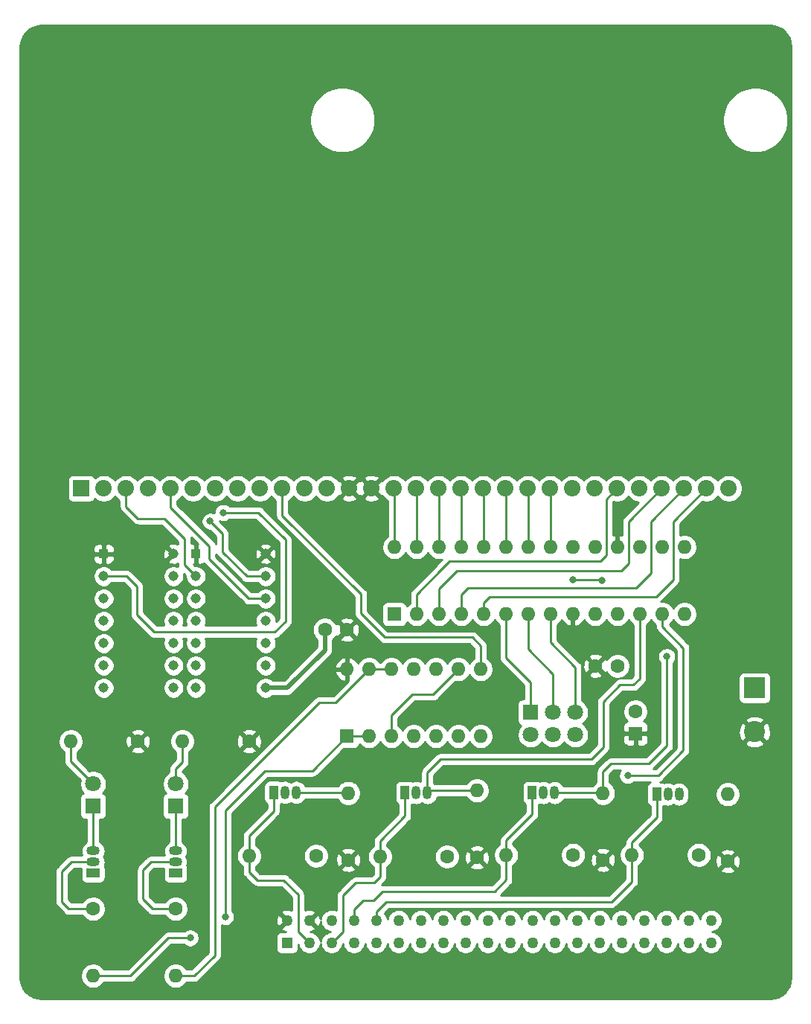
<source format=gtl>
G04 #@! TF.GenerationSoftware,KiCad,Pcbnew,(5.1.9)-1*
G04 #@! TF.CreationDate,2021-01-10T19:58:29-05:00*
G04 #@! TF.ProjectId,elf_fp,656c665f-6670-42e6-9b69-6361645f7063,rev?*
G04 #@! TF.SameCoordinates,Original*
G04 #@! TF.FileFunction,Copper,L1,Top*
G04 #@! TF.FilePolarity,Positive*
%FSLAX46Y46*%
G04 Gerber Fmt 4.6, Leading zero omitted, Abs format (unit mm)*
G04 Created by KiCad (PCBNEW (5.1.9)-1) date 2021-01-10 19:58:29*
%MOMM*%
%LPD*%
G01*
G04 APERTURE LIST*
G04 #@! TA.AperFunction,ComponentPad*
%ADD10C,2.400000*%
G04 #@! TD*
G04 #@! TA.AperFunction,ComponentPad*
%ADD11R,2.400000X2.400000*%
G04 #@! TD*
G04 #@! TA.AperFunction,ComponentPad*
%ADD12C,1.140000*%
G04 #@! TD*
G04 #@! TA.AperFunction,ComponentPad*
%ADD13R,1.140000X1.140000*%
G04 #@! TD*
G04 #@! TA.AperFunction,ComponentPad*
%ADD14O,1.600000X1.600000*%
G04 #@! TD*
G04 #@! TA.AperFunction,ComponentPad*
%ADD15C,1.600000*%
G04 #@! TD*
G04 #@! TA.AperFunction,ComponentPad*
%ADD16R,1.050000X1.500000*%
G04 #@! TD*
G04 #@! TA.AperFunction,ComponentPad*
%ADD17O,1.050000X1.500000*%
G04 #@! TD*
G04 #@! TA.AperFunction,ComponentPad*
%ADD18R,1.500000X1.050000*%
G04 #@! TD*
G04 #@! TA.AperFunction,ComponentPad*
%ADD19O,1.500000X1.050000*%
G04 #@! TD*
G04 #@! TA.AperFunction,ComponentPad*
%ADD20C,1.275000*%
G04 #@! TD*
G04 #@! TA.AperFunction,ComponentPad*
%ADD21R,1.275000X1.275000*%
G04 #@! TD*
G04 #@! TA.AperFunction,ComponentPad*
%ADD22C,1.800000*%
G04 #@! TD*
G04 #@! TA.AperFunction,ComponentPad*
%ADD23R,1.800000X1.800000*%
G04 #@! TD*
G04 #@! TA.AperFunction,ComponentPad*
%ADD24R,1.600000X1.600000*%
G04 #@! TD*
G04 #@! TA.AperFunction,ComponentPad*
%ADD25C,1.875000*%
G04 #@! TD*
G04 #@! TA.AperFunction,ComponentPad*
%ADD26R,1.875000X1.875000*%
G04 #@! TD*
G04 #@! TA.AperFunction,ViaPad*
%ADD27C,0.800000*%
G04 #@! TD*
G04 #@! TA.AperFunction,Conductor*
%ADD28C,0.500000*%
G04 #@! TD*
G04 #@! TA.AperFunction,Conductor*
%ADD29C,0.250000*%
G04 #@! TD*
G04 #@! TA.AperFunction,Conductor*
%ADD30C,0.254000*%
G04 #@! TD*
G04 #@! TA.AperFunction,Conductor*
%ADD31C,0.100000*%
G04 #@! TD*
G04 APERTURE END LIST*
D10*
X182200000Y-100000000D03*
D11*
X182200000Y-95000000D03*
D12*
X126558000Y-79756000D03*
X126558000Y-82296000D03*
X126558000Y-84836000D03*
X126558000Y-87376000D03*
X126558000Y-89916000D03*
X126558000Y-92456000D03*
X126558000Y-94996000D03*
X118618000Y-94996000D03*
X118618000Y-92456000D03*
X118618000Y-89916000D03*
X118618000Y-87376000D03*
X118618000Y-84836000D03*
X118618000Y-82296000D03*
D13*
X118618000Y-79756000D03*
D12*
X116078000Y-79756000D03*
X116078000Y-82296000D03*
X116078000Y-84836000D03*
X116078000Y-87376000D03*
X116078000Y-89916000D03*
X116078000Y-92456000D03*
X116078000Y-94996000D03*
X108138000Y-94996000D03*
X108138000Y-92456000D03*
X108138000Y-89916000D03*
X108138000Y-87376000D03*
X108138000Y-84836000D03*
X108138000Y-82296000D03*
D13*
X108138000Y-79756000D03*
D14*
X164947600Y-106959400D03*
D15*
X164947600Y-114579400D03*
D14*
X179146200Y-107111800D03*
D15*
X179146200Y-114731800D03*
D14*
X150600000Y-106680000D03*
D15*
X150600000Y-114300000D03*
D14*
X135966200Y-106959400D03*
D15*
X135966200Y-114579400D03*
D14*
X153934000Y-114000000D03*
D15*
X161554000Y-114000000D03*
D14*
X168234000Y-114000000D03*
D15*
X175854000Y-114000000D03*
D14*
X139580000Y-114200000D03*
D15*
X147200000Y-114200000D03*
D14*
X124680000Y-114100000D03*
D15*
X132300000Y-114100000D03*
D14*
X104394000Y-101092000D03*
D15*
X112014000Y-101092000D03*
D14*
X106934000Y-127762000D03*
D15*
X106934000Y-120142000D03*
D14*
X117068600Y-101066600D03*
D15*
X124688600Y-101066600D03*
D14*
X116316000Y-127762000D03*
D15*
X116316000Y-120142000D03*
D16*
X156908000Y-106934000D03*
D17*
X159448000Y-106934000D03*
X158178000Y-106934000D03*
D16*
X171054000Y-107100000D03*
D17*
X173594000Y-107100000D03*
X172324000Y-107100000D03*
D16*
X127500000Y-106900000D03*
D17*
X130040000Y-106900000D03*
X128770000Y-106900000D03*
D18*
X106934000Y-116078000D03*
D19*
X106934000Y-113538000D03*
X106934000Y-114808000D03*
D20*
X177260000Y-121460000D03*
X177260000Y-124000000D03*
X174720000Y-121460000D03*
X174720000Y-124000000D03*
X172180000Y-121460000D03*
X172180000Y-124000000D03*
X169640000Y-121460000D03*
X169640000Y-124000000D03*
X167100000Y-121460000D03*
X167100000Y-124000000D03*
X164560000Y-121460000D03*
X164560000Y-124000000D03*
X162020000Y-121460000D03*
X162020000Y-124000000D03*
X159480000Y-121460000D03*
X159480000Y-124000000D03*
X156940000Y-121460000D03*
X156940000Y-124000000D03*
X154400000Y-121460000D03*
X154400000Y-124000000D03*
X151860000Y-121460000D03*
X151860000Y-124000000D03*
X149320000Y-121460000D03*
X149320000Y-124000000D03*
X146780000Y-121460000D03*
X146780000Y-124000000D03*
X144240000Y-121460000D03*
X144240000Y-124000000D03*
X141700000Y-121460000D03*
X141700000Y-124000000D03*
X139160000Y-121460000D03*
X139160000Y-124000000D03*
X136620000Y-121460000D03*
X136620000Y-124000000D03*
X134080000Y-121460000D03*
X134080000Y-124000000D03*
X131540000Y-121460000D03*
X131540000Y-124000000D03*
X129000000Y-121460000D03*
D21*
X129000000Y-124000000D03*
D22*
X161798000Y-100330000D03*
X161798000Y-97790000D03*
X159258000Y-100330000D03*
X159258000Y-97790000D03*
X156718000Y-100330000D03*
D23*
X156718000Y-97790000D03*
D22*
X106934000Y-105918000D03*
D23*
X106934000Y-108458000D03*
D22*
X116332000Y-105918000D03*
D23*
X116332000Y-108458000D03*
D15*
X133300000Y-88400000D03*
X135800000Y-88400000D03*
X166600000Y-92500000D03*
X164100000Y-92500000D03*
X168656000Y-97700000D03*
D24*
X168656000Y-100200000D03*
D14*
X141200000Y-78994000D03*
X174220000Y-86614000D03*
X143740000Y-78994000D03*
X171680000Y-86614000D03*
X146280000Y-78994000D03*
X169140000Y-86614000D03*
X148820000Y-78994000D03*
X166600000Y-86614000D03*
X151360000Y-78994000D03*
X164060000Y-86614000D03*
X153900000Y-78994000D03*
X161520000Y-86614000D03*
X156440000Y-78994000D03*
X158980000Y-86614000D03*
X158980000Y-78994000D03*
X156440000Y-86614000D03*
X161520000Y-78994000D03*
X153900000Y-86614000D03*
X164060000Y-78994000D03*
X151360000Y-86614000D03*
X166600000Y-78994000D03*
X148820000Y-86614000D03*
X169140000Y-78994000D03*
X146280000Y-86614000D03*
X171680000Y-78994000D03*
X143740000Y-86614000D03*
X174220000Y-78994000D03*
D24*
X141200000Y-86614000D03*
D14*
X135800000Y-92880000D03*
X151040000Y-100500000D03*
X138340000Y-92880000D03*
X148500000Y-100500000D03*
X140880000Y-92880000D03*
X145960000Y-100500000D03*
X143420000Y-92880000D03*
X143420000Y-100500000D03*
X145960000Y-92880000D03*
X140880000Y-100500000D03*
X148500000Y-92880000D03*
X138340000Y-100500000D03*
X151040000Y-92880000D03*
D24*
X135800000Y-100500000D03*
D16*
X142430000Y-106934000D03*
D17*
X144970000Y-106934000D03*
X143700000Y-106934000D03*
D18*
X116316000Y-116078000D03*
D19*
X116316000Y-113538000D03*
X116316000Y-114808000D03*
D25*
X179260000Y-72300000D03*
X176720000Y-72300000D03*
X174180000Y-72300000D03*
X171640000Y-72300000D03*
X169100000Y-72300000D03*
X166560000Y-72300000D03*
X164020000Y-72300000D03*
X161480000Y-72300000D03*
X158940000Y-72300000D03*
X156400000Y-72300000D03*
X153860000Y-72300000D03*
X151320000Y-72300000D03*
X148780000Y-72300000D03*
X146240000Y-72300000D03*
X143700000Y-72300000D03*
X141160000Y-72300000D03*
X138620000Y-72300000D03*
X136080000Y-72300000D03*
X133540000Y-72300000D03*
X131000000Y-72300000D03*
X128460000Y-72300000D03*
X125920000Y-72300000D03*
X123380000Y-72300000D03*
X120840000Y-72300000D03*
X118300000Y-72300000D03*
X115760000Y-72300000D03*
X113220000Y-72300000D03*
X110680000Y-72300000D03*
X108140000Y-72300000D03*
D26*
X105600000Y-72300000D03*
D27*
X117983000Y-123444000D03*
X121970800Y-121031000D03*
X161518600Y-82727800D03*
X164795200Y-82753200D03*
X167716200Y-89204800D03*
X171069000Y-93878400D03*
X152120600Y-109550200D03*
X158699200Y-112268000D03*
X172212000Y-91440000D03*
X121716800Y-75057000D03*
X120243600Y-76047600D03*
X167767000Y-104978200D03*
D28*
X126558000Y-94996000D02*
X129006600Y-94996000D01*
X133300000Y-90702600D02*
X133300000Y-88400000D01*
X129006600Y-94996000D02*
X133300000Y-90702600D01*
D29*
X151360000Y-86614000D02*
X151360000Y-85342600D01*
X151360000Y-85342600D02*
X152069800Y-84632800D01*
X152069800Y-84632800D02*
X171018200Y-84632800D01*
X172948600Y-82702400D02*
X172948600Y-76071400D01*
X171018200Y-84632800D02*
X172948600Y-82702400D01*
X172948600Y-76071400D02*
X176720000Y-72300000D01*
X174180000Y-72352400D02*
X174180000Y-72300000D01*
X170408600Y-76071400D02*
X174180000Y-72300000D01*
X170408600Y-81915000D02*
X170408600Y-76071400D01*
X168706800Y-83616800D02*
X170408600Y-81915000D01*
X149580600Y-83616800D02*
X168706800Y-83616800D01*
X148820000Y-84377400D02*
X149580600Y-83616800D01*
X148820000Y-86614000D02*
X148820000Y-84377400D01*
X151511000Y-81686400D02*
X151663400Y-81686400D01*
X148285200Y-81686400D02*
X151663400Y-81686400D01*
X146280000Y-83691600D02*
X148285200Y-81686400D01*
X146280000Y-86614000D02*
X146280000Y-83691600D01*
X167868600Y-76071400D02*
X171640000Y-72300000D01*
X167868600Y-80848200D02*
X167868600Y-76071400D01*
X167030400Y-81686400D02*
X167868600Y-80848200D01*
X151663400Y-81686400D02*
X167030400Y-81686400D01*
X165328600Y-73531400D02*
X166560000Y-72300000D01*
X165328600Y-79933800D02*
X165328600Y-73531400D01*
X164668200Y-80594200D02*
X165328600Y-79933800D01*
X147472400Y-80594200D02*
X164668200Y-80594200D01*
X146558000Y-81508600D02*
X147472400Y-80594200D01*
X146558000Y-81534000D02*
X146558000Y-81508600D01*
X143740000Y-84352000D02*
X146558000Y-81534000D01*
X143740000Y-86614000D02*
X143740000Y-84352000D01*
X158980000Y-72340000D02*
X158940000Y-72300000D01*
X158980000Y-78994000D02*
X158980000Y-72340000D01*
X156440000Y-72340000D02*
X156400000Y-72300000D01*
X156440000Y-78994000D02*
X156440000Y-72340000D01*
X153900000Y-72340000D02*
X153860000Y-72300000D01*
X153900000Y-78994000D02*
X153900000Y-72340000D01*
X151360000Y-72340000D02*
X151320000Y-72300000D01*
X151360000Y-78994000D02*
X151360000Y-72340000D01*
X148820000Y-72340000D02*
X148780000Y-72300000D01*
X148820000Y-78994000D02*
X148820000Y-72340000D01*
X146280000Y-72340000D02*
X146240000Y-72300000D01*
X146280000Y-78994000D02*
X146280000Y-72340000D01*
X143740000Y-72340000D02*
X143700000Y-72300000D01*
X143740000Y-78994000D02*
X143740000Y-72340000D01*
X141200000Y-72340000D02*
X141160000Y-72300000D01*
X141200000Y-78994000D02*
X141200000Y-72340000D01*
X116316000Y-120142000D02*
X113715800Y-120142000D01*
X113715800Y-120142000D02*
X112623600Y-119049800D01*
X112623600Y-119049800D02*
X112623600Y-115722400D01*
X113538000Y-114808000D02*
X116316000Y-114808000D01*
X112623600Y-115722400D02*
X113538000Y-114808000D01*
X106934000Y-120142000D02*
X104165400Y-120142000D01*
X104165400Y-120142000D02*
X103352600Y-119329200D01*
X103352600Y-119329200D02*
X103352600Y-115900200D01*
X104444800Y-114808000D02*
X106934000Y-114808000D01*
X103352600Y-115900200D02*
X104444800Y-114808000D01*
X140880000Y-100500000D02*
X140880000Y-98134000D01*
X140880000Y-98134000D02*
X143256000Y-95758000D01*
X145622000Y-95758000D02*
X148500000Y-92880000D01*
X143256000Y-95758000D02*
X145622000Y-95758000D01*
X135800000Y-100500000D02*
X138340000Y-100500000D01*
X106934000Y-127762000D02*
X108458000Y-127762000D01*
X108458000Y-127762000D02*
X111175800Y-127762000D01*
X115493800Y-123444000D02*
X117983000Y-123444000D01*
X111175800Y-127762000D02*
X115493800Y-123444000D01*
X131880600Y-104419400D02*
X135800000Y-100500000D01*
X126517400Y-104419400D02*
X131880600Y-104419400D01*
X121970800Y-108966000D02*
X126517400Y-104419400D01*
X121970800Y-121031000D02*
X121970800Y-108966000D01*
X151040000Y-92880000D02*
X151040000Y-90232400D01*
X151040000Y-90232400D02*
X150063200Y-89255600D01*
X150063200Y-89255600D02*
X140131800Y-89255600D01*
X140131800Y-89255600D02*
X137414000Y-86537800D01*
X137414000Y-86537800D02*
X137414000Y-84328000D01*
X128460000Y-75374000D02*
X128460000Y-72300000D01*
X137414000Y-84328000D02*
X128460000Y-75374000D01*
X164769800Y-82727800D02*
X164795200Y-82753200D01*
X161518600Y-82727800D02*
X164769800Y-82727800D01*
X116332000Y-105918000D02*
X116332000Y-104190800D01*
X117094000Y-103428800D02*
X117094000Y-101092000D01*
X116332000Y-104190800D02*
X117094000Y-103428800D01*
X116332000Y-113522000D02*
X116316000Y-113538000D01*
X116332000Y-108458000D02*
X116332000Y-113522000D01*
X106934000Y-105918000D02*
X104368600Y-103352600D01*
X104368600Y-101117400D02*
X104394000Y-101092000D01*
X104368600Y-103352600D02*
X104368600Y-101117400D01*
X106934000Y-108458000D02*
X106934000Y-113538000D01*
X161798000Y-97790000D02*
X161798000Y-92659200D01*
X158980000Y-89841200D02*
X158980000Y-86614000D01*
X161798000Y-92659200D02*
X158980000Y-89841200D01*
X159258000Y-97790000D02*
X159258000Y-93421200D01*
X156440000Y-90603200D02*
X156440000Y-86614000D01*
X159258000Y-93421200D02*
X156440000Y-90603200D01*
X156718000Y-97790000D02*
X156718000Y-94411800D01*
X153900000Y-91593800D02*
X153900000Y-86614000D01*
X156718000Y-94411800D02*
X153900000Y-91593800D01*
X164954000Y-106580000D02*
X164954000Y-104540000D01*
X164954000Y-104540000D02*
X165862000Y-103632000D01*
X164600000Y-106934000D02*
X164954000Y-106580000D01*
X159448000Y-106934000D02*
X164600000Y-106934000D01*
X165862000Y-103632000D02*
X170168000Y-103632000D01*
X172212000Y-101588000D02*
X172212000Y-91440000D01*
X170168000Y-103632000D02*
X172212000Y-101588000D01*
X138340000Y-92880000D02*
X140880000Y-92880000D01*
X116316000Y-127762000D02*
X118440200Y-127762000D01*
X118440200Y-127762000D02*
X120777000Y-125425200D01*
X120777000Y-125425200D02*
X120777000Y-108534200D01*
X120777000Y-108534200D02*
X132638800Y-96672400D01*
X134547600Y-96672400D02*
X138340000Y-92880000D01*
X132638800Y-96672400D02*
X134547600Y-96672400D01*
X108138000Y-82296000D02*
X110744000Y-82296000D01*
X110744000Y-82296000D02*
X111912400Y-83464400D01*
X111912400Y-83464400D02*
X111912400Y-86690200D01*
X111912400Y-86690200D02*
X113868200Y-88646000D01*
X113868200Y-88646000D02*
X127609600Y-88646000D01*
X127609600Y-88646000D02*
X128828800Y-87426800D01*
X128828800Y-87426800D02*
X128828800Y-78155800D01*
X125730000Y-75057000D02*
X121716800Y-75057000D01*
X128828800Y-78155800D02*
X125730000Y-75057000D01*
X126558000Y-84836000D02*
X124637800Y-84836000D01*
X124637800Y-84836000D02*
X120167400Y-80365600D01*
X120167400Y-80365600D02*
X120167400Y-78867000D01*
X115760000Y-74459600D02*
X115760000Y-72300000D01*
X120167400Y-78867000D02*
X115760000Y-74459600D01*
X126558000Y-82296000D02*
X124409200Y-82296000D01*
X124409200Y-82296000D02*
X121640600Y-79527400D01*
X121640600Y-77444600D02*
X120243600Y-76047600D01*
X121640600Y-79527400D02*
X121640600Y-77444600D01*
X110680000Y-74358000D02*
X110680000Y-72300000D01*
X112039400Y-75717400D02*
X110680000Y-74358000D01*
X115036600Y-75717400D02*
X112039400Y-75717400D01*
X117348000Y-78028800D02*
X115036600Y-75717400D01*
X117348000Y-81026000D02*
X117348000Y-78028800D01*
X118618000Y-82296000D02*
X117348000Y-81026000D01*
X168234000Y-114000000D02*
X168234000Y-112563000D01*
X171054000Y-109743000D02*
X171054000Y-107100000D01*
X168234000Y-112563000D02*
X171054000Y-109743000D01*
X139160000Y-121460000D02*
X139160000Y-120478800D01*
X139160000Y-120478800D02*
X140309600Y-119329200D01*
X140309600Y-119329200D02*
X165938200Y-119329200D01*
X168234000Y-117033400D02*
X168234000Y-114000000D01*
X165938200Y-119329200D02*
X168234000Y-117033400D01*
X153934000Y-114000000D02*
X153934000Y-112359600D01*
X156908000Y-109385600D02*
X156908000Y-106934000D01*
X153934000Y-112359600D02*
X156908000Y-109385600D01*
X136620000Y-121460000D02*
X136620000Y-120199400D01*
X136620000Y-120199400D02*
X137642600Y-119176800D01*
X139877800Y-118135400D02*
X152654000Y-118135400D01*
X153934000Y-116855400D02*
X153934000Y-114000000D01*
X152654000Y-118135400D02*
X153934000Y-116855400D01*
X138836400Y-119176800D02*
X139877800Y-118135400D01*
X137642600Y-119176800D02*
X138836400Y-119176800D01*
X139580000Y-114200000D02*
X139580000Y-112413400D01*
X142430000Y-109563400D02*
X142430000Y-106934000D01*
X139580000Y-112413400D02*
X142430000Y-109563400D01*
X134080000Y-124000000D02*
X135356600Y-122723400D01*
X135356600Y-122723400D02*
X135356600Y-118618000D01*
X135356600Y-118618000D02*
X136804400Y-117170200D01*
X136804400Y-117170200D02*
X138912600Y-117170200D01*
X139580000Y-116502800D02*
X139580000Y-114200000D01*
X138912600Y-117170200D02*
X139580000Y-116502800D01*
X124680000Y-114100000D02*
X124680000Y-111819400D01*
X127500000Y-108999400D02*
X127500000Y-106900000D01*
X124680000Y-111819400D02*
X127500000Y-108999400D01*
X125603000Y-116865400D02*
X124680000Y-115942400D01*
X128625600Y-116865400D02*
X125603000Y-116865400D01*
X130251200Y-118491000D02*
X128625600Y-116865400D01*
X130251200Y-122711200D02*
X130251200Y-118491000D01*
X124680000Y-115942400D02*
X124680000Y-114100000D01*
X131540000Y-124000000D02*
X130251200Y-122711200D01*
X135906800Y-106900000D02*
X135966200Y-106959400D01*
X130040000Y-106900000D02*
X135906800Y-106900000D01*
X171680000Y-88037800D02*
X171680000Y-86614000D01*
X174091600Y-90449400D02*
X171680000Y-88037800D01*
X167767000Y-104978200D02*
X171221800Y-104978200D01*
X174091600Y-102108400D02*
X174091600Y-90449400D01*
X171221800Y-104978200D02*
X174091600Y-102108400D01*
X144970000Y-106934000D02*
X144970000Y-104610400D01*
X144970000Y-104610400D02*
X146456400Y-103124000D01*
X146456400Y-103124000D02*
X163626800Y-103124000D01*
X163626800Y-103124000D02*
X164998400Y-101752400D01*
X164998400Y-101752400D02*
X164998400Y-96545400D01*
X164998400Y-96545400D02*
X166878000Y-94665800D01*
X166878000Y-94665800D02*
X168427400Y-94665800D01*
X169140000Y-93953200D02*
X169140000Y-86614000D01*
X168427400Y-94665800D02*
X169140000Y-93953200D01*
X145224000Y-106680000D02*
X144970000Y-106934000D01*
X150600000Y-106680000D02*
X145224000Y-106680000D01*
D30*
X184453893Y-19707670D02*
X184890498Y-19839489D01*
X185293185Y-20053600D01*
X185646612Y-20341848D01*
X185937327Y-20693261D01*
X186154242Y-21094439D01*
X186289106Y-21530113D01*
X186340001Y-22014353D01*
X186340000Y-127967721D01*
X186292330Y-128453894D01*
X186160512Y-128890497D01*
X185946399Y-129293186D01*
X185658150Y-129646613D01*
X185306739Y-129937327D01*
X184905564Y-130154240D01*
X184469886Y-130289106D01*
X183985664Y-130340000D01*
X101032279Y-130340000D01*
X100546106Y-130292330D01*
X100109503Y-130160512D01*
X99706814Y-129946399D01*
X99353387Y-129658150D01*
X99062673Y-129306739D01*
X98845760Y-128905564D01*
X98710894Y-128469886D01*
X98660000Y-127985664D01*
X98660000Y-127620665D01*
X105499000Y-127620665D01*
X105499000Y-127903335D01*
X105554147Y-128180574D01*
X105662320Y-128441727D01*
X105819363Y-128676759D01*
X106019241Y-128876637D01*
X106254273Y-129033680D01*
X106515426Y-129141853D01*
X106792665Y-129197000D01*
X107075335Y-129197000D01*
X107352574Y-129141853D01*
X107613727Y-129033680D01*
X107848759Y-128876637D01*
X108048637Y-128676759D01*
X108152043Y-128522000D01*
X111138478Y-128522000D01*
X111175800Y-128525676D01*
X111213122Y-128522000D01*
X111213133Y-128522000D01*
X111324786Y-128511003D01*
X111468047Y-128467546D01*
X111600076Y-128396974D01*
X111715801Y-128302001D01*
X111739604Y-128272997D01*
X115808602Y-124204000D01*
X117279289Y-124204000D01*
X117323226Y-124247937D01*
X117492744Y-124361205D01*
X117681102Y-124439226D01*
X117881061Y-124479000D01*
X118084939Y-124479000D01*
X118284898Y-124439226D01*
X118473256Y-124361205D01*
X118642774Y-124247937D01*
X118786937Y-124103774D01*
X118900205Y-123934256D01*
X118978226Y-123745898D01*
X119018000Y-123545939D01*
X119018000Y-123342061D01*
X118978226Y-123142102D01*
X118900205Y-122953744D01*
X118786937Y-122784226D01*
X118642774Y-122640063D01*
X118473256Y-122526795D01*
X118284898Y-122448774D01*
X118084939Y-122409000D01*
X117881061Y-122409000D01*
X117681102Y-122448774D01*
X117492744Y-122526795D01*
X117323226Y-122640063D01*
X117279289Y-122684000D01*
X115531122Y-122684000D01*
X115493799Y-122680324D01*
X115456476Y-122684000D01*
X115456467Y-122684000D01*
X115344814Y-122694997D01*
X115201553Y-122738454D01*
X115069524Y-122809026D01*
X114953799Y-122903999D01*
X114930001Y-122932997D01*
X110860999Y-127002000D01*
X108152043Y-127002000D01*
X108048637Y-126847241D01*
X107848759Y-126647363D01*
X107613727Y-126490320D01*
X107352574Y-126382147D01*
X107075335Y-126327000D01*
X106792665Y-126327000D01*
X106515426Y-126382147D01*
X106254273Y-126490320D01*
X106019241Y-126647363D01*
X105819363Y-126847241D01*
X105662320Y-127082273D01*
X105554147Y-127343426D01*
X105499000Y-127620665D01*
X98660000Y-127620665D01*
X98660000Y-115900200D01*
X102588924Y-115900200D01*
X102592601Y-115937532D01*
X102592600Y-119291877D01*
X102588924Y-119329200D01*
X102592600Y-119366522D01*
X102592600Y-119366532D01*
X102603597Y-119478185D01*
X102637455Y-119589801D01*
X102647054Y-119621446D01*
X102717626Y-119753476D01*
X102754825Y-119798803D01*
X102812599Y-119869201D01*
X102841602Y-119893003D01*
X103601601Y-120653002D01*
X103625399Y-120682001D01*
X103741124Y-120776974D01*
X103873153Y-120847546D01*
X104016414Y-120891003D01*
X104128067Y-120902000D01*
X104128075Y-120902000D01*
X104165400Y-120905676D01*
X104202725Y-120902000D01*
X105715957Y-120902000D01*
X105819363Y-121056759D01*
X106019241Y-121256637D01*
X106254273Y-121413680D01*
X106515426Y-121521853D01*
X106792665Y-121577000D01*
X107075335Y-121577000D01*
X107352574Y-121521853D01*
X107613727Y-121413680D01*
X107848759Y-121256637D01*
X108048637Y-121056759D01*
X108205680Y-120821727D01*
X108313853Y-120560574D01*
X108369000Y-120283335D01*
X108369000Y-120000665D01*
X108313853Y-119723426D01*
X108205680Y-119462273D01*
X108048637Y-119227241D01*
X107848759Y-119027363D01*
X107613727Y-118870320D01*
X107352574Y-118762147D01*
X107075335Y-118707000D01*
X106792665Y-118707000D01*
X106515426Y-118762147D01*
X106254273Y-118870320D01*
X106019241Y-119027363D01*
X105819363Y-119227241D01*
X105715957Y-119382000D01*
X104480202Y-119382000D01*
X104112600Y-119014399D01*
X104112600Y-116215001D01*
X104759602Y-115568000D01*
X105545928Y-115568000D01*
X105545928Y-116603000D01*
X105558188Y-116727482D01*
X105594498Y-116847180D01*
X105653463Y-116957494D01*
X105732815Y-117054185D01*
X105829506Y-117133537D01*
X105939820Y-117192502D01*
X106059518Y-117228812D01*
X106184000Y-117241072D01*
X107684000Y-117241072D01*
X107808482Y-117228812D01*
X107928180Y-117192502D01*
X108038494Y-117133537D01*
X108135185Y-117054185D01*
X108214537Y-116957494D01*
X108273502Y-116847180D01*
X108309812Y-116727482D01*
X108322072Y-116603000D01*
X108322072Y-115722400D01*
X111859924Y-115722400D01*
X111863601Y-115759732D01*
X111863600Y-119012477D01*
X111859924Y-119049800D01*
X111863600Y-119087122D01*
X111863600Y-119087132D01*
X111874597Y-119198785D01*
X111912442Y-119323546D01*
X111918054Y-119342046D01*
X111988626Y-119474076D01*
X112004858Y-119493854D01*
X112083599Y-119589801D01*
X112112602Y-119613604D01*
X113152001Y-120653003D01*
X113175799Y-120682001D01*
X113204797Y-120705799D01*
X113291523Y-120776974D01*
X113398910Y-120834374D01*
X113423553Y-120847546D01*
X113566814Y-120891003D01*
X113678467Y-120902000D01*
X113678476Y-120902000D01*
X113715799Y-120905676D01*
X113753122Y-120902000D01*
X115097957Y-120902000D01*
X115201363Y-121056759D01*
X115401241Y-121256637D01*
X115636273Y-121413680D01*
X115897426Y-121521853D01*
X116174665Y-121577000D01*
X116457335Y-121577000D01*
X116734574Y-121521853D01*
X116995727Y-121413680D01*
X117230759Y-121256637D01*
X117430637Y-121056759D01*
X117587680Y-120821727D01*
X117695853Y-120560574D01*
X117751000Y-120283335D01*
X117751000Y-120000665D01*
X117695853Y-119723426D01*
X117587680Y-119462273D01*
X117430637Y-119227241D01*
X117230759Y-119027363D01*
X116995727Y-118870320D01*
X116734574Y-118762147D01*
X116457335Y-118707000D01*
X116174665Y-118707000D01*
X115897426Y-118762147D01*
X115636273Y-118870320D01*
X115401241Y-119027363D01*
X115201363Y-119227241D01*
X115097957Y-119382000D01*
X114030602Y-119382000D01*
X113383600Y-118734999D01*
X113383600Y-116037201D01*
X113852802Y-115568000D01*
X114927928Y-115568000D01*
X114927928Y-116603000D01*
X114940188Y-116727482D01*
X114976498Y-116847180D01*
X115035463Y-116957494D01*
X115114815Y-117054185D01*
X115211506Y-117133537D01*
X115321820Y-117192502D01*
X115441518Y-117228812D01*
X115566000Y-117241072D01*
X117066000Y-117241072D01*
X117190482Y-117228812D01*
X117310180Y-117192502D01*
X117420494Y-117133537D01*
X117517185Y-117054185D01*
X117596537Y-116957494D01*
X117655502Y-116847180D01*
X117691812Y-116727482D01*
X117704072Y-116603000D01*
X117704072Y-115553000D01*
X117691812Y-115428518D01*
X117655502Y-115308820D01*
X117620907Y-115244098D01*
X117684215Y-115035400D01*
X117706612Y-114808000D01*
X117684215Y-114580600D01*
X117617885Y-114361940D01*
X117516895Y-114173000D01*
X117617885Y-113984060D01*
X117684215Y-113765400D01*
X117706612Y-113538000D01*
X117684215Y-113310600D01*
X117617885Y-113091940D01*
X117510171Y-112890421D01*
X117365212Y-112713788D01*
X117188579Y-112568829D01*
X117092000Y-112517207D01*
X117092000Y-109996072D01*
X117232000Y-109996072D01*
X117356482Y-109983812D01*
X117476180Y-109947502D01*
X117586494Y-109888537D01*
X117683185Y-109809185D01*
X117762537Y-109712494D01*
X117821502Y-109602180D01*
X117857812Y-109482482D01*
X117870072Y-109358000D01*
X117870072Y-107558000D01*
X117857812Y-107433518D01*
X117821502Y-107313820D01*
X117762537Y-107203506D01*
X117683185Y-107106815D01*
X117586494Y-107027463D01*
X117476180Y-106968498D01*
X117457873Y-106962944D01*
X117524312Y-106896505D01*
X117692299Y-106645095D01*
X117808011Y-106365743D01*
X117867000Y-106069184D01*
X117867000Y-105766816D01*
X117808011Y-105470257D01*
X117692299Y-105190905D01*
X117524312Y-104939495D01*
X117310505Y-104725688D01*
X117092000Y-104579687D01*
X117092000Y-104505601D01*
X117605004Y-103992598D01*
X117634001Y-103968801D01*
X117728974Y-103853076D01*
X117799546Y-103721047D01*
X117843003Y-103577786D01*
X117854000Y-103466133D01*
X117854000Y-103466125D01*
X117857676Y-103428800D01*
X117854000Y-103391475D01*
X117854000Y-102267672D01*
X117983359Y-102181237D01*
X118105294Y-102059302D01*
X123875503Y-102059302D01*
X123947086Y-102303271D01*
X124202596Y-102424171D01*
X124476784Y-102492900D01*
X124759112Y-102506817D01*
X125038730Y-102465387D01*
X125304892Y-102370203D01*
X125430114Y-102303271D01*
X125501697Y-102059302D01*
X124688600Y-101246205D01*
X123875503Y-102059302D01*
X118105294Y-102059302D01*
X118183237Y-101981359D01*
X118340280Y-101746327D01*
X118448453Y-101485174D01*
X118503600Y-101207935D01*
X118503600Y-101137112D01*
X123248383Y-101137112D01*
X123289813Y-101416730D01*
X123384997Y-101682892D01*
X123451929Y-101808114D01*
X123695898Y-101879697D01*
X124508995Y-101066600D01*
X124868205Y-101066600D01*
X125681302Y-101879697D01*
X125925271Y-101808114D01*
X126046171Y-101552604D01*
X126114900Y-101278416D01*
X126128817Y-100996088D01*
X126087387Y-100716470D01*
X125992203Y-100450308D01*
X125925271Y-100325086D01*
X125681302Y-100253503D01*
X124868205Y-101066600D01*
X124508995Y-101066600D01*
X123695898Y-100253503D01*
X123451929Y-100325086D01*
X123331029Y-100580596D01*
X123262300Y-100854784D01*
X123248383Y-101137112D01*
X118503600Y-101137112D01*
X118503600Y-100925265D01*
X118448453Y-100648026D01*
X118340280Y-100386873D01*
X118183237Y-100151841D01*
X118105294Y-100073898D01*
X123875503Y-100073898D01*
X124688600Y-100886995D01*
X125501697Y-100073898D01*
X125430114Y-99829929D01*
X125174604Y-99709029D01*
X124900416Y-99640300D01*
X124618088Y-99626383D01*
X124338470Y-99667813D01*
X124072308Y-99762997D01*
X123947086Y-99829929D01*
X123875503Y-100073898D01*
X118105294Y-100073898D01*
X117983359Y-99951963D01*
X117748327Y-99794920D01*
X117487174Y-99686747D01*
X117209935Y-99631600D01*
X116927265Y-99631600D01*
X116650026Y-99686747D01*
X116388873Y-99794920D01*
X116153841Y-99951963D01*
X115953963Y-100151841D01*
X115796920Y-100386873D01*
X115688747Y-100648026D01*
X115633600Y-100925265D01*
X115633600Y-101207935D01*
X115688747Y-101485174D01*
X115796920Y-101746327D01*
X115953963Y-101981359D01*
X116153841Y-102181237D01*
X116334000Y-102301615D01*
X116334000Y-103113998D01*
X115820998Y-103627001D01*
X115792000Y-103650799D01*
X115768202Y-103679797D01*
X115768201Y-103679798D01*
X115697026Y-103766524D01*
X115626454Y-103898554D01*
X115605146Y-103968801D01*
X115582998Y-104041814D01*
X115581109Y-104060995D01*
X115568324Y-104190800D01*
X115572001Y-104228132D01*
X115572001Y-104579687D01*
X115353495Y-104725688D01*
X115139688Y-104939495D01*
X114971701Y-105190905D01*
X114855989Y-105470257D01*
X114797000Y-105766816D01*
X114797000Y-106069184D01*
X114855989Y-106365743D01*
X114971701Y-106645095D01*
X115139688Y-106896505D01*
X115206127Y-106962944D01*
X115187820Y-106968498D01*
X115077506Y-107027463D01*
X114980815Y-107106815D01*
X114901463Y-107203506D01*
X114842498Y-107313820D01*
X114806188Y-107433518D01*
X114793928Y-107558000D01*
X114793928Y-109358000D01*
X114806188Y-109482482D01*
X114842498Y-109602180D01*
X114901463Y-109712494D01*
X114980815Y-109809185D01*
X115077506Y-109888537D01*
X115187820Y-109947502D01*
X115307518Y-109983812D01*
X115432000Y-109996072D01*
X115572000Y-109996072D01*
X115572001Y-112500102D01*
X115443421Y-112568829D01*
X115266788Y-112713788D01*
X115121829Y-112890421D01*
X115014115Y-113091940D01*
X114947785Y-113310600D01*
X114925388Y-113538000D01*
X114947785Y-113765400D01*
X115014115Y-113984060D01*
X115048292Y-114048000D01*
X113575323Y-114048000D01*
X113538000Y-114044324D01*
X113500677Y-114048000D01*
X113500667Y-114048000D01*
X113389014Y-114058997D01*
X113275614Y-114093396D01*
X113245753Y-114102454D01*
X113113723Y-114173026D01*
X113047291Y-114227546D01*
X112997999Y-114267999D01*
X112974201Y-114296997D01*
X112112598Y-115158601D01*
X112083600Y-115182399D01*
X112059802Y-115211397D01*
X112059801Y-115211398D01*
X111988626Y-115298124D01*
X111918054Y-115430154D01*
X111902979Y-115479853D01*
X111876241Y-115568000D01*
X111874598Y-115573415D01*
X111859924Y-115722400D01*
X108322072Y-115722400D01*
X108322072Y-115553000D01*
X108309812Y-115428518D01*
X108273502Y-115308820D01*
X108238907Y-115244098D01*
X108302215Y-115035400D01*
X108324612Y-114808000D01*
X108302215Y-114580600D01*
X108235885Y-114361940D01*
X108134895Y-114173000D01*
X108235885Y-113984060D01*
X108302215Y-113765400D01*
X108324612Y-113538000D01*
X108302215Y-113310600D01*
X108235885Y-113091940D01*
X108128171Y-112890421D01*
X107983212Y-112713788D01*
X107806579Y-112568829D01*
X107694000Y-112508654D01*
X107694000Y-109996072D01*
X107834000Y-109996072D01*
X107958482Y-109983812D01*
X108078180Y-109947502D01*
X108188494Y-109888537D01*
X108285185Y-109809185D01*
X108364537Y-109712494D01*
X108423502Y-109602180D01*
X108459812Y-109482482D01*
X108472072Y-109358000D01*
X108472072Y-107558000D01*
X108459812Y-107433518D01*
X108423502Y-107313820D01*
X108364537Y-107203506D01*
X108285185Y-107106815D01*
X108188494Y-107027463D01*
X108078180Y-106968498D01*
X108059873Y-106962944D01*
X108126312Y-106896505D01*
X108294299Y-106645095D01*
X108410011Y-106365743D01*
X108469000Y-106069184D01*
X108469000Y-105766816D01*
X108410011Y-105470257D01*
X108294299Y-105190905D01*
X108126312Y-104939495D01*
X107912505Y-104725688D01*
X107661095Y-104557701D01*
X107381743Y-104441989D01*
X107085184Y-104383000D01*
X106782816Y-104383000D01*
X106525071Y-104434268D01*
X105128600Y-103037799D01*
X105128600Y-102327015D01*
X105308759Y-102206637D01*
X105430694Y-102084702D01*
X111200903Y-102084702D01*
X111272486Y-102328671D01*
X111527996Y-102449571D01*
X111802184Y-102518300D01*
X112084512Y-102532217D01*
X112364130Y-102490787D01*
X112630292Y-102395603D01*
X112755514Y-102328671D01*
X112827097Y-102084702D01*
X112014000Y-101271605D01*
X111200903Y-102084702D01*
X105430694Y-102084702D01*
X105508637Y-102006759D01*
X105665680Y-101771727D01*
X105773853Y-101510574D01*
X105829000Y-101233335D01*
X105829000Y-101162512D01*
X110573783Y-101162512D01*
X110615213Y-101442130D01*
X110710397Y-101708292D01*
X110777329Y-101833514D01*
X111021298Y-101905097D01*
X111834395Y-101092000D01*
X112193605Y-101092000D01*
X113006702Y-101905097D01*
X113250671Y-101833514D01*
X113371571Y-101578004D01*
X113440300Y-101303816D01*
X113454217Y-101021488D01*
X113412787Y-100741870D01*
X113317603Y-100475708D01*
X113250671Y-100350486D01*
X113006702Y-100278903D01*
X112193605Y-101092000D01*
X111834395Y-101092000D01*
X111021298Y-100278903D01*
X110777329Y-100350486D01*
X110656429Y-100605996D01*
X110587700Y-100880184D01*
X110573783Y-101162512D01*
X105829000Y-101162512D01*
X105829000Y-100950665D01*
X105773853Y-100673426D01*
X105665680Y-100412273D01*
X105508637Y-100177241D01*
X105430694Y-100099298D01*
X111200903Y-100099298D01*
X112014000Y-100912395D01*
X112827097Y-100099298D01*
X112755514Y-99855329D01*
X112500004Y-99734429D01*
X112225816Y-99665700D01*
X111943488Y-99651783D01*
X111663870Y-99693213D01*
X111397708Y-99788397D01*
X111272486Y-99855329D01*
X111200903Y-100099298D01*
X105430694Y-100099298D01*
X105308759Y-99977363D01*
X105073727Y-99820320D01*
X104812574Y-99712147D01*
X104535335Y-99657000D01*
X104252665Y-99657000D01*
X103975426Y-99712147D01*
X103714273Y-99820320D01*
X103479241Y-99977363D01*
X103279363Y-100177241D01*
X103122320Y-100412273D01*
X103014147Y-100673426D01*
X102959000Y-100950665D01*
X102959000Y-101233335D01*
X103014147Y-101510574D01*
X103122320Y-101771727D01*
X103279363Y-102006759D01*
X103479241Y-102206637D01*
X103608600Y-102293072D01*
X103608600Y-103315277D01*
X103604924Y-103352600D01*
X103608600Y-103389922D01*
X103608600Y-103389932D01*
X103619597Y-103501585D01*
X103633761Y-103548277D01*
X103663054Y-103644846D01*
X103733626Y-103776876D01*
X103773471Y-103825426D01*
X103828599Y-103892601D01*
X103857603Y-103916404D01*
X105450268Y-105509071D01*
X105399000Y-105766816D01*
X105399000Y-106069184D01*
X105457989Y-106365743D01*
X105573701Y-106645095D01*
X105741688Y-106896505D01*
X105808127Y-106962944D01*
X105789820Y-106968498D01*
X105679506Y-107027463D01*
X105582815Y-107106815D01*
X105503463Y-107203506D01*
X105444498Y-107313820D01*
X105408188Y-107433518D01*
X105395928Y-107558000D01*
X105395928Y-109358000D01*
X105408188Y-109482482D01*
X105444498Y-109602180D01*
X105503463Y-109712494D01*
X105582815Y-109809185D01*
X105679506Y-109888537D01*
X105789820Y-109947502D01*
X105909518Y-109983812D01*
X106034000Y-109996072D01*
X106174000Y-109996072D01*
X106174001Y-112508654D01*
X106061421Y-112568829D01*
X105884788Y-112713788D01*
X105739829Y-112890421D01*
X105632115Y-113091940D01*
X105565785Y-113310600D01*
X105543388Y-113538000D01*
X105565785Y-113765400D01*
X105632115Y-113984060D01*
X105666292Y-114048000D01*
X104482122Y-114048000D01*
X104444799Y-114044324D01*
X104407476Y-114048000D01*
X104407467Y-114048000D01*
X104295814Y-114058997D01*
X104199596Y-114088184D01*
X104152553Y-114102454D01*
X104020523Y-114173026D01*
X103954091Y-114227546D01*
X103904799Y-114267999D01*
X103881001Y-114296997D01*
X102841598Y-115336401D01*
X102812600Y-115360199D01*
X102788802Y-115389197D01*
X102788801Y-115389198D01*
X102717626Y-115475924D01*
X102647054Y-115607954D01*
X102623663Y-115685067D01*
X102603598Y-115751214D01*
X102599442Y-115793415D01*
X102588924Y-115900200D01*
X98660000Y-115900200D01*
X98660000Y-94877318D01*
X106933000Y-94877318D01*
X106933000Y-95114682D01*
X106979308Y-95347485D01*
X107070143Y-95566781D01*
X107202016Y-95764142D01*
X107369858Y-95931984D01*
X107567219Y-96063857D01*
X107786515Y-96154692D01*
X108019318Y-96201000D01*
X108256682Y-96201000D01*
X108489485Y-96154692D01*
X108708781Y-96063857D01*
X108906142Y-95931984D01*
X109073984Y-95764142D01*
X109205857Y-95566781D01*
X109296692Y-95347485D01*
X109343000Y-95114682D01*
X109343000Y-94877318D01*
X114873000Y-94877318D01*
X114873000Y-95114682D01*
X114919308Y-95347485D01*
X115010143Y-95566781D01*
X115142016Y-95764142D01*
X115309858Y-95931984D01*
X115507219Y-96063857D01*
X115726515Y-96154692D01*
X115959318Y-96201000D01*
X116196682Y-96201000D01*
X116429485Y-96154692D01*
X116648781Y-96063857D01*
X116846142Y-95931984D01*
X117013984Y-95764142D01*
X117145857Y-95566781D01*
X117236692Y-95347485D01*
X117283000Y-95114682D01*
X117283000Y-94877318D01*
X117413000Y-94877318D01*
X117413000Y-95114682D01*
X117459308Y-95347485D01*
X117550143Y-95566781D01*
X117682016Y-95764142D01*
X117849858Y-95931984D01*
X118047219Y-96063857D01*
X118266515Y-96154692D01*
X118499318Y-96201000D01*
X118736682Y-96201000D01*
X118969485Y-96154692D01*
X119188781Y-96063857D01*
X119386142Y-95931984D01*
X119553984Y-95764142D01*
X119685857Y-95566781D01*
X119776692Y-95347485D01*
X119823000Y-95114682D01*
X119823000Y-94877318D01*
X125353000Y-94877318D01*
X125353000Y-95114682D01*
X125399308Y-95347485D01*
X125490143Y-95566781D01*
X125622016Y-95764142D01*
X125789858Y-95931984D01*
X125987219Y-96063857D01*
X126206515Y-96154692D01*
X126439318Y-96201000D01*
X126676682Y-96201000D01*
X126909485Y-96154692D01*
X127128781Y-96063857D01*
X127326142Y-95931984D01*
X127377126Y-95881000D01*
X128963131Y-95881000D01*
X129006600Y-95885281D01*
X129050069Y-95881000D01*
X129050077Y-95881000D01*
X129180090Y-95868195D01*
X129346913Y-95817589D01*
X129500659Y-95735411D01*
X129635417Y-95624817D01*
X129663134Y-95591044D01*
X132025138Y-93229040D01*
X134408091Y-93229040D01*
X134502930Y-93493881D01*
X134647615Y-93735131D01*
X134836586Y-93943519D01*
X135062580Y-94111037D01*
X135316913Y-94231246D01*
X135450961Y-94271904D01*
X135673000Y-94149915D01*
X135673000Y-93007000D01*
X134529376Y-93007000D01*
X134408091Y-93229040D01*
X132025138Y-93229040D01*
X132723218Y-92530960D01*
X134408091Y-92530960D01*
X134529376Y-92753000D01*
X135673000Y-92753000D01*
X135673000Y-91610085D01*
X135450961Y-91488096D01*
X135316913Y-91528754D01*
X135062580Y-91648963D01*
X134836586Y-91816481D01*
X134647615Y-92024869D01*
X134502930Y-92266119D01*
X134408091Y-92530960D01*
X132723218Y-92530960D01*
X133895050Y-91359128D01*
X133928817Y-91331417D01*
X133961976Y-91291014D01*
X134039411Y-91196659D01*
X134121589Y-91042914D01*
X134172195Y-90876090D01*
X134180063Y-90796199D01*
X134185000Y-90746077D01*
X134185000Y-90746069D01*
X134189281Y-90702600D01*
X134185000Y-90659131D01*
X134185000Y-89534521D01*
X134214759Y-89514637D01*
X134336694Y-89392702D01*
X134986903Y-89392702D01*
X135058486Y-89636671D01*
X135313996Y-89757571D01*
X135588184Y-89826300D01*
X135870512Y-89840217D01*
X136150130Y-89798787D01*
X136416292Y-89703603D01*
X136541514Y-89636671D01*
X136613097Y-89392702D01*
X135800000Y-88579605D01*
X134986903Y-89392702D01*
X134336694Y-89392702D01*
X134414637Y-89314759D01*
X134548692Y-89114131D01*
X134563329Y-89141514D01*
X134807298Y-89213097D01*
X135620395Y-88400000D01*
X135979605Y-88400000D01*
X136792702Y-89213097D01*
X137036671Y-89141514D01*
X137157571Y-88886004D01*
X137226300Y-88611816D01*
X137240217Y-88329488D01*
X137198787Y-88049870D01*
X137103603Y-87783708D01*
X137036671Y-87658486D01*
X136792702Y-87586903D01*
X135979605Y-88400000D01*
X135620395Y-88400000D01*
X134807298Y-87586903D01*
X134563329Y-87658486D01*
X134549676Y-87687341D01*
X134414637Y-87485241D01*
X134336694Y-87407298D01*
X134986903Y-87407298D01*
X135800000Y-88220395D01*
X136613097Y-87407298D01*
X136541514Y-87163329D01*
X136286004Y-87042429D01*
X136011816Y-86973700D01*
X135729488Y-86959783D01*
X135449870Y-87001213D01*
X135183708Y-87096397D01*
X135058486Y-87163329D01*
X134986903Y-87407298D01*
X134336694Y-87407298D01*
X134214759Y-87285363D01*
X133979727Y-87128320D01*
X133718574Y-87020147D01*
X133441335Y-86965000D01*
X133158665Y-86965000D01*
X132881426Y-87020147D01*
X132620273Y-87128320D01*
X132385241Y-87285363D01*
X132185363Y-87485241D01*
X132028320Y-87720273D01*
X131920147Y-87981426D01*
X131865000Y-88258665D01*
X131865000Y-88541335D01*
X131920147Y-88818574D01*
X132028320Y-89079727D01*
X132185363Y-89314759D01*
X132385241Y-89514637D01*
X132415001Y-89534522D01*
X132415000Y-90336021D01*
X128640022Y-94111000D01*
X127377126Y-94111000D01*
X127326142Y-94060016D01*
X127128781Y-93928143D01*
X126909485Y-93837308D01*
X126676682Y-93791000D01*
X126439318Y-93791000D01*
X126206515Y-93837308D01*
X125987219Y-93928143D01*
X125789858Y-94060016D01*
X125622016Y-94227858D01*
X125490143Y-94425219D01*
X125399308Y-94644515D01*
X125353000Y-94877318D01*
X119823000Y-94877318D01*
X119776692Y-94644515D01*
X119685857Y-94425219D01*
X119553984Y-94227858D01*
X119386142Y-94060016D01*
X119188781Y-93928143D01*
X118969485Y-93837308D01*
X118736682Y-93791000D01*
X118499318Y-93791000D01*
X118266515Y-93837308D01*
X118047219Y-93928143D01*
X117849858Y-94060016D01*
X117682016Y-94227858D01*
X117550143Y-94425219D01*
X117459308Y-94644515D01*
X117413000Y-94877318D01*
X117283000Y-94877318D01*
X117236692Y-94644515D01*
X117145857Y-94425219D01*
X117013984Y-94227858D01*
X116846142Y-94060016D01*
X116648781Y-93928143D01*
X116429485Y-93837308D01*
X116196682Y-93791000D01*
X115959318Y-93791000D01*
X115726515Y-93837308D01*
X115507219Y-93928143D01*
X115309858Y-94060016D01*
X115142016Y-94227858D01*
X115010143Y-94425219D01*
X114919308Y-94644515D01*
X114873000Y-94877318D01*
X109343000Y-94877318D01*
X109296692Y-94644515D01*
X109205857Y-94425219D01*
X109073984Y-94227858D01*
X108906142Y-94060016D01*
X108708781Y-93928143D01*
X108489485Y-93837308D01*
X108256682Y-93791000D01*
X108019318Y-93791000D01*
X107786515Y-93837308D01*
X107567219Y-93928143D01*
X107369858Y-94060016D01*
X107202016Y-94227858D01*
X107070143Y-94425219D01*
X106979308Y-94644515D01*
X106933000Y-94877318D01*
X98660000Y-94877318D01*
X98660000Y-92337318D01*
X106933000Y-92337318D01*
X106933000Y-92574682D01*
X106979308Y-92807485D01*
X107070143Y-93026781D01*
X107202016Y-93224142D01*
X107369858Y-93391984D01*
X107567219Y-93523857D01*
X107786515Y-93614692D01*
X108019318Y-93661000D01*
X108256682Y-93661000D01*
X108489485Y-93614692D01*
X108708781Y-93523857D01*
X108906142Y-93391984D01*
X109073984Y-93224142D01*
X109205857Y-93026781D01*
X109296692Y-92807485D01*
X109343000Y-92574682D01*
X109343000Y-92337318D01*
X114873000Y-92337318D01*
X114873000Y-92574682D01*
X114919308Y-92807485D01*
X115010143Y-93026781D01*
X115142016Y-93224142D01*
X115309858Y-93391984D01*
X115507219Y-93523857D01*
X115726515Y-93614692D01*
X115959318Y-93661000D01*
X116196682Y-93661000D01*
X116429485Y-93614692D01*
X116648781Y-93523857D01*
X116846142Y-93391984D01*
X117013984Y-93224142D01*
X117145857Y-93026781D01*
X117236692Y-92807485D01*
X117283000Y-92574682D01*
X117283000Y-92337318D01*
X117413000Y-92337318D01*
X117413000Y-92574682D01*
X117459308Y-92807485D01*
X117550143Y-93026781D01*
X117682016Y-93224142D01*
X117849858Y-93391984D01*
X118047219Y-93523857D01*
X118266515Y-93614692D01*
X118499318Y-93661000D01*
X118736682Y-93661000D01*
X118969485Y-93614692D01*
X119188781Y-93523857D01*
X119386142Y-93391984D01*
X119553984Y-93224142D01*
X119685857Y-93026781D01*
X119776692Y-92807485D01*
X119823000Y-92574682D01*
X119823000Y-92337318D01*
X125353000Y-92337318D01*
X125353000Y-92574682D01*
X125399308Y-92807485D01*
X125490143Y-93026781D01*
X125622016Y-93224142D01*
X125789858Y-93391984D01*
X125987219Y-93523857D01*
X126206515Y-93614692D01*
X126439318Y-93661000D01*
X126676682Y-93661000D01*
X126909485Y-93614692D01*
X127128781Y-93523857D01*
X127326142Y-93391984D01*
X127493984Y-93224142D01*
X127625857Y-93026781D01*
X127716692Y-92807485D01*
X127763000Y-92574682D01*
X127763000Y-92337318D01*
X127716692Y-92104515D01*
X127625857Y-91885219D01*
X127493984Y-91687858D01*
X127326142Y-91520016D01*
X127128781Y-91388143D01*
X126909485Y-91297308D01*
X126676682Y-91251000D01*
X126439318Y-91251000D01*
X126206515Y-91297308D01*
X125987219Y-91388143D01*
X125789858Y-91520016D01*
X125622016Y-91687858D01*
X125490143Y-91885219D01*
X125399308Y-92104515D01*
X125353000Y-92337318D01*
X119823000Y-92337318D01*
X119776692Y-92104515D01*
X119685857Y-91885219D01*
X119553984Y-91687858D01*
X119386142Y-91520016D01*
X119188781Y-91388143D01*
X118969485Y-91297308D01*
X118736682Y-91251000D01*
X118499318Y-91251000D01*
X118266515Y-91297308D01*
X118047219Y-91388143D01*
X117849858Y-91520016D01*
X117682016Y-91687858D01*
X117550143Y-91885219D01*
X117459308Y-92104515D01*
X117413000Y-92337318D01*
X117283000Y-92337318D01*
X117236692Y-92104515D01*
X117145857Y-91885219D01*
X117013984Y-91687858D01*
X116846142Y-91520016D01*
X116648781Y-91388143D01*
X116429485Y-91297308D01*
X116196682Y-91251000D01*
X115959318Y-91251000D01*
X115726515Y-91297308D01*
X115507219Y-91388143D01*
X115309858Y-91520016D01*
X115142016Y-91687858D01*
X115010143Y-91885219D01*
X114919308Y-92104515D01*
X114873000Y-92337318D01*
X109343000Y-92337318D01*
X109296692Y-92104515D01*
X109205857Y-91885219D01*
X109073984Y-91687858D01*
X108906142Y-91520016D01*
X108708781Y-91388143D01*
X108489485Y-91297308D01*
X108256682Y-91251000D01*
X108019318Y-91251000D01*
X107786515Y-91297308D01*
X107567219Y-91388143D01*
X107369858Y-91520016D01*
X107202016Y-91687858D01*
X107070143Y-91885219D01*
X106979308Y-92104515D01*
X106933000Y-92337318D01*
X98660000Y-92337318D01*
X98660000Y-89797318D01*
X106933000Y-89797318D01*
X106933000Y-90034682D01*
X106979308Y-90267485D01*
X107070143Y-90486781D01*
X107202016Y-90684142D01*
X107369858Y-90851984D01*
X107567219Y-90983857D01*
X107786515Y-91074692D01*
X108019318Y-91121000D01*
X108256682Y-91121000D01*
X108489485Y-91074692D01*
X108708781Y-90983857D01*
X108906142Y-90851984D01*
X109073984Y-90684142D01*
X109205857Y-90486781D01*
X109296692Y-90267485D01*
X109343000Y-90034682D01*
X109343000Y-89797318D01*
X109296692Y-89564515D01*
X109205857Y-89345219D01*
X109073984Y-89147858D01*
X108906142Y-88980016D01*
X108708781Y-88848143D01*
X108489485Y-88757308D01*
X108256682Y-88711000D01*
X108019318Y-88711000D01*
X107786515Y-88757308D01*
X107567219Y-88848143D01*
X107369858Y-88980016D01*
X107202016Y-89147858D01*
X107070143Y-89345219D01*
X106979308Y-89564515D01*
X106933000Y-89797318D01*
X98660000Y-89797318D01*
X98660000Y-87257318D01*
X106933000Y-87257318D01*
X106933000Y-87494682D01*
X106979308Y-87727485D01*
X107070143Y-87946781D01*
X107202016Y-88144142D01*
X107369858Y-88311984D01*
X107567219Y-88443857D01*
X107786515Y-88534692D01*
X108019318Y-88581000D01*
X108256682Y-88581000D01*
X108489485Y-88534692D01*
X108708781Y-88443857D01*
X108906142Y-88311984D01*
X109073984Y-88144142D01*
X109205857Y-87946781D01*
X109296692Y-87727485D01*
X109343000Y-87494682D01*
X109343000Y-87257318D01*
X109296692Y-87024515D01*
X109205857Y-86805219D01*
X109073984Y-86607858D01*
X108906142Y-86440016D01*
X108708781Y-86308143D01*
X108489485Y-86217308D01*
X108256682Y-86171000D01*
X108019318Y-86171000D01*
X107786515Y-86217308D01*
X107567219Y-86308143D01*
X107369858Y-86440016D01*
X107202016Y-86607858D01*
X107070143Y-86805219D01*
X106979308Y-87024515D01*
X106933000Y-87257318D01*
X98660000Y-87257318D01*
X98660000Y-84717318D01*
X106933000Y-84717318D01*
X106933000Y-84954682D01*
X106979308Y-85187485D01*
X107070143Y-85406781D01*
X107202016Y-85604142D01*
X107369858Y-85771984D01*
X107567219Y-85903857D01*
X107786515Y-85994692D01*
X108019318Y-86041000D01*
X108256682Y-86041000D01*
X108489485Y-85994692D01*
X108708781Y-85903857D01*
X108906142Y-85771984D01*
X109073984Y-85604142D01*
X109205857Y-85406781D01*
X109296692Y-85187485D01*
X109343000Y-84954682D01*
X109343000Y-84717318D01*
X109296692Y-84484515D01*
X109205857Y-84265219D01*
X109073984Y-84067858D01*
X108906142Y-83900016D01*
X108708781Y-83768143D01*
X108489485Y-83677308D01*
X108256682Y-83631000D01*
X108019318Y-83631000D01*
X107786515Y-83677308D01*
X107567219Y-83768143D01*
X107369858Y-83900016D01*
X107202016Y-84067858D01*
X107070143Y-84265219D01*
X106979308Y-84484515D01*
X106933000Y-84717318D01*
X98660000Y-84717318D01*
X98660000Y-80326000D01*
X106929928Y-80326000D01*
X106942188Y-80450482D01*
X106978498Y-80570180D01*
X107037463Y-80680494D01*
X107116815Y-80777185D01*
X107213506Y-80856537D01*
X107323820Y-80915502D01*
X107443518Y-80951812D01*
X107568000Y-80964072D01*
X107852250Y-80961000D01*
X108011000Y-80802250D01*
X108011000Y-79883000D01*
X108265000Y-79883000D01*
X108265000Y-80802250D01*
X108423750Y-80961000D01*
X108708000Y-80964072D01*
X108832482Y-80951812D01*
X108952180Y-80915502D01*
X109062494Y-80856537D01*
X109159185Y-80777185D01*
X109238537Y-80680494D01*
X109297502Y-80570180D01*
X109333812Y-80450482D01*
X109346072Y-80326000D01*
X109343000Y-80041750D01*
X109184250Y-79883000D01*
X108265000Y-79883000D01*
X108011000Y-79883000D01*
X107091750Y-79883000D01*
X106933000Y-80041750D01*
X106929928Y-80326000D01*
X98660000Y-80326000D01*
X98660000Y-79835627D01*
X114869792Y-79835627D01*
X114908542Y-80069807D01*
X114992233Y-80291928D01*
X115029173Y-80361037D01*
X115249704Y-80404691D01*
X115898395Y-79756000D01*
X115249704Y-79107309D01*
X115029173Y-79150963D01*
X114931289Y-79367204D01*
X114877473Y-79598387D01*
X114869792Y-79835627D01*
X98660000Y-79835627D01*
X98660000Y-79186000D01*
X106929928Y-79186000D01*
X106933000Y-79470250D01*
X107091750Y-79629000D01*
X108011000Y-79629000D01*
X108011000Y-78709750D01*
X108265000Y-78709750D01*
X108265000Y-79629000D01*
X109184250Y-79629000D01*
X109343000Y-79470250D01*
X109346072Y-79186000D01*
X109333812Y-79061518D01*
X109297502Y-78941820D01*
X109238537Y-78831506D01*
X109159185Y-78734815D01*
X109062494Y-78655463D01*
X108952180Y-78596498D01*
X108832482Y-78560188D01*
X108708000Y-78547928D01*
X108423750Y-78551000D01*
X108265000Y-78709750D01*
X108011000Y-78709750D01*
X107852250Y-78551000D01*
X107568000Y-78547928D01*
X107443518Y-78560188D01*
X107323820Y-78596498D01*
X107213506Y-78655463D01*
X107116815Y-78734815D01*
X107037463Y-78831506D01*
X106978498Y-78941820D01*
X106942188Y-79061518D01*
X106929928Y-79186000D01*
X98660000Y-79186000D01*
X98660000Y-71362500D01*
X104024428Y-71362500D01*
X104024428Y-73237500D01*
X104036688Y-73361982D01*
X104072998Y-73481680D01*
X104131963Y-73591994D01*
X104211315Y-73688685D01*
X104308006Y-73768037D01*
X104418320Y-73827002D01*
X104538018Y-73863312D01*
X104662500Y-73875572D01*
X106537500Y-73875572D01*
X106661982Y-73863312D01*
X106781680Y-73827002D01*
X106891994Y-73768037D01*
X106988685Y-73688685D01*
X107068037Y-73591994D01*
X107116840Y-73500692D01*
X107137589Y-73521441D01*
X107395142Y-73693532D01*
X107681319Y-73812070D01*
X107985122Y-73872500D01*
X108294878Y-73872500D01*
X108598681Y-73812070D01*
X108884858Y-73693532D01*
X109142411Y-73521441D01*
X109361441Y-73302411D01*
X109410000Y-73229737D01*
X109458559Y-73302411D01*
X109677589Y-73521441D01*
X109920000Y-73683415D01*
X109920000Y-74320677D01*
X109916324Y-74358000D01*
X109920000Y-74395322D01*
X109920000Y-74395332D01*
X109930997Y-74506985D01*
X109961817Y-74608586D01*
X109974454Y-74650246D01*
X110045026Y-74782276D01*
X110067944Y-74810201D01*
X110139999Y-74898001D01*
X110169003Y-74921804D01*
X111475600Y-76228402D01*
X111499399Y-76257401D01*
X111528397Y-76281199D01*
X111615123Y-76352374D01*
X111747153Y-76422946D01*
X111890414Y-76466403D01*
X112002067Y-76477400D01*
X112002077Y-76477400D01*
X112039400Y-76481076D01*
X112076723Y-76477400D01*
X114721799Y-76477400D01*
X116588001Y-78343603D01*
X116588001Y-78664154D01*
X116466796Y-78609289D01*
X116235613Y-78555473D01*
X115998373Y-78547792D01*
X115764193Y-78586542D01*
X115542072Y-78670233D01*
X115472963Y-78707173D01*
X115429309Y-78927704D01*
X116078000Y-79576395D01*
X116092143Y-79562253D01*
X116271748Y-79741858D01*
X116257605Y-79756000D01*
X116271748Y-79770143D01*
X116092143Y-79949748D01*
X116078000Y-79935605D01*
X115429309Y-80584296D01*
X115472963Y-80804827D01*
X115689204Y-80902711D01*
X115920387Y-80956527D01*
X116157627Y-80964208D01*
X116391807Y-80925458D01*
X116588000Y-80851536D01*
X116588000Y-80988677D01*
X116584324Y-81026000D01*
X116588000Y-81063322D01*
X116588000Y-81063332D01*
X116598997Y-81174985D01*
X116610285Y-81212198D01*
X116429485Y-81137308D01*
X116196682Y-81091000D01*
X115959318Y-81091000D01*
X115726515Y-81137308D01*
X115507219Y-81228143D01*
X115309858Y-81360016D01*
X115142016Y-81527858D01*
X115010143Y-81725219D01*
X114919308Y-81944515D01*
X114873000Y-82177318D01*
X114873000Y-82414682D01*
X114919308Y-82647485D01*
X115010143Y-82866781D01*
X115142016Y-83064142D01*
X115309858Y-83231984D01*
X115507219Y-83363857D01*
X115726515Y-83454692D01*
X115959318Y-83501000D01*
X116196682Y-83501000D01*
X116429485Y-83454692D01*
X116648781Y-83363857D01*
X116846142Y-83231984D01*
X117013984Y-83064142D01*
X117145857Y-82866781D01*
X117236692Y-82647485D01*
X117283000Y-82414682D01*
X117283000Y-82177318D01*
X117247860Y-82000662D01*
X117414911Y-82167712D01*
X117413000Y-82177318D01*
X117413000Y-82414682D01*
X117459308Y-82647485D01*
X117550143Y-82866781D01*
X117682016Y-83064142D01*
X117849858Y-83231984D01*
X118047219Y-83363857D01*
X118266515Y-83454692D01*
X118499318Y-83501000D01*
X118736682Y-83501000D01*
X118969485Y-83454692D01*
X119188781Y-83363857D01*
X119386142Y-83231984D01*
X119553984Y-83064142D01*
X119685857Y-82866781D01*
X119776692Y-82647485D01*
X119823000Y-82414682D01*
X119823000Y-82177318D01*
X119776692Y-81944515D01*
X119685857Y-81725219D01*
X119553984Y-81527858D01*
X119386142Y-81360016D01*
X119188781Y-81228143D01*
X118969485Y-81137308D01*
X118736682Y-81091000D01*
X118499318Y-81091000D01*
X118489712Y-81092911D01*
X118345026Y-80948224D01*
X118491000Y-80802250D01*
X118491000Y-79883000D01*
X118471000Y-79883000D01*
X118471000Y-79629000D01*
X118491000Y-79629000D01*
X118491000Y-78709750D01*
X118332250Y-78551000D01*
X118108000Y-78548576D01*
X118108000Y-78066122D01*
X118111676Y-78028799D01*
X118108000Y-77991476D01*
X118108000Y-77991467D01*
X118097003Y-77879814D01*
X118093341Y-77867743D01*
X118840174Y-78614576D01*
X118745000Y-78709750D01*
X118745000Y-79629000D01*
X118765000Y-79629000D01*
X118765000Y-79883000D01*
X118745000Y-79883000D01*
X118745000Y-80802250D01*
X118903750Y-80961000D01*
X119188000Y-80964072D01*
X119312482Y-80951812D01*
X119432180Y-80915502D01*
X119542494Y-80856537D01*
X119569168Y-80834646D01*
X119627399Y-80905601D01*
X119656403Y-80929404D01*
X124074001Y-85347003D01*
X124097799Y-85376001D01*
X124213524Y-85470974D01*
X124345553Y-85541546D01*
X124488814Y-85585003D01*
X124600467Y-85596000D01*
X124600476Y-85596000D01*
X124637799Y-85599676D01*
X124675122Y-85596000D01*
X125616576Y-85596000D01*
X125622016Y-85604142D01*
X125789858Y-85771984D01*
X125987219Y-85903857D01*
X126206515Y-85994692D01*
X126439318Y-86041000D01*
X126676682Y-86041000D01*
X126909485Y-85994692D01*
X127128781Y-85903857D01*
X127326142Y-85771984D01*
X127493984Y-85604142D01*
X127625857Y-85406781D01*
X127716692Y-85187485D01*
X127763000Y-84954682D01*
X127763000Y-84717318D01*
X127716692Y-84484515D01*
X127625857Y-84265219D01*
X127493984Y-84067858D01*
X127326142Y-83900016D01*
X127128781Y-83768143D01*
X126909485Y-83677308D01*
X126676682Y-83631000D01*
X126439318Y-83631000D01*
X126206515Y-83677308D01*
X125987219Y-83768143D01*
X125789858Y-83900016D01*
X125622016Y-84067858D01*
X125616576Y-84076000D01*
X124952602Y-84076000D01*
X120927400Y-80050799D01*
X120927400Y-79794413D01*
X120935054Y-79819646D01*
X121005626Y-79951676D01*
X121045471Y-80000226D01*
X121100599Y-80067401D01*
X121129603Y-80091204D01*
X123845400Y-82807002D01*
X123869199Y-82836001D01*
X123984924Y-82930974D01*
X124116953Y-83001546D01*
X124260214Y-83045003D01*
X124371867Y-83056000D01*
X124371875Y-83056000D01*
X124409200Y-83059676D01*
X124446525Y-83056000D01*
X125616576Y-83056000D01*
X125622016Y-83064142D01*
X125789858Y-83231984D01*
X125987219Y-83363857D01*
X126206515Y-83454692D01*
X126439318Y-83501000D01*
X126676682Y-83501000D01*
X126909485Y-83454692D01*
X127128781Y-83363857D01*
X127326142Y-83231984D01*
X127493984Y-83064142D01*
X127625857Y-82866781D01*
X127716692Y-82647485D01*
X127763000Y-82414682D01*
X127763000Y-82177318D01*
X127716692Y-81944515D01*
X127625857Y-81725219D01*
X127493984Y-81527858D01*
X127326142Y-81360016D01*
X127128781Y-81228143D01*
X126909485Y-81137308D01*
X126676682Y-81091000D01*
X126439318Y-81091000D01*
X126206515Y-81137308D01*
X125987219Y-81228143D01*
X125789858Y-81360016D01*
X125622016Y-81527858D01*
X125616576Y-81536000D01*
X124724002Y-81536000D01*
X123772298Y-80584296D01*
X125909309Y-80584296D01*
X125952963Y-80804827D01*
X126169204Y-80902711D01*
X126400387Y-80956527D01*
X126637627Y-80964208D01*
X126871807Y-80925458D01*
X127093928Y-80841767D01*
X127163037Y-80804827D01*
X127206691Y-80584296D01*
X126558000Y-79935605D01*
X125909309Y-80584296D01*
X123772298Y-80584296D01*
X123023629Y-79835627D01*
X125349792Y-79835627D01*
X125388542Y-80069807D01*
X125472233Y-80291928D01*
X125509173Y-80361037D01*
X125729704Y-80404691D01*
X126378395Y-79756000D01*
X126737605Y-79756000D01*
X127386296Y-80404691D01*
X127606827Y-80361037D01*
X127704711Y-80144796D01*
X127758527Y-79913613D01*
X127766208Y-79676373D01*
X127727458Y-79442193D01*
X127643767Y-79220072D01*
X127606827Y-79150963D01*
X127386296Y-79107309D01*
X126737605Y-79756000D01*
X126378395Y-79756000D01*
X125729704Y-79107309D01*
X125509173Y-79150963D01*
X125411289Y-79367204D01*
X125357473Y-79598387D01*
X125349792Y-79835627D01*
X123023629Y-79835627D01*
X122400600Y-79212599D01*
X122400600Y-78927704D01*
X125909309Y-78927704D01*
X126558000Y-79576395D01*
X127206691Y-78927704D01*
X127163037Y-78707173D01*
X126946796Y-78609289D01*
X126715613Y-78555473D01*
X126478373Y-78547792D01*
X126244193Y-78586542D01*
X126022072Y-78670233D01*
X125952963Y-78707173D01*
X125909309Y-78927704D01*
X122400600Y-78927704D01*
X122400600Y-77481922D01*
X122404276Y-77444599D01*
X122400600Y-77407276D01*
X122400600Y-77407267D01*
X122389603Y-77295614D01*
X122346146Y-77152353D01*
X122275574Y-77020324D01*
X122180601Y-76904599D01*
X122151603Y-76880801D01*
X121278600Y-76007799D01*
X121278600Y-75995767D01*
X121414902Y-76052226D01*
X121614861Y-76092000D01*
X121818739Y-76092000D01*
X122018698Y-76052226D01*
X122207056Y-75974205D01*
X122376574Y-75860937D01*
X122420511Y-75817000D01*
X125415199Y-75817000D01*
X128068801Y-78470603D01*
X128068800Y-87111998D01*
X127763000Y-87417798D01*
X127763000Y-87257318D01*
X127716692Y-87024515D01*
X127625857Y-86805219D01*
X127493984Y-86607858D01*
X127326142Y-86440016D01*
X127128781Y-86308143D01*
X126909485Y-86217308D01*
X126676682Y-86171000D01*
X126439318Y-86171000D01*
X126206515Y-86217308D01*
X125987219Y-86308143D01*
X125789858Y-86440016D01*
X125622016Y-86607858D01*
X125490143Y-86805219D01*
X125399308Y-87024515D01*
X125353000Y-87257318D01*
X125353000Y-87494682D01*
X125399308Y-87727485D01*
X125464967Y-87886000D01*
X119711033Y-87886000D01*
X119776692Y-87727485D01*
X119823000Y-87494682D01*
X119823000Y-87257318D01*
X119776692Y-87024515D01*
X119685857Y-86805219D01*
X119553984Y-86607858D01*
X119386142Y-86440016D01*
X119188781Y-86308143D01*
X118969485Y-86217308D01*
X118736682Y-86171000D01*
X118499318Y-86171000D01*
X118266515Y-86217308D01*
X118047219Y-86308143D01*
X117849858Y-86440016D01*
X117682016Y-86607858D01*
X117550143Y-86805219D01*
X117459308Y-87024515D01*
X117413000Y-87257318D01*
X117413000Y-87494682D01*
X117459308Y-87727485D01*
X117524967Y-87886000D01*
X117171033Y-87886000D01*
X117236692Y-87727485D01*
X117283000Y-87494682D01*
X117283000Y-87257318D01*
X117236692Y-87024515D01*
X117145857Y-86805219D01*
X117013984Y-86607858D01*
X116846142Y-86440016D01*
X116648781Y-86308143D01*
X116429485Y-86217308D01*
X116196682Y-86171000D01*
X115959318Y-86171000D01*
X115726515Y-86217308D01*
X115507219Y-86308143D01*
X115309858Y-86440016D01*
X115142016Y-86607858D01*
X115010143Y-86805219D01*
X114919308Y-87024515D01*
X114873000Y-87257318D01*
X114873000Y-87494682D01*
X114919308Y-87727485D01*
X114984967Y-87886000D01*
X114183002Y-87886000D01*
X112672400Y-86375399D01*
X112672400Y-84717318D01*
X114873000Y-84717318D01*
X114873000Y-84954682D01*
X114919308Y-85187485D01*
X115010143Y-85406781D01*
X115142016Y-85604142D01*
X115309858Y-85771984D01*
X115507219Y-85903857D01*
X115726515Y-85994692D01*
X115959318Y-86041000D01*
X116196682Y-86041000D01*
X116429485Y-85994692D01*
X116648781Y-85903857D01*
X116846142Y-85771984D01*
X117013984Y-85604142D01*
X117145857Y-85406781D01*
X117236692Y-85187485D01*
X117283000Y-84954682D01*
X117283000Y-84717318D01*
X117413000Y-84717318D01*
X117413000Y-84954682D01*
X117459308Y-85187485D01*
X117550143Y-85406781D01*
X117682016Y-85604142D01*
X117849858Y-85771984D01*
X118047219Y-85903857D01*
X118266515Y-85994692D01*
X118499318Y-86041000D01*
X118736682Y-86041000D01*
X118969485Y-85994692D01*
X119188781Y-85903857D01*
X119386142Y-85771984D01*
X119553984Y-85604142D01*
X119685857Y-85406781D01*
X119776692Y-85187485D01*
X119823000Y-84954682D01*
X119823000Y-84717318D01*
X119776692Y-84484515D01*
X119685857Y-84265219D01*
X119553984Y-84067858D01*
X119386142Y-83900016D01*
X119188781Y-83768143D01*
X118969485Y-83677308D01*
X118736682Y-83631000D01*
X118499318Y-83631000D01*
X118266515Y-83677308D01*
X118047219Y-83768143D01*
X117849858Y-83900016D01*
X117682016Y-84067858D01*
X117550143Y-84265219D01*
X117459308Y-84484515D01*
X117413000Y-84717318D01*
X117283000Y-84717318D01*
X117236692Y-84484515D01*
X117145857Y-84265219D01*
X117013984Y-84067858D01*
X116846142Y-83900016D01*
X116648781Y-83768143D01*
X116429485Y-83677308D01*
X116196682Y-83631000D01*
X115959318Y-83631000D01*
X115726515Y-83677308D01*
X115507219Y-83768143D01*
X115309858Y-83900016D01*
X115142016Y-84067858D01*
X115010143Y-84265219D01*
X114919308Y-84484515D01*
X114873000Y-84717318D01*
X112672400Y-84717318D01*
X112672400Y-83501722D01*
X112676076Y-83464399D01*
X112672400Y-83427076D01*
X112672400Y-83427067D01*
X112661403Y-83315414D01*
X112617946Y-83172153D01*
X112611570Y-83160224D01*
X112547374Y-83040123D01*
X112476199Y-82953397D01*
X112452401Y-82924399D01*
X112423404Y-82900602D01*
X111307804Y-81785003D01*
X111284001Y-81755999D01*
X111168276Y-81661026D01*
X111036247Y-81590454D01*
X110892986Y-81546997D01*
X110781333Y-81536000D01*
X110781322Y-81536000D01*
X110744000Y-81532324D01*
X110706678Y-81536000D01*
X109079424Y-81536000D01*
X109073984Y-81527858D01*
X108906142Y-81360016D01*
X108708781Y-81228143D01*
X108489485Y-81137308D01*
X108256682Y-81091000D01*
X108019318Y-81091000D01*
X107786515Y-81137308D01*
X107567219Y-81228143D01*
X107369858Y-81360016D01*
X107202016Y-81527858D01*
X107070143Y-81725219D01*
X106979308Y-81944515D01*
X106933000Y-82177318D01*
X106933000Y-82414682D01*
X106979308Y-82647485D01*
X107070143Y-82866781D01*
X107202016Y-83064142D01*
X107369858Y-83231984D01*
X107567219Y-83363857D01*
X107786515Y-83454692D01*
X108019318Y-83501000D01*
X108256682Y-83501000D01*
X108489485Y-83454692D01*
X108708781Y-83363857D01*
X108906142Y-83231984D01*
X109073984Y-83064142D01*
X109079424Y-83056000D01*
X110429199Y-83056000D01*
X111152400Y-83779202D01*
X111152401Y-86652868D01*
X111148724Y-86690200D01*
X111152401Y-86727533D01*
X111158734Y-86791827D01*
X111163398Y-86839185D01*
X111206854Y-86982446D01*
X111277426Y-87114476D01*
X111348601Y-87201202D01*
X111372400Y-87230201D01*
X111401398Y-87253999D01*
X113304401Y-89157003D01*
X113328199Y-89186001D01*
X113357197Y-89209799D01*
X113443923Y-89280974D01*
X113507130Y-89314759D01*
X113575953Y-89351546D01*
X113719214Y-89395003D01*
X113830867Y-89406000D01*
X113830877Y-89406000D01*
X113868200Y-89409676D01*
X113905523Y-89406000D01*
X114984967Y-89406000D01*
X114919308Y-89564515D01*
X114873000Y-89797318D01*
X114873000Y-90034682D01*
X114919308Y-90267485D01*
X115010143Y-90486781D01*
X115142016Y-90684142D01*
X115309858Y-90851984D01*
X115507219Y-90983857D01*
X115726515Y-91074692D01*
X115959318Y-91121000D01*
X116196682Y-91121000D01*
X116429485Y-91074692D01*
X116648781Y-90983857D01*
X116846142Y-90851984D01*
X117013984Y-90684142D01*
X117145857Y-90486781D01*
X117236692Y-90267485D01*
X117283000Y-90034682D01*
X117283000Y-89797318D01*
X117236692Y-89564515D01*
X117171033Y-89406000D01*
X117524967Y-89406000D01*
X117459308Y-89564515D01*
X117413000Y-89797318D01*
X117413000Y-90034682D01*
X117459308Y-90267485D01*
X117550143Y-90486781D01*
X117682016Y-90684142D01*
X117849858Y-90851984D01*
X118047219Y-90983857D01*
X118266515Y-91074692D01*
X118499318Y-91121000D01*
X118736682Y-91121000D01*
X118969485Y-91074692D01*
X119188781Y-90983857D01*
X119386142Y-90851984D01*
X119553984Y-90684142D01*
X119685857Y-90486781D01*
X119776692Y-90267485D01*
X119823000Y-90034682D01*
X119823000Y-89797318D01*
X119776692Y-89564515D01*
X119711033Y-89406000D01*
X125464967Y-89406000D01*
X125399308Y-89564515D01*
X125353000Y-89797318D01*
X125353000Y-90034682D01*
X125399308Y-90267485D01*
X125490143Y-90486781D01*
X125622016Y-90684142D01*
X125789858Y-90851984D01*
X125987219Y-90983857D01*
X126206515Y-91074692D01*
X126439318Y-91121000D01*
X126676682Y-91121000D01*
X126909485Y-91074692D01*
X127128781Y-90983857D01*
X127326142Y-90851984D01*
X127493984Y-90684142D01*
X127625857Y-90486781D01*
X127716692Y-90267485D01*
X127763000Y-90034682D01*
X127763000Y-89797318D01*
X127716692Y-89564515D01*
X127650872Y-89405612D01*
X127758586Y-89395003D01*
X127901847Y-89351546D01*
X128033876Y-89280974D01*
X128149601Y-89186001D01*
X128173404Y-89156997D01*
X129339804Y-87990598D01*
X129368801Y-87966801D01*
X129463774Y-87851076D01*
X129534346Y-87719047D01*
X129577803Y-87575786D01*
X129588800Y-87464133D01*
X129588800Y-87464124D01*
X129592476Y-87426801D01*
X129588800Y-87389478D01*
X129588800Y-78193122D01*
X129592476Y-78155800D01*
X129588800Y-78118477D01*
X129588800Y-78118467D01*
X129577803Y-78006814D01*
X129534346Y-77863553D01*
X129466619Y-77736846D01*
X129463774Y-77731523D01*
X129392599Y-77644797D01*
X129368801Y-77615799D01*
X129339803Y-77592001D01*
X126293804Y-74546003D01*
X126270001Y-74516999D01*
X126154276Y-74422026D01*
X126022247Y-74351454D01*
X125878986Y-74307997D01*
X125767333Y-74297000D01*
X125767322Y-74297000D01*
X125730000Y-74293324D01*
X125692678Y-74297000D01*
X122420511Y-74297000D01*
X122376574Y-74253063D01*
X122207056Y-74139795D01*
X122018698Y-74061774D01*
X121818739Y-74022000D01*
X121614861Y-74022000D01*
X121414902Y-74061774D01*
X121226544Y-74139795D01*
X121057026Y-74253063D01*
X120912863Y-74397226D01*
X120799595Y-74566744D01*
X120721574Y-74755102D01*
X120681800Y-74955061D01*
X120681800Y-75108833D01*
X120545498Y-75052374D01*
X120345539Y-75012600D01*
X120141661Y-75012600D01*
X119941702Y-75052374D01*
X119753344Y-75130395D01*
X119583826Y-75243663D01*
X119439663Y-75387826D01*
X119326395Y-75557344D01*
X119248374Y-75745702D01*
X119208600Y-75945661D01*
X119208600Y-76149539D01*
X119248374Y-76349498D01*
X119326395Y-76537856D01*
X119439663Y-76707374D01*
X119583826Y-76851537D01*
X119753344Y-76964805D01*
X119941702Y-77042826D01*
X120141661Y-77082600D01*
X120203799Y-77082600D01*
X120880601Y-77759403D01*
X120880600Y-78599987D01*
X120872946Y-78574753D01*
X120802374Y-78442724D01*
X120707401Y-78326999D01*
X120678403Y-78303201D01*
X116520000Y-74144799D01*
X116520000Y-73683414D01*
X116762411Y-73521441D01*
X116981441Y-73302411D01*
X117030000Y-73229737D01*
X117078559Y-73302411D01*
X117297589Y-73521441D01*
X117555142Y-73693532D01*
X117841319Y-73812070D01*
X118145122Y-73872500D01*
X118454878Y-73872500D01*
X118758681Y-73812070D01*
X119044858Y-73693532D01*
X119302411Y-73521441D01*
X119521441Y-73302411D01*
X119570000Y-73229737D01*
X119618559Y-73302411D01*
X119837589Y-73521441D01*
X120095142Y-73693532D01*
X120381319Y-73812070D01*
X120685122Y-73872500D01*
X120994878Y-73872500D01*
X121298681Y-73812070D01*
X121584858Y-73693532D01*
X121842411Y-73521441D01*
X122061441Y-73302411D01*
X122110000Y-73229737D01*
X122158559Y-73302411D01*
X122377589Y-73521441D01*
X122635142Y-73693532D01*
X122921319Y-73812070D01*
X123225122Y-73872500D01*
X123534878Y-73872500D01*
X123838681Y-73812070D01*
X124124858Y-73693532D01*
X124382411Y-73521441D01*
X124601441Y-73302411D01*
X124650000Y-73229737D01*
X124698559Y-73302411D01*
X124917589Y-73521441D01*
X125175142Y-73693532D01*
X125461319Y-73812070D01*
X125765122Y-73872500D01*
X126074878Y-73872500D01*
X126378681Y-73812070D01*
X126664858Y-73693532D01*
X126922411Y-73521441D01*
X127141441Y-73302411D01*
X127190000Y-73229737D01*
X127238559Y-73302411D01*
X127457589Y-73521441D01*
X127700001Y-73683415D01*
X127700000Y-75336677D01*
X127696324Y-75374000D01*
X127700000Y-75411322D01*
X127700000Y-75411332D01*
X127710997Y-75522985D01*
X127741434Y-75623324D01*
X127754454Y-75666246D01*
X127825026Y-75798276D01*
X127840393Y-75817000D01*
X127919999Y-75914001D01*
X127949003Y-75937804D01*
X136654001Y-84642803D01*
X136654000Y-86500477D01*
X136650324Y-86537800D01*
X136654000Y-86575122D01*
X136654000Y-86575132D01*
X136664997Y-86686785D01*
X136688112Y-86762985D01*
X136708454Y-86830046D01*
X136779026Y-86962076D01*
X136811145Y-87001213D01*
X136873999Y-87077801D01*
X136903003Y-87101604D01*
X139568000Y-89766602D01*
X139591799Y-89795601D01*
X139620797Y-89819399D01*
X139707524Y-89890574D01*
X139839553Y-89961146D01*
X139982814Y-90004603D01*
X140131800Y-90019277D01*
X140169133Y-90015600D01*
X149748399Y-90015600D01*
X150280001Y-90547203D01*
X150280000Y-91661956D01*
X150125241Y-91765363D01*
X149925363Y-91965241D01*
X149770000Y-92197759D01*
X149614637Y-91965241D01*
X149414759Y-91765363D01*
X149179727Y-91608320D01*
X148918574Y-91500147D01*
X148641335Y-91445000D01*
X148358665Y-91445000D01*
X148081426Y-91500147D01*
X147820273Y-91608320D01*
X147585241Y-91765363D01*
X147385363Y-91965241D01*
X147230000Y-92197759D01*
X147074637Y-91965241D01*
X146874759Y-91765363D01*
X146639727Y-91608320D01*
X146378574Y-91500147D01*
X146101335Y-91445000D01*
X145818665Y-91445000D01*
X145541426Y-91500147D01*
X145280273Y-91608320D01*
X145045241Y-91765363D01*
X144845363Y-91965241D01*
X144690000Y-92197759D01*
X144534637Y-91965241D01*
X144334759Y-91765363D01*
X144099727Y-91608320D01*
X143838574Y-91500147D01*
X143561335Y-91445000D01*
X143278665Y-91445000D01*
X143001426Y-91500147D01*
X142740273Y-91608320D01*
X142505241Y-91765363D01*
X142305363Y-91965241D01*
X142150000Y-92197759D01*
X141994637Y-91965241D01*
X141794759Y-91765363D01*
X141559727Y-91608320D01*
X141298574Y-91500147D01*
X141021335Y-91445000D01*
X140738665Y-91445000D01*
X140461426Y-91500147D01*
X140200273Y-91608320D01*
X139965241Y-91765363D01*
X139765363Y-91965241D01*
X139661957Y-92120000D01*
X139558043Y-92120000D01*
X139454637Y-91965241D01*
X139254759Y-91765363D01*
X139019727Y-91608320D01*
X138758574Y-91500147D01*
X138481335Y-91445000D01*
X138198665Y-91445000D01*
X137921426Y-91500147D01*
X137660273Y-91608320D01*
X137425241Y-91765363D01*
X137225363Y-91965241D01*
X137068320Y-92200273D01*
X137063933Y-92210865D01*
X136952385Y-92024869D01*
X136763414Y-91816481D01*
X136537420Y-91648963D01*
X136283087Y-91528754D01*
X136149039Y-91488096D01*
X135927000Y-91610085D01*
X135927000Y-92753000D01*
X135947000Y-92753000D01*
X135947000Y-93007000D01*
X135927000Y-93007000D01*
X135927000Y-94149915D01*
X135971071Y-94174128D01*
X134232799Y-95912400D01*
X132676122Y-95912400D01*
X132638799Y-95908724D01*
X132601476Y-95912400D01*
X132601467Y-95912400D01*
X132489814Y-95923397D01*
X132346553Y-95966854D01*
X132214524Y-96037426D01*
X132214522Y-96037427D01*
X132214523Y-96037427D01*
X132127796Y-96108601D01*
X132127792Y-96108605D01*
X132098799Y-96132399D01*
X132075005Y-96161392D01*
X120265998Y-107970401D01*
X120237000Y-107994199D01*
X120213202Y-108023197D01*
X120213201Y-108023198D01*
X120142026Y-108109924D01*
X120071454Y-108241954D01*
X120027998Y-108385215D01*
X120013324Y-108534200D01*
X120017001Y-108571533D01*
X120017000Y-125110398D01*
X118125399Y-127002000D01*
X117534043Y-127002000D01*
X117430637Y-126847241D01*
X117230759Y-126647363D01*
X116995727Y-126490320D01*
X116734574Y-126382147D01*
X116457335Y-126327000D01*
X116174665Y-126327000D01*
X115897426Y-126382147D01*
X115636273Y-126490320D01*
X115401241Y-126647363D01*
X115201363Y-126847241D01*
X115044320Y-127082273D01*
X114936147Y-127343426D01*
X114881000Y-127620665D01*
X114881000Y-127903335D01*
X114936147Y-128180574D01*
X115044320Y-128441727D01*
X115201363Y-128676759D01*
X115401241Y-128876637D01*
X115636273Y-129033680D01*
X115897426Y-129141853D01*
X116174665Y-129197000D01*
X116457335Y-129197000D01*
X116734574Y-129141853D01*
X116995727Y-129033680D01*
X117230759Y-128876637D01*
X117430637Y-128676759D01*
X117534043Y-128522000D01*
X118402878Y-128522000D01*
X118440200Y-128525676D01*
X118477522Y-128522000D01*
X118477533Y-128522000D01*
X118589186Y-128511003D01*
X118732447Y-128467546D01*
X118864476Y-128396974D01*
X118980201Y-128302001D01*
X119004004Y-128272997D01*
X121288004Y-125988998D01*
X121317001Y-125965201D01*
X121411974Y-125849476D01*
X121482546Y-125717447D01*
X121526003Y-125574186D01*
X121537000Y-125462533D01*
X121537000Y-125462524D01*
X121540676Y-125425201D01*
X121537000Y-125387878D01*
X121537000Y-121971590D01*
X121668902Y-122026226D01*
X121868861Y-122066000D01*
X122072739Y-122066000D01*
X122272698Y-122026226D01*
X122461056Y-121948205D01*
X122630574Y-121834937D01*
X122774737Y-121690774D01*
X122877519Y-121536949D01*
X127723662Y-121536949D01*
X127763199Y-121784472D01*
X127850265Y-122019526D01*
X127896012Y-122105114D01*
X128123412Y-122156983D01*
X128820395Y-121460000D01*
X128123412Y-120763017D01*
X127896012Y-120814886D01*
X127791369Y-121042659D01*
X127733174Y-121286470D01*
X127723662Y-121536949D01*
X122877519Y-121536949D01*
X122888005Y-121521256D01*
X122966026Y-121332898D01*
X123005800Y-121132939D01*
X123005800Y-120929061D01*
X122966026Y-120729102D01*
X122888005Y-120540744D01*
X122774737Y-120371226D01*
X122730800Y-120327289D01*
X122730800Y-113958665D01*
X123245000Y-113958665D01*
X123245000Y-114241335D01*
X123300147Y-114518574D01*
X123408320Y-114779727D01*
X123565363Y-115014759D01*
X123765241Y-115214637D01*
X123920000Y-115318044D01*
X123920000Y-115905077D01*
X123916324Y-115942400D01*
X123920000Y-115979722D01*
X123920000Y-115979732D01*
X123930997Y-116091385D01*
X123955456Y-116172017D01*
X123974454Y-116234646D01*
X124045026Y-116366676D01*
X124071084Y-116398427D01*
X124139999Y-116482401D01*
X124169002Y-116506203D01*
X125039200Y-117376402D01*
X125062999Y-117405401D01*
X125091997Y-117429199D01*
X125178723Y-117500374D01*
X125310753Y-117570946D01*
X125454014Y-117614403D01*
X125565667Y-117625400D01*
X125565676Y-117625400D01*
X125602999Y-117629076D01*
X125640322Y-117625400D01*
X128310799Y-117625400D01*
X129491201Y-118805803D01*
X129491201Y-120285301D01*
X129417341Y-120251369D01*
X129173530Y-120193174D01*
X128923051Y-120183662D01*
X128675528Y-120223199D01*
X128440474Y-120310265D01*
X128354886Y-120356012D01*
X128303017Y-120583412D01*
X129000000Y-121280395D01*
X129014143Y-121266253D01*
X129193748Y-121445858D01*
X129179605Y-121460000D01*
X129193748Y-121474143D01*
X129014143Y-121653748D01*
X129000000Y-121639605D01*
X128303017Y-122336588D01*
X128354886Y-122563988D01*
X128582659Y-122668631D01*
X128816423Y-122724428D01*
X128362500Y-122724428D01*
X128238018Y-122736688D01*
X128118320Y-122772998D01*
X128008006Y-122831963D01*
X127911315Y-122911315D01*
X127831963Y-123008006D01*
X127772998Y-123118320D01*
X127736688Y-123238018D01*
X127724428Y-123362500D01*
X127724428Y-124637500D01*
X127736688Y-124761982D01*
X127772998Y-124881680D01*
X127831963Y-124991994D01*
X127911315Y-125088685D01*
X128008006Y-125168037D01*
X128118320Y-125227002D01*
X128238018Y-125263312D01*
X128362500Y-125275572D01*
X129637500Y-125275572D01*
X129761982Y-125263312D01*
X129881680Y-125227002D01*
X129991994Y-125168037D01*
X130088685Y-125088685D01*
X130168037Y-124991994D01*
X130227002Y-124881680D01*
X130263312Y-124761982D01*
X130275572Y-124637500D01*
X130275572Y-124165910D01*
X130316402Y-124371175D01*
X130412325Y-124602755D01*
X130551585Y-124811171D01*
X130728829Y-124988415D01*
X130937245Y-125127675D01*
X131168825Y-125223598D01*
X131414670Y-125272500D01*
X131665330Y-125272500D01*
X131911175Y-125223598D01*
X132142755Y-125127675D01*
X132351171Y-124988415D01*
X132528415Y-124811171D01*
X132667675Y-124602755D01*
X132763598Y-124371175D01*
X132810000Y-124137898D01*
X132856402Y-124371175D01*
X132952325Y-124602755D01*
X133091585Y-124811171D01*
X133268829Y-124988415D01*
X133477245Y-125127675D01*
X133708825Y-125223598D01*
X133954670Y-125272500D01*
X134205330Y-125272500D01*
X134451175Y-125223598D01*
X134682755Y-125127675D01*
X134891171Y-124988415D01*
X135068415Y-124811171D01*
X135207675Y-124602755D01*
X135303598Y-124371175D01*
X135350000Y-124137898D01*
X135396402Y-124371175D01*
X135492325Y-124602755D01*
X135631585Y-124811171D01*
X135808829Y-124988415D01*
X136017245Y-125127675D01*
X136248825Y-125223598D01*
X136494670Y-125272500D01*
X136745330Y-125272500D01*
X136991175Y-125223598D01*
X137222755Y-125127675D01*
X137431171Y-124988415D01*
X137608415Y-124811171D01*
X137747675Y-124602755D01*
X137843598Y-124371175D01*
X137890000Y-124137898D01*
X137936402Y-124371175D01*
X138032325Y-124602755D01*
X138171585Y-124811171D01*
X138348829Y-124988415D01*
X138557245Y-125127675D01*
X138788825Y-125223598D01*
X139034670Y-125272500D01*
X139285330Y-125272500D01*
X139531175Y-125223598D01*
X139762755Y-125127675D01*
X139971171Y-124988415D01*
X140148415Y-124811171D01*
X140287675Y-124602755D01*
X140383598Y-124371175D01*
X140430000Y-124137898D01*
X140476402Y-124371175D01*
X140572325Y-124602755D01*
X140711585Y-124811171D01*
X140888829Y-124988415D01*
X141097245Y-125127675D01*
X141328825Y-125223598D01*
X141574670Y-125272500D01*
X141825330Y-125272500D01*
X142071175Y-125223598D01*
X142302755Y-125127675D01*
X142511171Y-124988415D01*
X142688415Y-124811171D01*
X142827675Y-124602755D01*
X142923598Y-124371175D01*
X142970000Y-124137898D01*
X143016402Y-124371175D01*
X143112325Y-124602755D01*
X143251585Y-124811171D01*
X143428829Y-124988415D01*
X143637245Y-125127675D01*
X143868825Y-125223598D01*
X144114670Y-125272500D01*
X144365330Y-125272500D01*
X144611175Y-125223598D01*
X144842755Y-125127675D01*
X145051171Y-124988415D01*
X145228415Y-124811171D01*
X145367675Y-124602755D01*
X145463598Y-124371175D01*
X145510000Y-124137898D01*
X145556402Y-124371175D01*
X145652325Y-124602755D01*
X145791585Y-124811171D01*
X145968829Y-124988415D01*
X146177245Y-125127675D01*
X146408825Y-125223598D01*
X146654670Y-125272500D01*
X146905330Y-125272500D01*
X147151175Y-125223598D01*
X147382755Y-125127675D01*
X147591171Y-124988415D01*
X147768415Y-124811171D01*
X147907675Y-124602755D01*
X148003598Y-124371175D01*
X148050000Y-124137898D01*
X148096402Y-124371175D01*
X148192325Y-124602755D01*
X148331585Y-124811171D01*
X148508829Y-124988415D01*
X148717245Y-125127675D01*
X148948825Y-125223598D01*
X149194670Y-125272500D01*
X149445330Y-125272500D01*
X149691175Y-125223598D01*
X149922755Y-125127675D01*
X150131171Y-124988415D01*
X150308415Y-124811171D01*
X150447675Y-124602755D01*
X150543598Y-124371175D01*
X150590000Y-124137898D01*
X150636402Y-124371175D01*
X150732325Y-124602755D01*
X150871585Y-124811171D01*
X151048829Y-124988415D01*
X151257245Y-125127675D01*
X151488825Y-125223598D01*
X151734670Y-125272500D01*
X151985330Y-125272500D01*
X152231175Y-125223598D01*
X152462755Y-125127675D01*
X152671171Y-124988415D01*
X152848415Y-124811171D01*
X152987675Y-124602755D01*
X153083598Y-124371175D01*
X153130000Y-124137898D01*
X153176402Y-124371175D01*
X153272325Y-124602755D01*
X153411585Y-124811171D01*
X153588829Y-124988415D01*
X153797245Y-125127675D01*
X154028825Y-125223598D01*
X154274670Y-125272500D01*
X154525330Y-125272500D01*
X154771175Y-125223598D01*
X155002755Y-125127675D01*
X155211171Y-124988415D01*
X155388415Y-124811171D01*
X155527675Y-124602755D01*
X155623598Y-124371175D01*
X155670000Y-124137898D01*
X155716402Y-124371175D01*
X155812325Y-124602755D01*
X155951585Y-124811171D01*
X156128829Y-124988415D01*
X156337245Y-125127675D01*
X156568825Y-125223598D01*
X156814670Y-125272500D01*
X157065330Y-125272500D01*
X157311175Y-125223598D01*
X157542755Y-125127675D01*
X157751171Y-124988415D01*
X157928415Y-124811171D01*
X158067675Y-124602755D01*
X158163598Y-124371175D01*
X158210000Y-124137898D01*
X158256402Y-124371175D01*
X158352325Y-124602755D01*
X158491585Y-124811171D01*
X158668829Y-124988415D01*
X158877245Y-125127675D01*
X159108825Y-125223598D01*
X159354670Y-125272500D01*
X159605330Y-125272500D01*
X159851175Y-125223598D01*
X160082755Y-125127675D01*
X160291171Y-124988415D01*
X160468415Y-124811171D01*
X160607675Y-124602755D01*
X160703598Y-124371175D01*
X160750000Y-124137898D01*
X160796402Y-124371175D01*
X160892325Y-124602755D01*
X161031585Y-124811171D01*
X161208829Y-124988415D01*
X161417245Y-125127675D01*
X161648825Y-125223598D01*
X161894670Y-125272500D01*
X162145330Y-125272500D01*
X162391175Y-125223598D01*
X162622755Y-125127675D01*
X162831171Y-124988415D01*
X163008415Y-124811171D01*
X163147675Y-124602755D01*
X163243598Y-124371175D01*
X163290000Y-124137898D01*
X163336402Y-124371175D01*
X163432325Y-124602755D01*
X163571585Y-124811171D01*
X163748829Y-124988415D01*
X163957245Y-125127675D01*
X164188825Y-125223598D01*
X164434670Y-125272500D01*
X164685330Y-125272500D01*
X164931175Y-125223598D01*
X165162755Y-125127675D01*
X165371171Y-124988415D01*
X165548415Y-124811171D01*
X165687675Y-124602755D01*
X165783598Y-124371175D01*
X165830000Y-124137898D01*
X165876402Y-124371175D01*
X165972325Y-124602755D01*
X166111585Y-124811171D01*
X166288829Y-124988415D01*
X166497245Y-125127675D01*
X166728825Y-125223598D01*
X166974670Y-125272500D01*
X167225330Y-125272500D01*
X167471175Y-125223598D01*
X167702755Y-125127675D01*
X167911171Y-124988415D01*
X168088415Y-124811171D01*
X168227675Y-124602755D01*
X168323598Y-124371175D01*
X168370000Y-124137898D01*
X168416402Y-124371175D01*
X168512325Y-124602755D01*
X168651585Y-124811171D01*
X168828829Y-124988415D01*
X169037245Y-125127675D01*
X169268825Y-125223598D01*
X169514670Y-125272500D01*
X169765330Y-125272500D01*
X170011175Y-125223598D01*
X170242755Y-125127675D01*
X170451171Y-124988415D01*
X170628415Y-124811171D01*
X170767675Y-124602755D01*
X170863598Y-124371175D01*
X170910000Y-124137898D01*
X170956402Y-124371175D01*
X171052325Y-124602755D01*
X171191585Y-124811171D01*
X171368829Y-124988415D01*
X171577245Y-125127675D01*
X171808825Y-125223598D01*
X172054670Y-125272500D01*
X172305330Y-125272500D01*
X172551175Y-125223598D01*
X172782755Y-125127675D01*
X172991171Y-124988415D01*
X173168415Y-124811171D01*
X173307675Y-124602755D01*
X173403598Y-124371175D01*
X173450000Y-124137898D01*
X173496402Y-124371175D01*
X173592325Y-124602755D01*
X173731585Y-124811171D01*
X173908829Y-124988415D01*
X174117245Y-125127675D01*
X174348825Y-125223598D01*
X174594670Y-125272500D01*
X174845330Y-125272500D01*
X175091175Y-125223598D01*
X175322755Y-125127675D01*
X175531171Y-124988415D01*
X175708415Y-124811171D01*
X175847675Y-124602755D01*
X175943598Y-124371175D01*
X175990000Y-124137898D01*
X176036402Y-124371175D01*
X176132325Y-124602755D01*
X176271585Y-124811171D01*
X176448829Y-124988415D01*
X176657245Y-125127675D01*
X176888825Y-125223598D01*
X177134670Y-125272500D01*
X177385330Y-125272500D01*
X177631175Y-125223598D01*
X177862755Y-125127675D01*
X178071171Y-124988415D01*
X178248415Y-124811171D01*
X178387675Y-124602755D01*
X178483598Y-124371175D01*
X178532500Y-124125330D01*
X178532500Y-123874670D01*
X178483598Y-123628825D01*
X178387675Y-123397245D01*
X178248415Y-123188829D01*
X178071171Y-123011585D01*
X177862755Y-122872325D01*
X177631175Y-122776402D01*
X177397898Y-122730000D01*
X177631175Y-122683598D01*
X177862755Y-122587675D01*
X178071171Y-122448415D01*
X178248415Y-122271171D01*
X178387675Y-122062755D01*
X178483598Y-121831175D01*
X178532500Y-121585330D01*
X178532500Y-121334670D01*
X178483598Y-121088825D01*
X178387675Y-120857245D01*
X178248415Y-120648829D01*
X178071171Y-120471585D01*
X177862755Y-120332325D01*
X177631175Y-120236402D01*
X177385330Y-120187500D01*
X177134670Y-120187500D01*
X176888825Y-120236402D01*
X176657245Y-120332325D01*
X176448829Y-120471585D01*
X176271585Y-120648829D01*
X176132325Y-120857245D01*
X176036402Y-121088825D01*
X175990000Y-121322102D01*
X175943598Y-121088825D01*
X175847675Y-120857245D01*
X175708415Y-120648829D01*
X175531171Y-120471585D01*
X175322755Y-120332325D01*
X175091175Y-120236402D01*
X174845330Y-120187500D01*
X174594670Y-120187500D01*
X174348825Y-120236402D01*
X174117245Y-120332325D01*
X173908829Y-120471585D01*
X173731585Y-120648829D01*
X173592325Y-120857245D01*
X173496402Y-121088825D01*
X173450000Y-121322102D01*
X173403598Y-121088825D01*
X173307675Y-120857245D01*
X173168415Y-120648829D01*
X172991171Y-120471585D01*
X172782755Y-120332325D01*
X172551175Y-120236402D01*
X172305330Y-120187500D01*
X172054670Y-120187500D01*
X171808825Y-120236402D01*
X171577245Y-120332325D01*
X171368829Y-120471585D01*
X171191585Y-120648829D01*
X171052325Y-120857245D01*
X170956402Y-121088825D01*
X170910000Y-121322102D01*
X170863598Y-121088825D01*
X170767675Y-120857245D01*
X170628415Y-120648829D01*
X170451171Y-120471585D01*
X170242755Y-120332325D01*
X170011175Y-120236402D01*
X169765330Y-120187500D01*
X169514670Y-120187500D01*
X169268825Y-120236402D01*
X169037245Y-120332325D01*
X168828829Y-120471585D01*
X168651585Y-120648829D01*
X168512325Y-120857245D01*
X168416402Y-121088825D01*
X168370000Y-121322102D01*
X168323598Y-121088825D01*
X168227675Y-120857245D01*
X168088415Y-120648829D01*
X167911171Y-120471585D01*
X167702755Y-120332325D01*
X167471175Y-120236402D01*
X167225330Y-120187500D01*
X166974670Y-120187500D01*
X166728825Y-120236402D01*
X166497245Y-120332325D01*
X166288829Y-120471585D01*
X166111585Y-120648829D01*
X165972325Y-120857245D01*
X165876402Y-121088825D01*
X165830000Y-121322102D01*
X165783598Y-121088825D01*
X165687675Y-120857245D01*
X165548415Y-120648829D01*
X165371171Y-120471585D01*
X165162755Y-120332325D01*
X164931175Y-120236402D01*
X164685330Y-120187500D01*
X164434670Y-120187500D01*
X164188825Y-120236402D01*
X163957245Y-120332325D01*
X163748829Y-120471585D01*
X163571585Y-120648829D01*
X163432325Y-120857245D01*
X163336402Y-121088825D01*
X163290000Y-121322102D01*
X163243598Y-121088825D01*
X163147675Y-120857245D01*
X163008415Y-120648829D01*
X162831171Y-120471585D01*
X162622755Y-120332325D01*
X162391175Y-120236402D01*
X162145330Y-120187500D01*
X161894670Y-120187500D01*
X161648825Y-120236402D01*
X161417245Y-120332325D01*
X161208829Y-120471585D01*
X161031585Y-120648829D01*
X160892325Y-120857245D01*
X160796402Y-121088825D01*
X160750000Y-121322102D01*
X160703598Y-121088825D01*
X160607675Y-120857245D01*
X160468415Y-120648829D01*
X160291171Y-120471585D01*
X160082755Y-120332325D01*
X159851175Y-120236402D01*
X159605330Y-120187500D01*
X159354670Y-120187500D01*
X159108825Y-120236402D01*
X158877245Y-120332325D01*
X158668829Y-120471585D01*
X158491585Y-120648829D01*
X158352325Y-120857245D01*
X158256402Y-121088825D01*
X158210000Y-121322102D01*
X158163598Y-121088825D01*
X158067675Y-120857245D01*
X157928415Y-120648829D01*
X157751171Y-120471585D01*
X157542755Y-120332325D01*
X157311175Y-120236402D01*
X157065330Y-120187500D01*
X156814670Y-120187500D01*
X156568825Y-120236402D01*
X156337245Y-120332325D01*
X156128829Y-120471585D01*
X155951585Y-120648829D01*
X155812325Y-120857245D01*
X155716402Y-121088825D01*
X155670000Y-121322102D01*
X155623598Y-121088825D01*
X155527675Y-120857245D01*
X155388415Y-120648829D01*
X155211171Y-120471585D01*
X155002755Y-120332325D01*
X154771175Y-120236402D01*
X154525330Y-120187500D01*
X154274670Y-120187500D01*
X154028825Y-120236402D01*
X153797245Y-120332325D01*
X153588829Y-120471585D01*
X153411585Y-120648829D01*
X153272325Y-120857245D01*
X153176402Y-121088825D01*
X153130000Y-121322102D01*
X153083598Y-121088825D01*
X152987675Y-120857245D01*
X152848415Y-120648829D01*
X152671171Y-120471585D01*
X152462755Y-120332325D01*
X152231175Y-120236402D01*
X151985330Y-120187500D01*
X151734670Y-120187500D01*
X151488825Y-120236402D01*
X151257245Y-120332325D01*
X151048829Y-120471585D01*
X150871585Y-120648829D01*
X150732325Y-120857245D01*
X150636402Y-121088825D01*
X150590000Y-121322102D01*
X150543598Y-121088825D01*
X150447675Y-120857245D01*
X150308415Y-120648829D01*
X150131171Y-120471585D01*
X149922755Y-120332325D01*
X149691175Y-120236402D01*
X149445330Y-120187500D01*
X149194670Y-120187500D01*
X148948825Y-120236402D01*
X148717245Y-120332325D01*
X148508829Y-120471585D01*
X148331585Y-120648829D01*
X148192325Y-120857245D01*
X148096402Y-121088825D01*
X148050000Y-121322102D01*
X148003598Y-121088825D01*
X147907675Y-120857245D01*
X147768415Y-120648829D01*
X147591171Y-120471585D01*
X147382755Y-120332325D01*
X147151175Y-120236402D01*
X146905330Y-120187500D01*
X146654670Y-120187500D01*
X146408825Y-120236402D01*
X146177245Y-120332325D01*
X145968829Y-120471585D01*
X145791585Y-120648829D01*
X145652325Y-120857245D01*
X145556402Y-121088825D01*
X145510000Y-121322102D01*
X145463598Y-121088825D01*
X145367675Y-120857245D01*
X145228415Y-120648829D01*
X145051171Y-120471585D01*
X144842755Y-120332325D01*
X144611175Y-120236402D01*
X144365330Y-120187500D01*
X144114670Y-120187500D01*
X143868825Y-120236402D01*
X143637245Y-120332325D01*
X143428829Y-120471585D01*
X143251585Y-120648829D01*
X143112325Y-120857245D01*
X143016402Y-121088825D01*
X142970000Y-121322102D01*
X142923598Y-121088825D01*
X142827675Y-120857245D01*
X142688415Y-120648829D01*
X142511171Y-120471585D01*
X142302755Y-120332325D01*
X142071175Y-120236402D01*
X141825330Y-120187500D01*
X141574670Y-120187500D01*
X141328825Y-120236402D01*
X141097245Y-120332325D01*
X140888829Y-120471585D01*
X140711585Y-120648829D01*
X140572325Y-120857245D01*
X140476402Y-121088825D01*
X140430000Y-121322102D01*
X140383598Y-121088825D01*
X140287675Y-120857245D01*
X140148415Y-120648829D01*
X140106594Y-120607008D01*
X140624402Y-120089200D01*
X165900878Y-120089200D01*
X165938200Y-120092876D01*
X165975522Y-120089200D01*
X165975533Y-120089200D01*
X166087186Y-120078203D01*
X166230447Y-120034746D01*
X166362476Y-119964174D01*
X166478201Y-119869201D01*
X166502004Y-119840198D01*
X168745009Y-117597194D01*
X168774001Y-117573401D01*
X168797795Y-117544408D01*
X168797799Y-117544404D01*
X168855811Y-117473715D01*
X168868974Y-117457676D01*
X168939546Y-117325647D01*
X168983003Y-117182386D01*
X168994000Y-117070733D01*
X168994000Y-117070724D01*
X168997676Y-117033401D01*
X168994000Y-116996078D01*
X168994000Y-115724502D01*
X178333103Y-115724502D01*
X178404686Y-115968471D01*
X178660196Y-116089371D01*
X178934384Y-116158100D01*
X179216712Y-116172017D01*
X179496330Y-116130587D01*
X179762492Y-116035403D01*
X179887714Y-115968471D01*
X179959297Y-115724502D01*
X179146200Y-114911405D01*
X178333103Y-115724502D01*
X168994000Y-115724502D01*
X168994000Y-115218043D01*
X169148759Y-115114637D01*
X169348637Y-114914759D01*
X169505680Y-114679727D01*
X169613853Y-114418574D01*
X169669000Y-114141335D01*
X169669000Y-113858665D01*
X174419000Y-113858665D01*
X174419000Y-114141335D01*
X174474147Y-114418574D01*
X174582320Y-114679727D01*
X174739363Y-114914759D01*
X174939241Y-115114637D01*
X175174273Y-115271680D01*
X175435426Y-115379853D01*
X175712665Y-115435000D01*
X175995335Y-115435000D01*
X176272574Y-115379853D01*
X176533727Y-115271680D01*
X176768759Y-115114637D01*
X176968637Y-114914759D01*
X177043771Y-114802312D01*
X177705983Y-114802312D01*
X177747413Y-115081930D01*
X177842597Y-115348092D01*
X177909529Y-115473314D01*
X178153498Y-115544897D01*
X178966595Y-114731800D01*
X179325805Y-114731800D01*
X180138902Y-115544897D01*
X180382871Y-115473314D01*
X180503771Y-115217804D01*
X180572500Y-114943616D01*
X180586417Y-114661288D01*
X180544987Y-114381670D01*
X180449803Y-114115508D01*
X180382871Y-113990286D01*
X180138902Y-113918703D01*
X179325805Y-114731800D01*
X178966595Y-114731800D01*
X178153498Y-113918703D01*
X177909529Y-113990286D01*
X177788629Y-114245796D01*
X177719900Y-114519984D01*
X177705983Y-114802312D01*
X177043771Y-114802312D01*
X177125680Y-114679727D01*
X177233853Y-114418574D01*
X177289000Y-114141335D01*
X177289000Y-113858665D01*
X177265217Y-113739098D01*
X178333103Y-113739098D01*
X179146200Y-114552195D01*
X179959297Y-113739098D01*
X179887714Y-113495129D01*
X179632204Y-113374229D01*
X179358016Y-113305500D01*
X179075688Y-113291583D01*
X178796070Y-113333013D01*
X178529908Y-113428197D01*
X178404686Y-113495129D01*
X178333103Y-113739098D01*
X177265217Y-113739098D01*
X177233853Y-113581426D01*
X177125680Y-113320273D01*
X176968637Y-113085241D01*
X176768759Y-112885363D01*
X176533727Y-112728320D01*
X176272574Y-112620147D01*
X175995335Y-112565000D01*
X175712665Y-112565000D01*
X175435426Y-112620147D01*
X175174273Y-112728320D01*
X174939241Y-112885363D01*
X174739363Y-113085241D01*
X174582320Y-113320273D01*
X174474147Y-113581426D01*
X174419000Y-113858665D01*
X169669000Y-113858665D01*
X169613853Y-113581426D01*
X169505680Y-113320273D01*
X169348637Y-113085241D01*
X169148759Y-112885363D01*
X169051455Y-112820346D01*
X171565004Y-110306798D01*
X171594001Y-110283001D01*
X171688974Y-110167276D01*
X171759546Y-110035247D01*
X171803003Y-109891986D01*
X171814000Y-109780333D01*
X171814000Y-109780324D01*
X171817676Y-109743001D01*
X171814000Y-109705678D01*
X171814000Y-108442287D01*
X171823180Y-108439502D01*
X171887902Y-108404907D01*
X172096601Y-108468215D01*
X172324000Y-108490612D01*
X172551400Y-108468215D01*
X172770060Y-108401885D01*
X172959001Y-108300894D01*
X173147941Y-108401885D01*
X173366601Y-108468215D01*
X173594000Y-108490612D01*
X173821400Y-108468215D01*
X174040060Y-108401885D01*
X174241579Y-108294171D01*
X174418212Y-108149212D01*
X174563171Y-107972579D01*
X174670885Y-107771059D01*
X174737215Y-107552399D01*
X174754000Y-107381978D01*
X174754000Y-106970465D01*
X177711200Y-106970465D01*
X177711200Y-107253135D01*
X177766347Y-107530374D01*
X177874520Y-107791527D01*
X178031563Y-108026559D01*
X178231441Y-108226437D01*
X178466473Y-108383480D01*
X178727626Y-108491653D01*
X179004865Y-108546800D01*
X179287535Y-108546800D01*
X179564774Y-108491653D01*
X179825927Y-108383480D01*
X180060959Y-108226437D01*
X180260837Y-108026559D01*
X180417880Y-107791527D01*
X180526053Y-107530374D01*
X180581200Y-107253135D01*
X180581200Y-106970465D01*
X180526053Y-106693226D01*
X180417880Y-106432073D01*
X180260837Y-106197041D01*
X180060959Y-105997163D01*
X179825927Y-105840120D01*
X179564774Y-105731947D01*
X179287535Y-105676800D01*
X179004865Y-105676800D01*
X178727626Y-105731947D01*
X178466473Y-105840120D01*
X178231441Y-105997163D01*
X178031563Y-106197041D01*
X177874520Y-106432073D01*
X177766347Y-106693226D01*
X177711200Y-106970465D01*
X174754000Y-106970465D01*
X174754000Y-106818021D01*
X174737215Y-106647600D01*
X174670885Y-106428940D01*
X174563171Y-106227421D01*
X174418212Y-106050788D01*
X174241578Y-105905829D01*
X174040059Y-105798115D01*
X173821399Y-105731785D01*
X173594000Y-105709388D01*
X173366600Y-105731785D01*
X173147940Y-105798115D01*
X172959000Y-105899106D01*
X172770059Y-105798115D01*
X172551399Y-105731785D01*
X172324000Y-105709388D01*
X172096600Y-105731785D01*
X171887902Y-105795093D01*
X171823180Y-105760498D01*
X171703482Y-105724188D01*
X171579000Y-105711928D01*
X171421142Y-105711928D01*
X171514047Y-105683746D01*
X171646076Y-105613174D01*
X171761801Y-105518201D01*
X171785604Y-105489197D01*
X174602604Y-102672198D01*
X174631601Y-102648401D01*
X174657932Y-102616317D01*
X174726574Y-102532677D01*
X174797146Y-102400647D01*
X174806381Y-102370203D01*
X174840603Y-102257386D01*
X174851600Y-102145733D01*
X174851600Y-102145724D01*
X174855276Y-102108401D01*
X174851600Y-102071078D01*
X174851600Y-101277980D01*
X181101626Y-101277980D01*
X181221514Y-101562836D01*
X181545210Y-101723699D01*
X181894069Y-101818322D01*
X182254684Y-101843067D01*
X182613198Y-101796985D01*
X182955833Y-101681846D01*
X183178486Y-101562836D01*
X183298374Y-101277980D01*
X182200000Y-100179605D01*
X181101626Y-101277980D01*
X174851600Y-101277980D01*
X174851600Y-100054684D01*
X180356933Y-100054684D01*
X180403015Y-100413198D01*
X180518154Y-100755833D01*
X180637164Y-100978486D01*
X180922020Y-101098374D01*
X182020395Y-100000000D01*
X182379605Y-100000000D01*
X183477980Y-101098374D01*
X183762836Y-100978486D01*
X183923699Y-100654790D01*
X184018322Y-100305931D01*
X184043067Y-99945316D01*
X183996985Y-99586802D01*
X183881846Y-99244167D01*
X183762836Y-99021514D01*
X183477980Y-98901626D01*
X182379605Y-100000000D01*
X182020395Y-100000000D01*
X180922020Y-98901626D01*
X180637164Y-99021514D01*
X180476301Y-99345210D01*
X180381678Y-99694069D01*
X180356933Y-100054684D01*
X174851600Y-100054684D01*
X174851600Y-98722020D01*
X181101626Y-98722020D01*
X182200000Y-99820395D01*
X183298374Y-98722020D01*
X183178486Y-98437164D01*
X182854790Y-98276301D01*
X182505931Y-98181678D01*
X182145316Y-98156933D01*
X181786802Y-98203015D01*
X181444167Y-98318154D01*
X181221514Y-98437164D01*
X181101626Y-98722020D01*
X174851600Y-98722020D01*
X174851600Y-93800000D01*
X180361928Y-93800000D01*
X180361928Y-96200000D01*
X180374188Y-96324482D01*
X180410498Y-96444180D01*
X180469463Y-96554494D01*
X180548815Y-96651185D01*
X180645506Y-96730537D01*
X180755820Y-96789502D01*
X180875518Y-96825812D01*
X181000000Y-96838072D01*
X183400000Y-96838072D01*
X183524482Y-96825812D01*
X183644180Y-96789502D01*
X183754494Y-96730537D01*
X183851185Y-96651185D01*
X183930537Y-96554494D01*
X183989502Y-96444180D01*
X184025812Y-96324482D01*
X184038072Y-96200000D01*
X184038072Y-93800000D01*
X184025812Y-93675518D01*
X183989502Y-93555820D01*
X183930537Y-93445506D01*
X183851185Y-93348815D01*
X183754494Y-93269463D01*
X183644180Y-93210498D01*
X183524482Y-93174188D01*
X183400000Y-93161928D01*
X181000000Y-93161928D01*
X180875518Y-93174188D01*
X180755820Y-93210498D01*
X180645506Y-93269463D01*
X180548815Y-93348815D01*
X180469463Y-93445506D01*
X180410498Y-93555820D01*
X180374188Y-93675518D01*
X180361928Y-93800000D01*
X174851600Y-93800000D01*
X174851600Y-90486722D01*
X174855276Y-90449399D01*
X174851600Y-90412076D01*
X174851600Y-90412067D01*
X174840603Y-90300414D01*
X174797146Y-90157153D01*
X174726574Y-90025124D01*
X174697901Y-89990186D01*
X174655399Y-89938396D01*
X174655395Y-89938392D01*
X174631601Y-89909399D01*
X174602608Y-89885605D01*
X172505368Y-87788366D01*
X172594759Y-87728637D01*
X172794637Y-87528759D01*
X172950000Y-87296241D01*
X173105363Y-87528759D01*
X173305241Y-87728637D01*
X173540273Y-87885680D01*
X173801426Y-87993853D01*
X174078665Y-88049000D01*
X174361335Y-88049000D01*
X174638574Y-87993853D01*
X174899727Y-87885680D01*
X175134759Y-87728637D01*
X175334637Y-87528759D01*
X175491680Y-87293727D01*
X175599853Y-87032574D01*
X175655000Y-86755335D01*
X175655000Y-86472665D01*
X175599853Y-86195426D01*
X175491680Y-85934273D01*
X175334637Y-85699241D01*
X175134759Y-85499363D01*
X174899727Y-85342320D01*
X174638574Y-85234147D01*
X174361335Y-85179000D01*
X174078665Y-85179000D01*
X173801426Y-85234147D01*
X173540273Y-85342320D01*
X173305241Y-85499363D01*
X173105363Y-85699241D01*
X172950000Y-85931759D01*
X172794637Y-85699241D01*
X172594759Y-85499363D01*
X172359727Y-85342320D01*
X172098574Y-85234147D01*
X171821335Y-85179000D01*
X171550647Y-85179000D01*
X171558201Y-85172801D01*
X171582004Y-85143797D01*
X173459604Y-83266198D01*
X173488601Y-83242401D01*
X173583574Y-83126676D01*
X173654146Y-82994647D01*
X173697603Y-82851386D01*
X173708600Y-82739733D01*
X173708600Y-82739723D01*
X173712276Y-82702400D01*
X173708600Y-82665077D01*
X173708600Y-80335403D01*
X173801426Y-80373853D01*
X174078665Y-80429000D01*
X174361335Y-80429000D01*
X174638574Y-80373853D01*
X174899727Y-80265680D01*
X175134759Y-80108637D01*
X175334637Y-79908759D01*
X175491680Y-79673727D01*
X175599853Y-79412574D01*
X175655000Y-79135335D01*
X175655000Y-78852665D01*
X175599853Y-78575426D01*
X175491680Y-78314273D01*
X175334637Y-78079241D01*
X175134759Y-77879363D01*
X174899727Y-77722320D01*
X174638574Y-77614147D01*
X174361335Y-77559000D01*
X174078665Y-77559000D01*
X173801426Y-77614147D01*
X173708600Y-77652597D01*
X173708600Y-76386201D01*
X176279179Y-73815623D01*
X176565122Y-73872500D01*
X176874878Y-73872500D01*
X177178681Y-73812070D01*
X177464858Y-73693532D01*
X177722411Y-73521441D01*
X177941441Y-73302411D01*
X177990000Y-73229737D01*
X178038559Y-73302411D01*
X178257589Y-73521441D01*
X178515142Y-73693532D01*
X178801319Y-73812070D01*
X179105122Y-73872500D01*
X179414878Y-73872500D01*
X179718681Y-73812070D01*
X180004858Y-73693532D01*
X180262411Y-73521441D01*
X180481441Y-73302411D01*
X180653532Y-73044858D01*
X180772070Y-72758681D01*
X180832500Y-72454878D01*
X180832500Y-72145122D01*
X180772070Y-71841319D01*
X180653532Y-71555142D01*
X180481441Y-71297589D01*
X180262411Y-71078559D01*
X180004858Y-70906468D01*
X179718681Y-70787930D01*
X179414878Y-70727500D01*
X179105122Y-70727500D01*
X178801319Y-70787930D01*
X178515142Y-70906468D01*
X178257589Y-71078559D01*
X178038559Y-71297589D01*
X177990000Y-71370263D01*
X177941441Y-71297589D01*
X177722411Y-71078559D01*
X177464858Y-70906468D01*
X177178681Y-70787930D01*
X176874878Y-70727500D01*
X176565122Y-70727500D01*
X176261319Y-70787930D01*
X175975142Y-70906468D01*
X175717589Y-71078559D01*
X175498559Y-71297589D01*
X175450000Y-71370263D01*
X175401441Y-71297589D01*
X175182411Y-71078559D01*
X174924858Y-70906468D01*
X174638681Y-70787930D01*
X174334878Y-70727500D01*
X174025122Y-70727500D01*
X173721319Y-70787930D01*
X173435142Y-70906468D01*
X173177589Y-71078559D01*
X172958559Y-71297589D01*
X172910000Y-71370263D01*
X172861441Y-71297589D01*
X172642411Y-71078559D01*
X172384858Y-70906468D01*
X172098681Y-70787930D01*
X171794878Y-70727500D01*
X171485122Y-70727500D01*
X171181319Y-70787930D01*
X170895142Y-70906468D01*
X170637589Y-71078559D01*
X170418559Y-71297589D01*
X170370000Y-71370263D01*
X170321441Y-71297589D01*
X170102411Y-71078559D01*
X169844858Y-70906468D01*
X169558681Y-70787930D01*
X169254878Y-70727500D01*
X168945122Y-70727500D01*
X168641319Y-70787930D01*
X168355142Y-70906468D01*
X168097589Y-71078559D01*
X167878559Y-71297589D01*
X167830000Y-71370263D01*
X167781441Y-71297589D01*
X167562411Y-71078559D01*
X167304858Y-70906468D01*
X167018681Y-70787930D01*
X166714878Y-70727500D01*
X166405122Y-70727500D01*
X166101319Y-70787930D01*
X165815142Y-70906468D01*
X165557589Y-71078559D01*
X165338559Y-71297589D01*
X165290000Y-71370263D01*
X165241441Y-71297589D01*
X165022411Y-71078559D01*
X164764858Y-70906468D01*
X164478681Y-70787930D01*
X164174878Y-70727500D01*
X163865122Y-70727500D01*
X163561319Y-70787930D01*
X163275142Y-70906468D01*
X163017589Y-71078559D01*
X162798559Y-71297589D01*
X162750000Y-71370263D01*
X162701441Y-71297589D01*
X162482411Y-71078559D01*
X162224858Y-70906468D01*
X161938681Y-70787930D01*
X161634878Y-70727500D01*
X161325122Y-70727500D01*
X161021319Y-70787930D01*
X160735142Y-70906468D01*
X160477589Y-71078559D01*
X160258559Y-71297589D01*
X160210000Y-71370263D01*
X160161441Y-71297589D01*
X159942411Y-71078559D01*
X159684858Y-70906468D01*
X159398681Y-70787930D01*
X159094878Y-70727500D01*
X158785122Y-70727500D01*
X158481319Y-70787930D01*
X158195142Y-70906468D01*
X157937589Y-71078559D01*
X157718559Y-71297589D01*
X157670000Y-71370263D01*
X157621441Y-71297589D01*
X157402411Y-71078559D01*
X157144858Y-70906468D01*
X156858681Y-70787930D01*
X156554878Y-70727500D01*
X156245122Y-70727500D01*
X155941319Y-70787930D01*
X155655142Y-70906468D01*
X155397589Y-71078559D01*
X155178559Y-71297589D01*
X155130000Y-71370263D01*
X155081441Y-71297589D01*
X154862411Y-71078559D01*
X154604858Y-70906468D01*
X154318681Y-70787930D01*
X154014878Y-70727500D01*
X153705122Y-70727500D01*
X153401319Y-70787930D01*
X153115142Y-70906468D01*
X152857589Y-71078559D01*
X152638559Y-71297589D01*
X152590000Y-71370263D01*
X152541441Y-71297589D01*
X152322411Y-71078559D01*
X152064858Y-70906468D01*
X151778681Y-70787930D01*
X151474878Y-70727500D01*
X151165122Y-70727500D01*
X150861319Y-70787930D01*
X150575142Y-70906468D01*
X150317589Y-71078559D01*
X150098559Y-71297589D01*
X150050000Y-71370263D01*
X150001441Y-71297589D01*
X149782411Y-71078559D01*
X149524858Y-70906468D01*
X149238681Y-70787930D01*
X148934878Y-70727500D01*
X148625122Y-70727500D01*
X148321319Y-70787930D01*
X148035142Y-70906468D01*
X147777589Y-71078559D01*
X147558559Y-71297589D01*
X147510000Y-71370263D01*
X147461441Y-71297589D01*
X147242411Y-71078559D01*
X146984858Y-70906468D01*
X146698681Y-70787930D01*
X146394878Y-70727500D01*
X146085122Y-70727500D01*
X145781319Y-70787930D01*
X145495142Y-70906468D01*
X145237589Y-71078559D01*
X145018559Y-71297589D01*
X144970000Y-71370263D01*
X144921441Y-71297589D01*
X144702411Y-71078559D01*
X144444858Y-70906468D01*
X144158681Y-70787930D01*
X143854878Y-70727500D01*
X143545122Y-70727500D01*
X143241319Y-70787930D01*
X142955142Y-70906468D01*
X142697589Y-71078559D01*
X142478559Y-71297589D01*
X142430000Y-71370263D01*
X142381441Y-71297589D01*
X142162411Y-71078559D01*
X141904858Y-70906468D01*
X141618681Y-70787930D01*
X141314878Y-70727500D01*
X141005122Y-70727500D01*
X140701319Y-70787930D01*
X140415142Y-70906468D01*
X140157589Y-71078559D01*
X139938559Y-71297589D01*
X139846615Y-71435193D01*
X139710835Y-71388770D01*
X138799605Y-72300000D01*
X139710835Y-73211230D01*
X139846615Y-73164807D01*
X139938559Y-73302411D01*
X140157589Y-73521441D01*
X140415142Y-73693532D01*
X140440001Y-73703829D01*
X140440000Y-77775956D01*
X140285241Y-77879363D01*
X140085363Y-78079241D01*
X139928320Y-78314273D01*
X139820147Y-78575426D01*
X139765000Y-78852665D01*
X139765000Y-79135335D01*
X139820147Y-79412574D01*
X139928320Y-79673727D01*
X140085363Y-79908759D01*
X140285241Y-80108637D01*
X140520273Y-80265680D01*
X140781426Y-80373853D01*
X141058665Y-80429000D01*
X141341335Y-80429000D01*
X141618574Y-80373853D01*
X141879727Y-80265680D01*
X142114759Y-80108637D01*
X142314637Y-79908759D01*
X142470000Y-79676241D01*
X142625363Y-79908759D01*
X142825241Y-80108637D01*
X143060273Y-80265680D01*
X143321426Y-80373853D01*
X143598665Y-80429000D01*
X143881335Y-80429000D01*
X144158574Y-80373853D01*
X144419727Y-80265680D01*
X144654759Y-80108637D01*
X144854637Y-79908759D01*
X145010000Y-79676241D01*
X145165363Y-79908759D01*
X145365241Y-80108637D01*
X145600273Y-80265680D01*
X145861426Y-80373853D01*
X146138665Y-80429000D01*
X146421335Y-80429000D01*
X146597925Y-80393874D01*
X146047001Y-80944798D01*
X146017999Y-80968599D01*
X145923026Y-81084324D01*
X145911717Y-81105481D01*
X143228998Y-83788201D01*
X143200000Y-83811999D01*
X143176202Y-83840997D01*
X143176201Y-83840998D01*
X143105026Y-83927724D01*
X143034454Y-84059754D01*
X143013008Y-84130454D01*
X142990998Y-84203014D01*
X142984871Y-84265219D01*
X142976324Y-84352000D01*
X142980001Y-84389332D01*
X142980001Y-85395956D01*
X142825241Y-85499363D01*
X142626643Y-85697961D01*
X142625812Y-85689518D01*
X142589502Y-85569820D01*
X142530537Y-85459506D01*
X142451185Y-85362815D01*
X142354494Y-85283463D01*
X142244180Y-85224498D01*
X142124482Y-85188188D01*
X142000000Y-85175928D01*
X140400000Y-85175928D01*
X140275518Y-85188188D01*
X140155820Y-85224498D01*
X140045506Y-85283463D01*
X139948815Y-85362815D01*
X139869463Y-85459506D01*
X139810498Y-85569820D01*
X139774188Y-85689518D01*
X139761928Y-85814000D01*
X139761928Y-87414000D01*
X139774188Y-87538482D01*
X139810498Y-87658180D01*
X139869463Y-87768494D01*
X139948815Y-87865185D01*
X140045506Y-87944537D01*
X140155820Y-88003502D01*
X140275518Y-88039812D01*
X140400000Y-88052072D01*
X142000000Y-88052072D01*
X142124482Y-88039812D01*
X142244180Y-88003502D01*
X142354494Y-87944537D01*
X142451185Y-87865185D01*
X142530537Y-87768494D01*
X142589502Y-87658180D01*
X142625812Y-87538482D01*
X142626643Y-87530039D01*
X142825241Y-87728637D01*
X143060273Y-87885680D01*
X143321426Y-87993853D01*
X143598665Y-88049000D01*
X143881335Y-88049000D01*
X144158574Y-87993853D01*
X144419727Y-87885680D01*
X144654759Y-87728637D01*
X144854637Y-87528759D01*
X145010000Y-87296241D01*
X145165363Y-87528759D01*
X145365241Y-87728637D01*
X145600273Y-87885680D01*
X145861426Y-87993853D01*
X146138665Y-88049000D01*
X146421335Y-88049000D01*
X146698574Y-87993853D01*
X146959727Y-87885680D01*
X147194759Y-87728637D01*
X147394637Y-87528759D01*
X147550000Y-87296241D01*
X147705363Y-87528759D01*
X147905241Y-87728637D01*
X148140273Y-87885680D01*
X148401426Y-87993853D01*
X148678665Y-88049000D01*
X148961335Y-88049000D01*
X149238574Y-87993853D01*
X149499727Y-87885680D01*
X149734759Y-87728637D01*
X149934637Y-87528759D01*
X150090000Y-87296241D01*
X150245363Y-87528759D01*
X150445241Y-87728637D01*
X150680273Y-87885680D01*
X150941426Y-87993853D01*
X151218665Y-88049000D01*
X151501335Y-88049000D01*
X151778574Y-87993853D01*
X152039727Y-87885680D01*
X152274759Y-87728637D01*
X152474637Y-87528759D01*
X152630000Y-87296241D01*
X152785363Y-87528759D01*
X152985241Y-87728637D01*
X153140001Y-87832044D01*
X153140000Y-91556477D01*
X153136324Y-91593800D01*
X153140000Y-91631122D01*
X153140000Y-91631132D01*
X153150997Y-91742785D01*
X153193745Y-91883708D01*
X153194454Y-91886046D01*
X153265026Y-92018076D01*
X153304871Y-92066626D01*
X153359999Y-92133801D01*
X153389003Y-92157604D01*
X155958001Y-94726603D01*
X155958000Y-96251928D01*
X155818000Y-96251928D01*
X155693518Y-96264188D01*
X155573820Y-96300498D01*
X155463506Y-96359463D01*
X155366815Y-96438815D01*
X155287463Y-96535506D01*
X155228498Y-96645820D01*
X155192188Y-96765518D01*
X155179928Y-96890000D01*
X155179928Y-98690000D01*
X155192188Y-98814482D01*
X155228498Y-98934180D01*
X155287463Y-99044494D01*
X155366815Y-99141185D01*
X155463506Y-99220537D01*
X155573820Y-99279502D01*
X155592127Y-99285056D01*
X155525688Y-99351495D01*
X155357701Y-99602905D01*
X155241989Y-99882257D01*
X155183000Y-100178816D01*
X155183000Y-100481184D01*
X155241989Y-100777743D01*
X155357701Y-101057095D01*
X155525688Y-101308505D01*
X155739495Y-101522312D01*
X155990905Y-101690299D01*
X156270257Y-101806011D01*
X156566816Y-101865000D01*
X156869184Y-101865000D01*
X157165743Y-101806011D01*
X157445095Y-101690299D01*
X157696505Y-101522312D01*
X157910312Y-101308505D01*
X157988000Y-101192237D01*
X158065688Y-101308505D01*
X158279495Y-101522312D01*
X158530905Y-101690299D01*
X158810257Y-101806011D01*
X159106816Y-101865000D01*
X159409184Y-101865000D01*
X159705743Y-101806011D01*
X159985095Y-101690299D01*
X160236505Y-101522312D01*
X160450312Y-101308505D01*
X160528000Y-101192237D01*
X160605688Y-101308505D01*
X160819495Y-101522312D01*
X161070905Y-101690299D01*
X161350257Y-101806011D01*
X161646816Y-101865000D01*
X161949184Y-101865000D01*
X162245743Y-101806011D01*
X162525095Y-101690299D01*
X162776505Y-101522312D01*
X162990312Y-101308505D01*
X163158299Y-101057095D01*
X163274011Y-100777743D01*
X163333000Y-100481184D01*
X163333000Y-100178816D01*
X163274011Y-99882257D01*
X163158299Y-99602905D01*
X162990312Y-99351495D01*
X162776505Y-99137688D01*
X162660237Y-99060000D01*
X162776505Y-98982312D01*
X162990312Y-98768505D01*
X163158299Y-98517095D01*
X163274011Y-98237743D01*
X163333000Y-97941184D01*
X163333000Y-97638816D01*
X163274011Y-97342257D01*
X163158299Y-97062905D01*
X162990312Y-96811495D01*
X162776505Y-96597688D01*
X162558000Y-96451687D01*
X162558000Y-93492702D01*
X163286903Y-93492702D01*
X163358486Y-93736671D01*
X163613996Y-93857571D01*
X163888184Y-93926300D01*
X164170512Y-93940217D01*
X164450130Y-93898787D01*
X164716292Y-93803603D01*
X164841514Y-93736671D01*
X164913097Y-93492702D01*
X164100000Y-92679605D01*
X163286903Y-93492702D01*
X162558000Y-93492702D01*
X162558000Y-92696523D01*
X162561676Y-92659200D01*
X162558000Y-92621877D01*
X162558000Y-92621867D01*
X162552942Y-92570512D01*
X162659783Y-92570512D01*
X162701213Y-92850130D01*
X162796397Y-93116292D01*
X162863329Y-93241514D01*
X163107298Y-93313097D01*
X163920395Y-92500000D01*
X163107298Y-91686903D01*
X162863329Y-91758486D01*
X162742429Y-92013996D01*
X162673700Y-92288184D01*
X162659783Y-92570512D01*
X162552942Y-92570512D01*
X162547003Y-92510214D01*
X162503546Y-92366953D01*
X162432974Y-92234924D01*
X162338001Y-92119199D01*
X162309003Y-92095401D01*
X161720900Y-91507298D01*
X163286903Y-91507298D01*
X164100000Y-92320395D01*
X164913097Y-91507298D01*
X164841514Y-91263329D01*
X164586004Y-91142429D01*
X164311816Y-91073700D01*
X164029488Y-91059783D01*
X163749870Y-91101213D01*
X163483708Y-91196397D01*
X163358486Y-91263329D01*
X163286903Y-91507298D01*
X161720900Y-91507298D01*
X159740000Y-89526399D01*
X159740000Y-87832043D01*
X159894759Y-87728637D01*
X160094637Y-87528759D01*
X160251680Y-87293727D01*
X160256067Y-87283135D01*
X160367615Y-87469131D01*
X160556586Y-87677519D01*
X160782580Y-87845037D01*
X161036913Y-87965246D01*
X161170961Y-88005904D01*
X161393000Y-87883915D01*
X161393000Y-86741000D01*
X161373000Y-86741000D01*
X161373000Y-86487000D01*
X161393000Y-86487000D01*
X161393000Y-86467000D01*
X161647000Y-86467000D01*
X161647000Y-86487000D01*
X161667000Y-86487000D01*
X161667000Y-86741000D01*
X161647000Y-86741000D01*
X161647000Y-87883915D01*
X161869039Y-88005904D01*
X162003087Y-87965246D01*
X162257420Y-87845037D01*
X162483414Y-87677519D01*
X162672385Y-87469131D01*
X162783933Y-87283135D01*
X162788320Y-87293727D01*
X162945363Y-87528759D01*
X163145241Y-87728637D01*
X163380273Y-87885680D01*
X163641426Y-87993853D01*
X163918665Y-88049000D01*
X164201335Y-88049000D01*
X164478574Y-87993853D01*
X164739727Y-87885680D01*
X164974759Y-87728637D01*
X165174637Y-87528759D01*
X165330000Y-87296241D01*
X165485363Y-87528759D01*
X165685241Y-87728637D01*
X165920273Y-87885680D01*
X166181426Y-87993853D01*
X166458665Y-88049000D01*
X166741335Y-88049000D01*
X167018574Y-87993853D01*
X167279727Y-87885680D01*
X167514759Y-87728637D01*
X167714637Y-87528759D01*
X167870000Y-87296241D01*
X168025363Y-87528759D01*
X168225241Y-87728637D01*
X168380001Y-87832044D01*
X168380000Y-93638398D01*
X168112599Y-93905800D01*
X166915323Y-93905800D01*
X166897136Y-93904009D01*
X167018574Y-93879853D01*
X167279727Y-93771680D01*
X167514759Y-93614637D01*
X167714637Y-93414759D01*
X167871680Y-93179727D01*
X167979853Y-92918574D01*
X168035000Y-92641335D01*
X168035000Y-92358665D01*
X167979853Y-92081426D01*
X167871680Y-91820273D01*
X167714637Y-91585241D01*
X167514759Y-91385363D01*
X167279727Y-91228320D01*
X167018574Y-91120147D01*
X166741335Y-91065000D01*
X166458665Y-91065000D01*
X166181426Y-91120147D01*
X165920273Y-91228320D01*
X165685241Y-91385363D01*
X165485363Y-91585241D01*
X165351308Y-91785869D01*
X165336671Y-91758486D01*
X165092702Y-91686903D01*
X164279605Y-92500000D01*
X165092702Y-93313097D01*
X165336671Y-93241514D01*
X165350324Y-93212659D01*
X165485363Y-93414759D01*
X165685241Y-93614637D01*
X165920273Y-93771680D01*
X166181426Y-93879853D01*
X166458665Y-93935000D01*
X166669006Y-93935000D01*
X166585753Y-93960254D01*
X166453724Y-94030826D01*
X166337999Y-94125799D01*
X166314201Y-94154797D01*
X164487398Y-95981601D01*
X164458400Y-96005399D01*
X164434602Y-96034397D01*
X164434601Y-96034398D01*
X164363426Y-96121124D01*
X164292854Y-96253154D01*
X164278493Y-96300498D01*
X164249398Y-96396414D01*
X164245222Y-96438815D01*
X164234724Y-96545400D01*
X164238401Y-96582732D01*
X164238400Y-101437598D01*
X163311999Y-102364000D01*
X146493722Y-102364000D01*
X146456399Y-102360324D01*
X146419076Y-102364000D01*
X146419067Y-102364000D01*
X146307414Y-102374997D01*
X146164153Y-102418454D01*
X146032123Y-102489026D01*
X145978936Y-102532676D01*
X145916399Y-102583999D01*
X145892601Y-102612997D01*
X144458998Y-104046601D01*
X144430000Y-104070399D01*
X144406202Y-104099397D01*
X144406201Y-104099398D01*
X144335026Y-104186124D01*
X144264454Y-104318154D01*
X144258572Y-104337546D01*
X144226891Y-104441989D01*
X144220998Y-104461415D01*
X144206324Y-104610400D01*
X144210001Y-104647732D01*
X144210001Y-105666292D01*
X144146059Y-105632115D01*
X143927399Y-105565785D01*
X143700000Y-105543388D01*
X143472600Y-105565785D01*
X143263902Y-105629093D01*
X143199180Y-105594498D01*
X143079482Y-105558188D01*
X142955000Y-105545928D01*
X141905000Y-105545928D01*
X141780518Y-105558188D01*
X141660820Y-105594498D01*
X141550506Y-105653463D01*
X141453815Y-105732815D01*
X141374463Y-105829506D01*
X141315498Y-105939820D01*
X141279188Y-106059518D01*
X141266928Y-106184000D01*
X141266928Y-107684000D01*
X141279188Y-107808482D01*
X141315498Y-107928180D01*
X141374463Y-108038494D01*
X141453815Y-108135185D01*
X141550506Y-108214537D01*
X141660820Y-108273502D01*
X141670000Y-108276287D01*
X141670000Y-109248598D01*
X139068998Y-111849601D01*
X139040000Y-111873399D01*
X139016202Y-111902397D01*
X139016201Y-111902398D01*
X138945026Y-111989124D01*
X138874454Y-112121154D01*
X138847318Y-112210614D01*
X138830998Y-112264414D01*
X138821623Y-112359600D01*
X138816324Y-112413400D01*
X138820001Y-112450732D01*
X138820001Y-112981956D01*
X138665241Y-113085363D01*
X138465363Y-113285241D01*
X138308320Y-113520273D01*
X138200147Y-113781426D01*
X138145000Y-114058665D01*
X138145000Y-114341335D01*
X138200147Y-114618574D01*
X138308320Y-114879727D01*
X138465363Y-115114759D01*
X138665241Y-115314637D01*
X138820000Y-115418044D01*
X138820000Y-116187998D01*
X138597799Y-116410200D01*
X136841722Y-116410200D01*
X136804399Y-116406524D01*
X136767076Y-116410200D01*
X136767067Y-116410200D01*
X136655414Y-116421197D01*
X136512153Y-116464654D01*
X136380124Y-116535226D01*
X136380122Y-116535227D01*
X136380123Y-116535227D01*
X136293396Y-116606401D01*
X136293392Y-116606405D01*
X136264399Y-116630199D01*
X136240605Y-116659192D01*
X134845598Y-118054201D01*
X134816600Y-118077999D01*
X134792802Y-118106997D01*
X134792801Y-118106998D01*
X134721626Y-118193724D01*
X134651054Y-118325754D01*
X134624552Y-118413124D01*
X134607598Y-118469014D01*
X134597730Y-118569200D01*
X134592924Y-118618000D01*
X134596601Y-118655332D01*
X134596601Y-120296639D01*
X134451175Y-120236402D01*
X134205330Y-120187500D01*
X133954670Y-120187500D01*
X133708825Y-120236402D01*
X133477245Y-120332325D01*
X133268829Y-120471585D01*
X133091585Y-120648829D01*
X132952325Y-120857245D01*
X132856402Y-121088825D01*
X132808116Y-121331575D01*
X132776801Y-121135528D01*
X132689735Y-120900474D01*
X132643988Y-120814886D01*
X132416588Y-120763017D01*
X131719605Y-121460000D01*
X132416588Y-122156983D01*
X132643988Y-122105114D01*
X132748631Y-121877341D01*
X132806826Y-121633530D01*
X132808471Y-121590212D01*
X132856402Y-121831175D01*
X132952325Y-122062755D01*
X133091585Y-122271171D01*
X133268829Y-122448415D01*
X133477245Y-122587675D01*
X133708825Y-122683598D01*
X133942102Y-122730000D01*
X133708825Y-122776402D01*
X133477245Y-122872325D01*
X133268829Y-123011585D01*
X133091585Y-123188829D01*
X132952325Y-123397245D01*
X132856402Y-123628825D01*
X132810000Y-123862102D01*
X132763598Y-123628825D01*
X132667675Y-123397245D01*
X132528415Y-123188829D01*
X132351171Y-123011585D01*
X132142755Y-122872325D01*
X131911175Y-122776402D01*
X131668425Y-122728116D01*
X131864472Y-122696801D01*
X132099526Y-122609735D01*
X132185114Y-122563988D01*
X132236983Y-122336588D01*
X131540000Y-121639605D01*
X131525858Y-121653748D01*
X131346253Y-121474143D01*
X131360395Y-121460000D01*
X131346253Y-121445858D01*
X131525858Y-121266253D01*
X131540000Y-121280395D01*
X132236983Y-120583412D01*
X132185114Y-120356012D01*
X131957341Y-120251369D01*
X131713530Y-120193174D01*
X131463051Y-120183662D01*
X131215528Y-120223199D01*
X131011200Y-120298884D01*
X131011200Y-118528333D01*
X131014877Y-118491000D01*
X131000203Y-118342014D01*
X130956746Y-118198753D01*
X130886174Y-118066724D01*
X130814999Y-117979997D01*
X130791201Y-117950999D01*
X130762203Y-117927201D01*
X129189404Y-116354403D01*
X129165601Y-116325399D01*
X129049876Y-116230426D01*
X128917847Y-116159854D01*
X128774586Y-116116397D01*
X128662933Y-116105400D01*
X128662922Y-116105400D01*
X128625600Y-116101724D01*
X128588278Y-116105400D01*
X125917802Y-116105400D01*
X125440000Y-115627599D01*
X125440000Y-115572102D01*
X135153103Y-115572102D01*
X135224686Y-115816071D01*
X135480196Y-115936971D01*
X135754384Y-116005700D01*
X136036712Y-116019617D01*
X136316330Y-115978187D01*
X136582492Y-115883003D01*
X136707714Y-115816071D01*
X136779297Y-115572102D01*
X135966200Y-114759005D01*
X135153103Y-115572102D01*
X125440000Y-115572102D01*
X125440000Y-115318043D01*
X125594759Y-115214637D01*
X125794637Y-115014759D01*
X125951680Y-114779727D01*
X126059853Y-114518574D01*
X126115000Y-114241335D01*
X126115000Y-113958665D01*
X130865000Y-113958665D01*
X130865000Y-114241335D01*
X130920147Y-114518574D01*
X131028320Y-114779727D01*
X131185363Y-115014759D01*
X131385241Y-115214637D01*
X131620273Y-115371680D01*
X131881426Y-115479853D01*
X132158665Y-115535000D01*
X132441335Y-115535000D01*
X132718574Y-115479853D01*
X132979727Y-115371680D01*
X133214759Y-115214637D01*
X133414637Y-115014759D01*
X133571680Y-114779727D01*
X133625451Y-114649912D01*
X134525983Y-114649912D01*
X134567413Y-114929530D01*
X134662597Y-115195692D01*
X134729529Y-115320914D01*
X134973498Y-115392497D01*
X135786595Y-114579400D01*
X136145805Y-114579400D01*
X136958902Y-115392497D01*
X137202871Y-115320914D01*
X137323771Y-115065404D01*
X137392500Y-114791216D01*
X137406417Y-114508888D01*
X137364987Y-114229270D01*
X137269803Y-113963108D01*
X137202871Y-113837886D01*
X136958902Y-113766303D01*
X136145805Y-114579400D01*
X135786595Y-114579400D01*
X134973498Y-113766303D01*
X134729529Y-113837886D01*
X134608629Y-114093396D01*
X134539900Y-114367584D01*
X134525983Y-114649912D01*
X133625451Y-114649912D01*
X133679853Y-114518574D01*
X133735000Y-114241335D01*
X133735000Y-113958665D01*
X133679853Y-113681426D01*
X133640616Y-113586698D01*
X135153103Y-113586698D01*
X135966200Y-114399795D01*
X136779297Y-113586698D01*
X136707714Y-113342729D01*
X136452204Y-113221829D01*
X136178016Y-113153100D01*
X135895688Y-113139183D01*
X135616070Y-113180613D01*
X135349908Y-113275797D01*
X135224686Y-113342729D01*
X135153103Y-113586698D01*
X133640616Y-113586698D01*
X133571680Y-113420273D01*
X133414637Y-113185241D01*
X133214759Y-112985363D01*
X132979727Y-112828320D01*
X132718574Y-112720147D01*
X132441335Y-112665000D01*
X132158665Y-112665000D01*
X131881426Y-112720147D01*
X131620273Y-112828320D01*
X131385241Y-112985363D01*
X131185363Y-113185241D01*
X131028320Y-113420273D01*
X130920147Y-113681426D01*
X130865000Y-113958665D01*
X126115000Y-113958665D01*
X126059853Y-113681426D01*
X125951680Y-113420273D01*
X125794637Y-113185241D01*
X125594759Y-112985363D01*
X125440000Y-112881957D01*
X125440000Y-112134201D01*
X128011004Y-109563198D01*
X128040001Y-109539401D01*
X128134974Y-109423676D01*
X128205546Y-109291647D01*
X128249003Y-109148386D01*
X128260000Y-109036733D01*
X128260000Y-109036724D01*
X128263676Y-108999401D01*
X128260000Y-108962078D01*
X128260000Y-108242287D01*
X128269180Y-108239502D01*
X128333902Y-108204907D01*
X128542601Y-108268215D01*
X128770000Y-108290612D01*
X128997400Y-108268215D01*
X129216060Y-108201885D01*
X129405000Y-108100894D01*
X129593941Y-108201885D01*
X129812601Y-108268215D01*
X130040000Y-108290612D01*
X130267400Y-108268215D01*
X130486060Y-108201885D01*
X130687579Y-108094171D01*
X130864212Y-107949212D01*
X131009171Y-107772579D01*
X131069345Y-107660000D01*
X134708467Y-107660000D01*
X134851563Y-107874159D01*
X135051441Y-108074037D01*
X135286473Y-108231080D01*
X135547626Y-108339253D01*
X135824865Y-108394400D01*
X136107535Y-108394400D01*
X136384774Y-108339253D01*
X136645927Y-108231080D01*
X136880959Y-108074037D01*
X137080837Y-107874159D01*
X137237880Y-107639127D01*
X137346053Y-107377974D01*
X137401200Y-107100735D01*
X137401200Y-106818065D01*
X137346053Y-106540826D01*
X137237880Y-106279673D01*
X137080837Y-106044641D01*
X136880959Y-105844763D01*
X136645927Y-105687720D01*
X136384774Y-105579547D01*
X136107535Y-105524400D01*
X135824865Y-105524400D01*
X135547626Y-105579547D01*
X135286473Y-105687720D01*
X135051441Y-105844763D01*
X134851563Y-106044641D01*
X134787846Y-106140000D01*
X131069346Y-106140000D01*
X131009171Y-106027421D01*
X130864212Y-105850788D01*
X130687578Y-105705829D01*
X130486059Y-105598115D01*
X130267399Y-105531785D01*
X130040000Y-105509388D01*
X129812600Y-105531785D01*
X129593940Y-105598115D01*
X129405000Y-105699106D01*
X129216059Y-105598115D01*
X128997399Y-105531785D01*
X128770000Y-105509388D01*
X128542600Y-105531785D01*
X128333902Y-105595093D01*
X128269180Y-105560498D01*
X128149482Y-105524188D01*
X128025000Y-105511928D01*
X126975000Y-105511928D01*
X126850518Y-105524188D01*
X126730820Y-105560498D01*
X126620506Y-105619463D01*
X126523815Y-105698815D01*
X126444463Y-105795506D01*
X126385498Y-105905820D01*
X126349188Y-106025518D01*
X126336928Y-106150000D01*
X126336928Y-107650000D01*
X126349188Y-107774482D01*
X126385498Y-107894180D01*
X126444463Y-108004494D01*
X126523815Y-108101185D01*
X126620506Y-108180537D01*
X126730820Y-108239502D01*
X126740000Y-108242287D01*
X126740000Y-108684598D01*
X124168998Y-111255601D01*
X124140000Y-111279399D01*
X124116202Y-111308397D01*
X124116201Y-111308398D01*
X124045026Y-111395124D01*
X123974454Y-111527154D01*
X123953594Y-111595923D01*
X123930998Y-111670414D01*
X123925659Y-111724626D01*
X123916324Y-111819400D01*
X123920001Y-111856732D01*
X123920001Y-112881956D01*
X123765241Y-112985363D01*
X123565363Y-113185241D01*
X123408320Y-113420273D01*
X123300147Y-113681426D01*
X123245000Y-113958665D01*
X122730800Y-113958665D01*
X122730800Y-109280801D01*
X126832203Y-105179400D01*
X131843278Y-105179400D01*
X131880600Y-105183076D01*
X131917922Y-105179400D01*
X131917933Y-105179400D01*
X132029586Y-105168403D01*
X132172847Y-105124946D01*
X132304876Y-105054374D01*
X132420601Y-104959401D01*
X132444404Y-104930397D01*
X135436730Y-101938072D01*
X136600000Y-101938072D01*
X136724482Y-101925812D01*
X136844180Y-101889502D01*
X136954494Y-101830537D01*
X137051185Y-101751185D01*
X137130537Y-101654494D01*
X137189502Y-101544180D01*
X137225812Y-101424482D01*
X137226643Y-101416039D01*
X137425241Y-101614637D01*
X137660273Y-101771680D01*
X137921426Y-101879853D01*
X138198665Y-101935000D01*
X138481335Y-101935000D01*
X138758574Y-101879853D01*
X139019727Y-101771680D01*
X139254759Y-101614637D01*
X139454637Y-101414759D01*
X139610000Y-101182241D01*
X139765363Y-101414759D01*
X139965241Y-101614637D01*
X140200273Y-101771680D01*
X140461426Y-101879853D01*
X140738665Y-101935000D01*
X141021335Y-101935000D01*
X141298574Y-101879853D01*
X141559727Y-101771680D01*
X141794759Y-101614637D01*
X141994637Y-101414759D01*
X142150000Y-101182241D01*
X142305363Y-101414759D01*
X142505241Y-101614637D01*
X142740273Y-101771680D01*
X143001426Y-101879853D01*
X143278665Y-101935000D01*
X143561335Y-101935000D01*
X143838574Y-101879853D01*
X144099727Y-101771680D01*
X144334759Y-101614637D01*
X144534637Y-101414759D01*
X144690000Y-101182241D01*
X144845363Y-101414759D01*
X145045241Y-101614637D01*
X145280273Y-101771680D01*
X145541426Y-101879853D01*
X145818665Y-101935000D01*
X146101335Y-101935000D01*
X146378574Y-101879853D01*
X146639727Y-101771680D01*
X146874759Y-101614637D01*
X147074637Y-101414759D01*
X147230000Y-101182241D01*
X147385363Y-101414759D01*
X147585241Y-101614637D01*
X147820273Y-101771680D01*
X148081426Y-101879853D01*
X148358665Y-101935000D01*
X148641335Y-101935000D01*
X148918574Y-101879853D01*
X149179727Y-101771680D01*
X149414759Y-101614637D01*
X149614637Y-101414759D01*
X149770000Y-101182241D01*
X149925363Y-101414759D01*
X150125241Y-101614637D01*
X150360273Y-101771680D01*
X150621426Y-101879853D01*
X150898665Y-101935000D01*
X151181335Y-101935000D01*
X151458574Y-101879853D01*
X151719727Y-101771680D01*
X151954759Y-101614637D01*
X152154637Y-101414759D01*
X152311680Y-101179727D01*
X152419853Y-100918574D01*
X152475000Y-100641335D01*
X152475000Y-100358665D01*
X152419853Y-100081426D01*
X152311680Y-99820273D01*
X152154637Y-99585241D01*
X151954759Y-99385363D01*
X151719727Y-99228320D01*
X151458574Y-99120147D01*
X151181335Y-99065000D01*
X150898665Y-99065000D01*
X150621426Y-99120147D01*
X150360273Y-99228320D01*
X150125241Y-99385363D01*
X149925363Y-99585241D01*
X149770000Y-99817759D01*
X149614637Y-99585241D01*
X149414759Y-99385363D01*
X149179727Y-99228320D01*
X148918574Y-99120147D01*
X148641335Y-99065000D01*
X148358665Y-99065000D01*
X148081426Y-99120147D01*
X147820273Y-99228320D01*
X147585241Y-99385363D01*
X147385363Y-99585241D01*
X147230000Y-99817759D01*
X147074637Y-99585241D01*
X146874759Y-99385363D01*
X146639727Y-99228320D01*
X146378574Y-99120147D01*
X146101335Y-99065000D01*
X145818665Y-99065000D01*
X145541426Y-99120147D01*
X145280273Y-99228320D01*
X145045241Y-99385363D01*
X144845363Y-99585241D01*
X144690000Y-99817759D01*
X144534637Y-99585241D01*
X144334759Y-99385363D01*
X144099727Y-99228320D01*
X143838574Y-99120147D01*
X143561335Y-99065000D01*
X143278665Y-99065000D01*
X143001426Y-99120147D01*
X142740273Y-99228320D01*
X142505241Y-99385363D01*
X142305363Y-99585241D01*
X142150000Y-99817759D01*
X141994637Y-99585241D01*
X141794759Y-99385363D01*
X141640000Y-99281957D01*
X141640000Y-98448801D01*
X143570803Y-96518000D01*
X145584678Y-96518000D01*
X145622000Y-96521676D01*
X145659322Y-96518000D01*
X145659333Y-96518000D01*
X145770986Y-96507003D01*
X145914247Y-96463546D01*
X146046276Y-96392974D01*
X146162001Y-96298001D01*
X146185804Y-96268997D01*
X148176114Y-94278688D01*
X148358665Y-94315000D01*
X148641335Y-94315000D01*
X148918574Y-94259853D01*
X149179727Y-94151680D01*
X149414759Y-93994637D01*
X149614637Y-93794759D01*
X149770000Y-93562241D01*
X149925363Y-93794759D01*
X150125241Y-93994637D01*
X150360273Y-94151680D01*
X150621426Y-94259853D01*
X150898665Y-94315000D01*
X151181335Y-94315000D01*
X151458574Y-94259853D01*
X151719727Y-94151680D01*
X151954759Y-93994637D01*
X152154637Y-93794759D01*
X152311680Y-93559727D01*
X152419853Y-93298574D01*
X152475000Y-93021335D01*
X152475000Y-92738665D01*
X152419853Y-92461426D01*
X152311680Y-92200273D01*
X152154637Y-91965241D01*
X151954759Y-91765363D01*
X151800000Y-91661957D01*
X151800000Y-90269723D01*
X151803676Y-90232400D01*
X151800000Y-90195077D01*
X151800000Y-90195067D01*
X151789003Y-90083414D01*
X151745546Y-89940153D01*
X151674974Y-89808124D01*
X151580001Y-89692399D01*
X151551003Y-89668601D01*
X150627004Y-88744602D01*
X150603201Y-88715599D01*
X150487476Y-88620626D01*
X150355447Y-88550054D01*
X150212186Y-88506597D01*
X150100533Y-88495600D01*
X150100522Y-88495600D01*
X150063200Y-88491924D01*
X150025878Y-88495600D01*
X140446602Y-88495600D01*
X138174000Y-86222999D01*
X138174000Y-84365322D01*
X138177676Y-84327999D01*
X138174000Y-84290676D01*
X138174000Y-84290667D01*
X138163003Y-84179014D01*
X138119546Y-84035753D01*
X138048974Y-83903724D01*
X137954001Y-83787999D01*
X137925003Y-83764201D01*
X129220000Y-75059199D01*
X129220000Y-73683414D01*
X129462411Y-73521441D01*
X129681441Y-73302411D01*
X129730000Y-73229737D01*
X129778559Y-73302411D01*
X129997589Y-73521441D01*
X130255142Y-73693532D01*
X130541319Y-73812070D01*
X130845122Y-73872500D01*
X131154878Y-73872500D01*
X131458681Y-73812070D01*
X131744858Y-73693532D01*
X132002411Y-73521441D01*
X132221441Y-73302411D01*
X132270000Y-73229737D01*
X132318559Y-73302411D01*
X132537589Y-73521441D01*
X132795142Y-73693532D01*
X133081319Y-73812070D01*
X133385122Y-73872500D01*
X133694878Y-73872500D01*
X133998681Y-73812070D01*
X134284858Y-73693532D01*
X134542411Y-73521441D01*
X134673017Y-73390835D01*
X135168770Y-73390835D01*
X135256985Y-73648848D01*
X135535946Y-73783492D01*
X135835814Y-73861127D01*
X136145067Y-73878769D01*
X136451819Y-73835739D01*
X136744282Y-73733692D01*
X136903015Y-73648848D01*
X136991230Y-73390835D01*
X137708770Y-73390835D01*
X137796985Y-73648848D01*
X138075946Y-73783492D01*
X138375814Y-73861127D01*
X138685067Y-73878769D01*
X138991819Y-73835739D01*
X139284282Y-73733692D01*
X139443015Y-73648848D01*
X139531230Y-73390835D01*
X138620000Y-72479605D01*
X137708770Y-73390835D01*
X136991230Y-73390835D01*
X136080000Y-72479605D01*
X135168770Y-73390835D01*
X134673017Y-73390835D01*
X134761441Y-73302411D01*
X134853385Y-73164807D01*
X134989165Y-73211230D01*
X135900395Y-72300000D01*
X136259605Y-72300000D01*
X137170835Y-73211230D01*
X137350000Y-73149973D01*
X137529165Y-73211230D01*
X138440395Y-72300000D01*
X137529165Y-71388770D01*
X137350000Y-71450027D01*
X137170835Y-71388770D01*
X136259605Y-72300000D01*
X135900395Y-72300000D01*
X134989165Y-71388770D01*
X134853385Y-71435193D01*
X134761441Y-71297589D01*
X134673017Y-71209165D01*
X135168770Y-71209165D01*
X136080000Y-72120395D01*
X136991230Y-71209165D01*
X137708770Y-71209165D01*
X138620000Y-72120395D01*
X139531230Y-71209165D01*
X139443015Y-70951152D01*
X139164054Y-70816508D01*
X138864186Y-70738873D01*
X138554933Y-70721231D01*
X138248181Y-70764261D01*
X137955718Y-70866308D01*
X137796985Y-70951152D01*
X137708770Y-71209165D01*
X136991230Y-71209165D01*
X136903015Y-70951152D01*
X136624054Y-70816508D01*
X136324186Y-70738873D01*
X136014933Y-70721231D01*
X135708181Y-70764261D01*
X135415718Y-70866308D01*
X135256985Y-70951152D01*
X135168770Y-71209165D01*
X134673017Y-71209165D01*
X134542411Y-71078559D01*
X134284858Y-70906468D01*
X133998681Y-70787930D01*
X133694878Y-70727500D01*
X133385122Y-70727500D01*
X133081319Y-70787930D01*
X132795142Y-70906468D01*
X132537589Y-71078559D01*
X132318559Y-71297589D01*
X132270000Y-71370263D01*
X132221441Y-71297589D01*
X132002411Y-71078559D01*
X131744858Y-70906468D01*
X131458681Y-70787930D01*
X131154878Y-70727500D01*
X130845122Y-70727500D01*
X130541319Y-70787930D01*
X130255142Y-70906468D01*
X129997589Y-71078559D01*
X129778559Y-71297589D01*
X129730000Y-71370263D01*
X129681441Y-71297589D01*
X129462411Y-71078559D01*
X129204858Y-70906468D01*
X128918681Y-70787930D01*
X128614878Y-70727500D01*
X128305122Y-70727500D01*
X128001319Y-70787930D01*
X127715142Y-70906468D01*
X127457589Y-71078559D01*
X127238559Y-71297589D01*
X127190000Y-71370263D01*
X127141441Y-71297589D01*
X126922411Y-71078559D01*
X126664858Y-70906468D01*
X126378681Y-70787930D01*
X126074878Y-70727500D01*
X125765122Y-70727500D01*
X125461319Y-70787930D01*
X125175142Y-70906468D01*
X124917589Y-71078559D01*
X124698559Y-71297589D01*
X124650000Y-71370263D01*
X124601441Y-71297589D01*
X124382411Y-71078559D01*
X124124858Y-70906468D01*
X123838681Y-70787930D01*
X123534878Y-70727500D01*
X123225122Y-70727500D01*
X122921319Y-70787930D01*
X122635142Y-70906468D01*
X122377589Y-71078559D01*
X122158559Y-71297589D01*
X122110000Y-71370263D01*
X122061441Y-71297589D01*
X121842411Y-71078559D01*
X121584858Y-70906468D01*
X121298681Y-70787930D01*
X120994878Y-70727500D01*
X120685122Y-70727500D01*
X120381319Y-70787930D01*
X120095142Y-70906468D01*
X119837589Y-71078559D01*
X119618559Y-71297589D01*
X119570000Y-71370263D01*
X119521441Y-71297589D01*
X119302411Y-71078559D01*
X119044858Y-70906468D01*
X118758681Y-70787930D01*
X118454878Y-70727500D01*
X118145122Y-70727500D01*
X117841319Y-70787930D01*
X117555142Y-70906468D01*
X117297589Y-71078559D01*
X117078559Y-71297589D01*
X117030000Y-71370263D01*
X116981441Y-71297589D01*
X116762411Y-71078559D01*
X116504858Y-70906468D01*
X116218681Y-70787930D01*
X115914878Y-70727500D01*
X115605122Y-70727500D01*
X115301319Y-70787930D01*
X115015142Y-70906468D01*
X114757589Y-71078559D01*
X114538559Y-71297589D01*
X114490000Y-71370263D01*
X114441441Y-71297589D01*
X114222411Y-71078559D01*
X113964858Y-70906468D01*
X113678681Y-70787930D01*
X113374878Y-70727500D01*
X113065122Y-70727500D01*
X112761319Y-70787930D01*
X112475142Y-70906468D01*
X112217589Y-71078559D01*
X111998559Y-71297589D01*
X111950000Y-71370263D01*
X111901441Y-71297589D01*
X111682411Y-71078559D01*
X111424858Y-70906468D01*
X111138681Y-70787930D01*
X110834878Y-70727500D01*
X110525122Y-70727500D01*
X110221319Y-70787930D01*
X109935142Y-70906468D01*
X109677589Y-71078559D01*
X109458559Y-71297589D01*
X109410000Y-71370263D01*
X109361441Y-71297589D01*
X109142411Y-71078559D01*
X108884858Y-70906468D01*
X108598681Y-70787930D01*
X108294878Y-70727500D01*
X107985122Y-70727500D01*
X107681319Y-70787930D01*
X107395142Y-70906468D01*
X107137589Y-71078559D01*
X107116840Y-71099308D01*
X107068037Y-71008006D01*
X106988685Y-70911315D01*
X106891994Y-70831963D01*
X106781680Y-70772998D01*
X106661982Y-70736688D01*
X106537500Y-70724428D01*
X104662500Y-70724428D01*
X104538018Y-70736688D01*
X104418320Y-70772998D01*
X104308006Y-70831963D01*
X104211315Y-70911315D01*
X104131963Y-71008006D01*
X104072998Y-71118320D01*
X104036688Y-71238018D01*
X104024428Y-71362500D01*
X98660000Y-71362500D01*
X98660000Y-30032923D01*
X131573000Y-30032923D01*
X131573000Y-30767077D01*
X131716227Y-31487126D01*
X131997176Y-32165396D01*
X132405050Y-32775824D01*
X132924176Y-33294950D01*
X133534604Y-33702824D01*
X134212874Y-33983773D01*
X134932923Y-34127000D01*
X135667077Y-34127000D01*
X136387126Y-33983773D01*
X137065396Y-33702824D01*
X137675824Y-33294950D01*
X138194950Y-32775824D01*
X138602824Y-32165396D01*
X138883773Y-31487126D01*
X139027000Y-30767077D01*
X139027000Y-30032923D01*
X178573000Y-30032923D01*
X178573000Y-30767077D01*
X178716227Y-31487126D01*
X178997176Y-32165396D01*
X179405050Y-32775824D01*
X179924176Y-33294950D01*
X180534604Y-33702824D01*
X181212874Y-33983773D01*
X181932923Y-34127000D01*
X182667077Y-34127000D01*
X183387126Y-33983773D01*
X184065396Y-33702824D01*
X184675824Y-33294950D01*
X185194950Y-32775824D01*
X185602824Y-32165396D01*
X185883773Y-31487126D01*
X186027000Y-30767077D01*
X186027000Y-30032923D01*
X185883773Y-29312874D01*
X185602824Y-28634604D01*
X185194950Y-28024176D01*
X184675824Y-27505050D01*
X184065396Y-27097176D01*
X183387126Y-26816227D01*
X182667077Y-26673000D01*
X181932923Y-26673000D01*
X181212874Y-26816227D01*
X180534604Y-27097176D01*
X179924176Y-27505050D01*
X179405050Y-28024176D01*
X178997176Y-28634604D01*
X178716227Y-29312874D01*
X178573000Y-30032923D01*
X139027000Y-30032923D01*
X138883773Y-29312874D01*
X138602824Y-28634604D01*
X138194950Y-28024176D01*
X137675824Y-27505050D01*
X137065396Y-27097176D01*
X136387126Y-26816227D01*
X135667077Y-26673000D01*
X134932923Y-26673000D01*
X134212874Y-26816227D01*
X133534604Y-27097176D01*
X132924176Y-27505050D01*
X132405050Y-28024176D01*
X131997176Y-28634604D01*
X131716227Y-29312874D01*
X131573000Y-30032923D01*
X98660000Y-30032923D01*
X98660000Y-22032279D01*
X98707670Y-21546107D01*
X98839489Y-21109502D01*
X99053600Y-20706815D01*
X99341848Y-20353388D01*
X99693261Y-20062673D01*
X100094439Y-19845758D01*
X100530113Y-19710894D01*
X101014344Y-19660000D01*
X183967721Y-19660000D01*
X184453893Y-19707670D01*
G04 #@! TA.AperFunction,Conductor*
D31*
G36*
X184453893Y-19707670D02*
G01*
X184890498Y-19839489D01*
X185293185Y-20053600D01*
X185646612Y-20341848D01*
X185937327Y-20693261D01*
X186154242Y-21094439D01*
X186289106Y-21530113D01*
X186340001Y-22014353D01*
X186340000Y-127967721D01*
X186292330Y-128453894D01*
X186160512Y-128890497D01*
X185946399Y-129293186D01*
X185658150Y-129646613D01*
X185306739Y-129937327D01*
X184905564Y-130154240D01*
X184469886Y-130289106D01*
X183985664Y-130340000D01*
X101032279Y-130340000D01*
X100546106Y-130292330D01*
X100109503Y-130160512D01*
X99706814Y-129946399D01*
X99353387Y-129658150D01*
X99062673Y-129306739D01*
X98845760Y-128905564D01*
X98710894Y-128469886D01*
X98660000Y-127985664D01*
X98660000Y-127620665D01*
X105499000Y-127620665D01*
X105499000Y-127903335D01*
X105554147Y-128180574D01*
X105662320Y-128441727D01*
X105819363Y-128676759D01*
X106019241Y-128876637D01*
X106254273Y-129033680D01*
X106515426Y-129141853D01*
X106792665Y-129197000D01*
X107075335Y-129197000D01*
X107352574Y-129141853D01*
X107613727Y-129033680D01*
X107848759Y-128876637D01*
X108048637Y-128676759D01*
X108152043Y-128522000D01*
X111138478Y-128522000D01*
X111175800Y-128525676D01*
X111213122Y-128522000D01*
X111213133Y-128522000D01*
X111324786Y-128511003D01*
X111468047Y-128467546D01*
X111600076Y-128396974D01*
X111715801Y-128302001D01*
X111739604Y-128272997D01*
X115808602Y-124204000D01*
X117279289Y-124204000D01*
X117323226Y-124247937D01*
X117492744Y-124361205D01*
X117681102Y-124439226D01*
X117881061Y-124479000D01*
X118084939Y-124479000D01*
X118284898Y-124439226D01*
X118473256Y-124361205D01*
X118642774Y-124247937D01*
X118786937Y-124103774D01*
X118900205Y-123934256D01*
X118978226Y-123745898D01*
X119018000Y-123545939D01*
X119018000Y-123342061D01*
X118978226Y-123142102D01*
X118900205Y-122953744D01*
X118786937Y-122784226D01*
X118642774Y-122640063D01*
X118473256Y-122526795D01*
X118284898Y-122448774D01*
X118084939Y-122409000D01*
X117881061Y-122409000D01*
X117681102Y-122448774D01*
X117492744Y-122526795D01*
X117323226Y-122640063D01*
X117279289Y-122684000D01*
X115531122Y-122684000D01*
X115493799Y-122680324D01*
X115456476Y-122684000D01*
X115456467Y-122684000D01*
X115344814Y-122694997D01*
X115201553Y-122738454D01*
X115069524Y-122809026D01*
X114953799Y-122903999D01*
X114930001Y-122932997D01*
X110860999Y-127002000D01*
X108152043Y-127002000D01*
X108048637Y-126847241D01*
X107848759Y-126647363D01*
X107613727Y-126490320D01*
X107352574Y-126382147D01*
X107075335Y-126327000D01*
X106792665Y-126327000D01*
X106515426Y-126382147D01*
X106254273Y-126490320D01*
X106019241Y-126647363D01*
X105819363Y-126847241D01*
X105662320Y-127082273D01*
X105554147Y-127343426D01*
X105499000Y-127620665D01*
X98660000Y-127620665D01*
X98660000Y-115900200D01*
X102588924Y-115900200D01*
X102592601Y-115937532D01*
X102592600Y-119291877D01*
X102588924Y-119329200D01*
X102592600Y-119366522D01*
X102592600Y-119366532D01*
X102603597Y-119478185D01*
X102637455Y-119589801D01*
X102647054Y-119621446D01*
X102717626Y-119753476D01*
X102754825Y-119798803D01*
X102812599Y-119869201D01*
X102841602Y-119893003D01*
X103601601Y-120653002D01*
X103625399Y-120682001D01*
X103741124Y-120776974D01*
X103873153Y-120847546D01*
X104016414Y-120891003D01*
X104128067Y-120902000D01*
X104128075Y-120902000D01*
X104165400Y-120905676D01*
X104202725Y-120902000D01*
X105715957Y-120902000D01*
X105819363Y-121056759D01*
X106019241Y-121256637D01*
X106254273Y-121413680D01*
X106515426Y-121521853D01*
X106792665Y-121577000D01*
X107075335Y-121577000D01*
X107352574Y-121521853D01*
X107613727Y-121413680D01*
X107848759Y-121256637D01*
X108048637Y-121056759D01*
X108205680Y-120821727D01*
X108313853Y-120560574D01*
X108369000Y-120283335D01*
X108369000Y-120000665D01*
X108313853Y-119723426D01*
X108205680Y-119462273D01*
X108048637Y-119227241D01*
X107848759Y-119027363D01*
X107613727Y-118870320D01*
X107352574Y-118762147D01*
X107075335Y-118707000D01*
X106792665Y-118707000D01*
X106515426Y-118762147D01*
X106254273Y-118870320D01*
X106019241Y-119027363D01*
X105819363Y-119227241D01*
X105715957Y-119382000D01*
X104480202Y-119382000D01*
X104112600Y-119014399D01*
X104112600Y-116215001D01*
X104759602Y-115568000D01*
X105545928Y-115568000D01*
X105545928Y-116603000D01*
X105558188Y-116727482D01*
X105594498Y-116847180D01*
X105653463Y-116957494D01*
X105732815Y-117054185D01*
X105829506Y-117133537D01*
X105939820Y-117192502D01*
X106059518Y-117228812D01*
X106184000Y-117241072D01*
X107684000Y-117241072D01*
X107808482Y-117228812D01*
X107928180Y-117192502D01*
X108038494Y-117133537D01*
X108135185Y-117054185D01*
X108214537Y-116957494D01*
X108273502Y-116847180D01*
X108309812Y-116727482D01*
X108322072Y-116603000D01*
X108322072Y-115722400D01*
X111859924Y-115722400D01*
X111863601Y-115759732D01*
X111863600Y-119012477D01*
X111859924Y-119049800D01*
X111863600Y-119087122D01*
X111863600Y-119087132D01*
X111874597Y-119198785D01*
X111912442Y-119323546D01*
X111918054Y-119342046D01*
X111988626Y-119474076D01*
X112004858Y-119493854D01*
X112083599Y-119589801D01*
X112112602Y-119613604D01*
X113152001Y-120653003D01*
X113175799Y-120682001D01*
X113204797Y-120705799D01*
X113291523Y-120776974D01*
X113398910Y-120834374D01*
X113423553Y-120847546D01*
X113566814Y-120891003D01*
X113678467Y-120902000D01*
X113678476Y-120902000D01*
X113715799Y-120905676D01*
X113753122Y-120902000D01*
X115097957Y-120902000D01*
X115201363Y-121056759D01*
X115401241Y-121256637D01*
X115636273Y-121413680D01*
X115897426Y-121521853D01*
X116174665Y-121577000D01*
X116457335Y-121577000D01*
X116734574Y-121521853D01*
X116995727Y-121413680D01*
X117230759Y-121256637D01*
X117430637Y-121056759D01*
X117587680Y-120821727D01*
X117695853Y-120560574D01*
X117751000Y-120283335D01*
X117751000Y-120000665D01*
X117695853Y-119723426D01*
X117587680Y-119462273D01*
X117430637Y-119227241D01*
X117230759Y-119027363D01*
X116995727Y-118870320D01*
X116734574Y-118762147D01*
X116457335Y-118707000D01*
X116174665Y-118707000D01*
X115897426Y-118762147D01*
X115636273Y-118870320D01*
X115401241Y-119027363D01*
X115201363Y-119227241D01*
X115097957Y-119382000D01*
X114030602Y-119382000D01*
X113383600Y-118734999D01*
X113383600Y-116037201D01*
X113852802Y-115568000D01*
X114927928Y-115568000D01*
X114927928Y-116603000D01*
X114940188Y-116727482D01*
X114976498Y-116847180D01*
X115035463Y-116957494D01*
X115114815Y-117054185D01*
X115211506Y-117133537D01*
X115321820Y-117192502D01*
X115441518Y-117228812D01*
X115566000Y-117241072D01*
X117066000Y-117241072D01*
X117190482Y-117228812D01*
X117310180Y-117192502D01*
X117420494Y-117133537D01*
X117517185Y-117054185D01*
X117596537Y-116957494D01*
X117655502Y-116847180D01*
X117691812Y-116727482D01*
X117704072Y-116603000D01*
X117704072Y-115553000D01*
X117691812Y-115428518D01*
X117655502Y-115308820D01*
X117620907Y-115244098D01*
X117684215Y-115035400D01*
X117706612Y-114808000D01*
X117684215Y-114580600D01*
X117617885Y-114361940D01*
X117516895Y-114173000D01*
X117617885Y-113984060D01*
X117684215Y-113765400D01*
X117706612Y-113538000D01*
X117684215Y-113310600D01*
X117617885Y-113091940D01*
X117510171Y-112890421D01*
X117365212Y-112713788D01*
X117188579Y-112568829D01*
X117092000Y-112517207D01*
X117092000Y-109996072D01*
X117232000Y-109996072D01*
X117356482Y-109983812D01*
X117476180Y-109947502D01*
X117586494Y-109888537D01*
X117683185Y-109809185D01*
X117762537Y-109712494D01*
X117821502Y-109602180D01*
X117857812Y-109482482D01*
X117870072Y-109358000D01*
X117870072Y-107558000D01*
X117857812Y-107433518D01*
X117821502Y-107313820D01*
X117762537Y-107203506D01*
X117683185Y-107106815D01*
X117586494Y-107027463D01*
X117476180Y-106968498D01*
X117457873Y-106962944D01*
X117524312Y-106896505D01*
X117692299Y-106645095D01*
X117808011Y-106365743D01*
X117867000Y-106069184D01*
X117867000Y-105766816D01*
X117808011Y-105470257D01*
X117692299Y-105190905D01*
X117524312Y-104939495D01*
X117310505Y-104725688D01*
X117092000Y-104579687D01*
X117092000Y-104505601D01*
X117605004Y-103992598D01*
X117634001Y-103968801D01*
X117728974Y-103853076D01*
X117799546Y-103721047D01*
X117843003Y-103577786D01*
X117854000Y-103466133D01*
X117854000Y-103466125D01*
X117857676Y-103428800D01*
X117854000Y-103391475D01*
X117854000Y-102267672D01*
X117983359Y-102181237D01*
X118105294Y-102059302D01*
X123875503Y-102059302D01*
X123947086Y-102303271D01*
X124202596Y-102424171D01*
X124476784Y-102492900D01*
X124759112Y-102506817D01*
X125038730Y-102465387D01*
X125304892Y-102370203D01*
X125430114Y-102303271D01*
X125501697Y-102059302D01*
X124688600Y-101246205D01*
X123875503Y-102059302D01*
X118105294Y-102059302D01*
X118183237Y-101981359D01*
X118340280Y-101746327D01*
X118448453Y-101485174D01*
X118503600Y-101207935D01*
X118503600Y-101137112D01*
X123248383Y-101137112D01*
X123289813Y-101416730D01*
X123384997Y-101682892D01*
X123451929Y-101808114D01*
X123695898Y-101879697D01*
X124508995Y-101066600D01*
X124868205Y-101066600D01*
X125681302Y-101879697D01*
X125925271Y-101808114D01*
X126046171Y-101552604D01*
X126114900Y-101278416D01*
X126128817Y-100996088D01*
X126087387Y-100716470D01*
X125992203Y-100450308D01*
X125925271Y-100325086D01*
X125681302Y-100253503D01*
X124868205Y-101066600D01*
X124508995Y-101066600D01*
X123695898Y-100253503D01*
X123451929Y-100325086D01*
X123331029Y-100580596D01*
X123262300Y-100854784D01*
X123248383Y-101137112D01*
X118503600Y-101137112D01*
X118503600Y-100925265D01*
X118448453Y-100648026D01*
X118340280Y-100386873D01*
X118183237Y-100151841D01*
X118105294Y-100073898D01*
X123875503Y-100073898D01*
X124688600Y-100886995D01*
X125501697Y-100073898D01*
X125430114Y-99829929D01*
X125174604Y-99709029D01*
X124900416Y-99640300D01*
X124618088Y-99626383D01*
X124338470Y-99667813D01*
X124072308Y-99762997D01*
X123947086Y-99829929D01*
X123875503Y-100073898D01*
X118105294Y-100073898D01*
X117983359Y-99951963D01*
X117748327Y-99794920D01*
X117487174Y-99686747D01*
X117209935Y-99631600D01*
X116927265Y-99631600D01*
X116650026Y-99686747D01*
X116388873Y-99794920D01*
X116153841Y-99951963D01*
X115953963Y-100151841D01*
X115796920Y-100386873D01*
X115688747Y-100648026D01*
X115633600Y-100925265D01*
X115633600Y-101207935D01*
X115688747Y-101485174D01*
X115796920Y-101746327D01*
X115953963Y-101981359D01*
X116153841Y-102181237D01*
X116334000Y-102301615D01*
X116334000Y-103113998D01*
X115820998Y-103627001D01*
X115792000Y-103650799D01*
X115768202Y-103679797D01*
X115768201Y-103679798D01*
X115697026Y-103766524D01*
X115626454Y-103898554D01*
X115605146Y-103968801D01*
X115582998Y-104041814D01*
X115581109Y-104060995D01*
X115568324Y-104190800D01*
X115572001Y-104228132D01*
X115572001Y-104579687D01*
X115353495Y-104725688D01*
X115139688Y-104939495D01*
X114971701Y-105190905D01*
X114855989Y-105470257D01*
X114797000Y-105766816D01*
X114797000Y-106069184D01*
X114855989Y-106365743D01*
X114971701Y-106645095D01*
X115139688Y-106896505D01*
X115206127Y-106962944D01*
X115187820Y-106968498D01*
X115077506Y-107027463D01*
X114980815Y-107106815D01*
X114901463Y-107203506D01*
X114842498Y-107313820D01*
X114806188Y-107433518D01*
X114793928Y-107558000D01*
X114793928Y-109358000D01*
X114806188Y-109482482D01*
X114842498Y-109602180D01*
X114901463Y-109712494D01*
X114980815Y-109809185D01*
X115077506Y-109888537D01*
X115187820Y-109947502D01*
X115307518Y-109983812D01*
X115432000Y-109996072D01*
X115572000Y-109996072D01*
X115572001Y-112500102D01*
X115443421Y-112568829D01*
X115266788Y-112713788D01*
X115121829Y-112890421D01*
X115014115Y-113091940D01*
X114947785Y-113310600D01*
X114925388Y-113538000D01*
X114947785Y-113765400D01*
X115014115Y-113984060D01*
X115048292Y-114048000D01*
X113575323Y-114048000D01*
X113538000Y-114044324D01*
X113500677Y-114048000D01*
X113500667Y-114048000D01*
X113389014Y-114058997D01*
X113275614Y-114093396D01*
X113245753Y-114102454D01*
X113113723Y-114173026D01*
X113047291Y-114227546D01*
X112997999Y-114267999D01*
X112974201Y-114296997D01*
X112112598Y-115158601D01*
X112083600Y-115182399D01*
X112059802Y-115211397D01*
X112059801Y-115211398D01*
X111988626Y-115298124D01*
X111918054Y-115430154D01*
X111902979Y-115479853D01*
X111876241Y-115568000D01*
X111874598Y-115573415D01*
X111859924Y-115722400D01*
X108322072Y-115722400D01*
X108322072Y-115553000D01*
X108309812Y-115428518D01*
X108273502Y-115308820D01*
X108238907Y-115244098D01*
X108302215Y-115035400D01*
X108324612Y-114808000D01*
X108302215Y-114580600D01*
X108235885Y-114361940D01*
X108134895Y-114173000D01*
X108235885Y-113984060D01*
X108302215Y-113765400D01*
X108324612Y-113538000D01*
X108302215Y-113310600D01*
X108235885Y-113091940D01*
X108128171Y-112890421D01*
X107983212Y-112713788D01*
X107806579Y-112568829D01*
X107694000Y-112508654D01*
X107694000Y-109996072D01*
X107834000Y-109996072D01*
X107958482Y-109983812D01*
X108078180Y-109947502D01*
X108188494Y-109888537D01*
X108285185Y-109809185D01*
X108364537Y-109712494D01*
X108423502Y-109602180D01*
X108459812Y-109482482D01*
X108472072Y-109358000D01*
X108472072Y-107558000D01*
X108459812Y-107433518D01*
X108423502Y-107313820D01*
X108364537Y-107203506D01*
X108285185Y-107106815D01*
X108188494Y-107027463D01*
X108078180Y-106968498D01*
X108059873Y-106962944D01*
X108126312Y-106896505D01*
X108294299Y-106645095D01*
X108410011Y-106365743D01*
X108469000Y-106069184D01*
X108469000Y-105766816D01*
X108410011Y-105470257D01*
X108294299Y-105190905D01*
X108126312Y-104939495D01*
X107912505Y-104725688D01*
X107661095Y-104557701D01*
X107381743Y-104441989D01*
X107085184Y-104383000D01*
X106782816Y-104383000D01*
X106525071Y-104434268D01*
X105128600Y-103037799D01*
X105128600Y-102327015D01*
X105308759Y-102206637D01*
X105430694Y-102084702D01*
X111200903Y-102084702D01*
X111272486Y-102328671D01*
X111527996Y-102449571D01*
X111802184Y-102518300D01*
X112084512Y-102532217D01*
X112364130Y-102490787D01*
X112630292Y-102395603D01*
X112755514Y-102328671D01*
X112827097Y-102084702D01*
X112014000Y-101271605D01*
X111200903Y-102084702D01*
X105430694Y-102084702D01*
X105508637Y-102006759D01*
X105665680Y-101771727D01*
X105773853Y-101510574D01*
X105829000Y-101233335D01*
X105829000Y-101162512D01*
X110573783Y-101162512D01*
X110615213Y-101442130D01*
X110710397Y-101708292D01*
X110777329Y-101833514D01*
X111021298Y-101905097D01*
X111834395Y-101092000D01*
X112193605Y-101092000D01*
X113006702Y-101905097D01*
X113250671Y-101833514D01*
X113371571Y-101578004D01*
X113440300Y-101303816D01*
X113454217Y-101021488D01*
X113412787Y-100741870D01*
X113317603Y-100475708D01*
X113250671Y-100350486D01*
X113006702Y-100278903D01*
X112193605Y-101092000D01*
X111834395Y-101092000D01*
X111021298Y-100278903D01*
X110777329Y-100350486D01*
X110656429Y-100605996D01*
X110587700Y-100880184D01*
X110573783Y-101162512D01*
X105829000Y-101162512D01*
X105829000Y-100950665D01*
X105773853Y-100673426D01*
X105665680Y-100412273D01*
X105508637Y-100177241D01*
X105430694Y-100099298D01*
X111200903Y-100099298D01*
X112014000Y-100912395D01*
X112827097Y-100099298D01*
X112755514Y-99855329D01*
X112500004Y-99734429D01*
X112225816Y-99665700D01*
X111943488Y-99651783D01*
X111663870Y-99693213D01*
X111397708Y-99788397D01*
X111272486Y-99855329D01*
X111200903Y-100099298D01*
X105430694Y-100099298D01*
X105308759Y-99977363D01*
X105073727Y-99820320D01*
X104812574Y-99712147D01*
X104535335Y-99657000D01*
X104252665Y-99657000D01*
X103975426Y-99712147D01*
X103714273Y-99820320D01*
X103479241Y-99977363D01*
X103279363Y-100177241D01*
X103122320Y-100412273D01*
X103014147Y-100673426D01*
X102959000Y-100950665D01*
X102959000Y-101233335D01*
X103014147Y-101510574D01*
X103122320Y-101771727D01*
X103279363Y-102006759D01*
X103479241Y-102206637D01*
X103608600Y-102293072D01*
X103608600Y-103315277D01*
X103604924Y-103352600D01*
X103608600Y-103389922D01*
X103608600Y-103389932D01*
X103619597Y-103501585D01*
X103633761Y-103548277D01*
X103663054Y-103644846D01*
X103733626Y-103776876D01*
X103773471Y-103825426D01*
X103828599Y-103892601D01*
X103857603Y-103916404D01*
X105450268Y-105509071D01*
X105399000Y-105766816D01*
X105399000Y-106069184D01*
X105457989Y-106365743D01*
X105573701Y-106645095D01*
X105741688Y-106896505D01*
X105808127Y-106962944D01*
X105789820Y-106968498D01*
X105679506Y-107027463D01*
X105582815Y-107106815D01*
X105503463Y-107203506D01*
X105444498Y-107313820D01*
X105408188Y-107433518D01*
X105395928Y-107558000D01*
X105395928Y-109358000D01*
X105408188Y-109482482D01*
X105444498Y-109602180D01*
X105503463Y-109712494D01*
X105582815Y-109809185D01*
X105679506Y-109888537D01*
X105789820Y-109947502D01*
X105909518Y-109983812D01*
X106034000Y-109996072D01*
X106174000Y-109996072D01*
X106174001Y-112508654D01*
X106061421Y-112568829D01*
X105884788Y-112713788D01*
X105739829Y-112890421D01*
X105632115Y-113091940D01*
X105565785Y-113310600D01*
X105543388Y-113538000D01*
X105565785Y-113765400D01*
X105632115Y-113984060D01*
X105666292Y-114048000D01*
X104482122Y-114048000D01*
X104444799Y-114044324D01*
X104407476Y-114048000D01*
X104407467Y-114048000D01*
X104295814Y-114058997D01*
X104199596Y-114088184D01*
X104152553Y-114102454D01*
X104020523Y-114173026D01*
X103954091Y-114227546D01*
X103904799Y-114267999D01*
X103881001Y-114296997D01*
X102841598Y-115336401D01*
X102812600Y-115360199D01*
X102788802Y-115389197D01*
X102788801Y-115389198D01*
X102717626Y-115475924D01*
X102647054Y-115607954D01*
X102623663Y-115685067D01*
X102603598Y-115751214D01*
X102599442Y-115793415D01*
X102588924Y-115900200D01*
X98660000Y-115900200D01*
X98660000Y-94877318D01*
X106933000Y-94877318D01*
X106933000Y-95114682D01*
X106979308Y-95347485D01*
X107070143Y-95566781D01*
X107202016Y-95764142D01*
X107369858Y-95931984D01*
X107567219Y-96063857D01*
X107786515Y-96154692D01*
X108019318Y-96201000D01*
X108256682Y-96201000D01*
X108489485Y-96154692D01*
X108708781Y-96063857D01*
X108906142Y-95931984D01*
X109073984Y-95764142D01*
X109205857Y-95566781D01*
X109296692Y-95347485D01*
X109343000Y-95114682D01*
X109343000Y-94877318D01*
X114873000Y-94877318D01*
X114873000Y-95114682D01*
X114919308Y-95347485D01*
X115010143Y-95566781D01*
X115142016Y-95764142D01*
X115309858Y-95931984D01*
X115507219Y-96063857D01*
X115726515Y-96154692D01*
X115959318Y-96201000D01*
X116196682Y-96201000D01*
X116429485Y-96154692D01*
X116648781Y-96063857D01*
X116846142Y-95931984D01*
X117013984Y-95764142D01*
X117145857Y-95566781D01*
X117236692Y-95347485D01*
X117283000Y-95114682D01*
X117283000Y-94877318D01*
X117413000Y-94877318D01*
X117413000Y-95114682D01*
X117459308Y-95347485D01*
X117550143Y-95566781D01*
X117682016Y-95764142D01*
X117849858Y-95931984D01*
X118047219Y-96063857D01*
X118266515Y-96154692D01*
X118499318Y-96201000D01*
X118736682Y-96201000D01*
X118969485Y-96154692D01*
X119188781Y-96063857D01*
X119386142Y-95931984D01*
X119553984Y-95764142D01*
X119685857Y-95566781D01*
X119776692Y-95347485D01*
X119823000Y-95114682D01*
X119823000Y-94877318D01*
X125353000Y-94877318D01*
X125353000Y-95114682D01*
X125399308Y-95347485D01*
X125490143Y-95566781D01*
X125622016Y-95764142D01*
X125789858Y-95931984D01*
X125987219Y-96063857D01*
X126206515Y-96154692D01*
X126439318Y-96201000D01*
X126676682Y-96201000D01*
X126909485Y-96154692D01*
X127128781Y-96063857D01*
X127326142Y-95931984D01*
X127377126Y-95881000D01*
X128963131Y-95881000D01*
X129006600Y-95885281D01*
X129050069Y-95881000D01*
X129050077Y-95881000D01*
X129180090Y-95868195D01*
X129346913Y-95817589D01*
X129500659Y-95735411D01*
X129635417Y-95624817D01*
X129663134Y-95591044D01*
X132025138Y-93229040D01*
X134408091Y-93229040D01*
X134502930Y-93493881D01*
X134647615Y-93735131D01*
X134836586Y-93943519D01*
X135062580Y-94111037D01*
X135316913Y-94231246D01*
X135450961Y-94271904D01*
X135673000Y-94149915D01*
X135673000Y-93007000D01*
X134529376Y-93007000D01*
X134408091Y-93229040D01*
X132025138Y-93229040D01*
X132723218Y-92530960D01*
X134408091Y-92530960D01*
X134529376Y-92753000D01*
X135673000Y-92753000D01*
X135673000Y-91610085D01*
X135450961Y-91488096D01*
X135316913Y-91528754D01*
X135062580Y-91648963D01*
X134836586Y-91816481D01*
X134647615Y-92024869D01*
X134502930Y-92266119D01*
X134408091Y-92530960D01*
X132723218Y-92530960D01*
X133895050Y-91359128D01*
X133928817Y-91331417D01*
X133961976Y-91291014D01*
X134039411Y-91196659D01*
X134121589Y-91042914D01*
X134172195Y-90876090D01*
X134180063Y-90796199D01*
X134185000Y-90746077D01*
X134185000Y-90746069D01*
X134189281Y-90702600D01*
X134185000Y-90659131D01*
X134185000Y-89534521D01*
X134214759Y-89514637D01*
X134336694Y-89392702D01*
X134986903Y-89392702D01*
X135058486Y-89636671D01*
X135313996Y-89757571D01*
X135588184Y-89826300D01*
X135870512Y-89840217D01*
X136150130Y-89798787D01*
X136416292Y-89703603D01*
X136541514Y-89636671D01*
X136613097Y-89392702D01*
X135800000Y-88579605D01*
X134986903Y-89392702D01*
X134336694Y-89392702D01*
X134414637Y-89314759D01*
X134548692Y-89114131D01*
X134563329Y-89141514D01*
X134807298Y-89213097D01*
X135620395Y-88400000D01*
X135979605Y-88400000D01*
X136792702Y-89213097D01*
X137036671Y-89141514D01*
X137157571Y-88886004D01*
X137226300Y-88611816D01*
X137240217Y-88329488D01*
X137198787Y-88049870D01*
X137103603Y-87783708D01*
X137036671Y-87658486D01*
X136792702Y-87586903D01*
X135979605Y-88400000D01*
X135620395Y-88400000D01*
X134807298Y-87586903D01*
X134563329Y-87658486D01*
X134549676Y-87687341D01*
X134414637Y-87485241D01*
X134336694Y-87407298D01*
X134986903Y-87407298D01*
X135800000Y-88220395D01*
X136613097Y-87407298D01*
X136541514Y-87163329D01*
X136286004Y-87042429D01*
X136011816Y-86973700D01*
X135729488Y-86959783D01*
X135449870Y-87001213D01*
X135183708Y-87096397D01*
X135058486Y-87163329D01*
X134986903Y-87407298D01*
X134336694Y-87407298D01*
X134214759Y-87285363D01*
X133979727Y-87128320D01*
X133718574Y-87020147D01*
X133441335Y-86965000D01*
X133158665Y-86965000D01*
X132881426Y-87020147D01*
X132620273Y-87128320D01*
X132385241Y-87285363D01*
X132185363Y-87485241D01*
X132028320Y-87720273D01*
X131920147Y-87981426D01*
X131865000Y-88258665D01*
X131865000Y-88541335D01*
X131920147Y-88818574D01*
X132028320Y-89079727D01*
X132185363Y-89314759D01*
X132385241Y-89514637D01*
X132415001Y-89534522D01*
X132415000Y-90336021D01*
X128640022Y-94111000D01*
X127377126Y-94111000D01*
X127326142Y-94060016D01*
X127128781Y-93928143D01*
X126909485Y-93837308D01*
X126676682Y-93791000D01*
X126439318Y-93791000D01*
X126206515Y-93837308D01*
X125987219Y-93928143D01*
X125789858Y-94060016D01*
X125622016Y-94227858D01*
X125490143Y-94425219D01*
X125399308Y-94644515D01*
X125353000Y-94877318D01*
X119823000Y-94877318D01*
X119776692Y-94644515D01*
X119685857Y-94425219D01*
X119553984Y-94227858D01*
X119386142Y-94060016D01*
X119188781Y-93928143D01*
X118969485Y-93837308D01*
X118736682Y-93791000D01*
X118499318Y-93791000D01*
X118266515Y-93837308D01*
X118047219Y-93928143D01*
X117849858Y-94060016D01*
X117682016Y-94227858D01*
X117550143Y-94425219D01*
X117459308Y-94644515D01*
X117413000Y-94877318D01*
X117283000Y-94877318D01*
X117236692Y-94644515D01*
X117145857Y-94425219D01*
X117013984Y-94227858D01*
X116846142Y-94060016D01*
X116648781Y-93928143D01*
X116429485Y-93837308D01*
X116196682Y-93791000D01*
X115959318Y-93791000D01*
X115726515Y-93837308D01*
X115507219Y-93928143D01*
X115309858Y-94060016D01*
X115142016Y-94227858D01*
X115010143Y-94425219D01*
X114919308Y-94644515D01*
X114873000Y-94877318D01*
X109343000Y-94877318D01*
X109296692Y-94644515D01*
X109205857Y-94425219D01*
X109073984Y-94227858D01*
X108906142Y-94060016D01*
X108708781Y-93928143D01*
X108489485Y-93837308D01*
X108256682Y-93791000D01*
X108019318Y-93791000D01*
X107786515Y-93837308D01*
X107567219Y-93928143D01*
X107369858Y-94060016D01*
X107202016Y-94227858D01*
X107070143Y-94425219D01*
X106979308Y-94644515D01*
X106933000Y-94877318D01*
X98660000Y-94877318D01*
X98660000Y-92337318D01*
X106933000Y-92337318D01*
X106933000Y-92574682D01*
X106979308Y-92807485D01*
X107070143Y-93026781D01*
X107202016Y-93224142D01*
X107369858Y-93391984D01*
X107567219Y-93523857D01*
X107786515Y-93614692D01*
X108019318Y-93661000D01*
X108256682Y-93661000D01*
X108489485Y-93614692D01*
X108708781Y-93523857D01*
X108906142Y-93391984D01*
X109073984Y-93224142D01*
X109205857Y-93026781D01*
X109296692Y-92807485D01*
X109343000Y-92574682D01*
X109343000Y-92337318D01*
X114873000Y-92337318D01*
X114873000Y-92574682D01*
X114919308Y-92807485D01*
X115010143Y-93026781D01*
X115142016Y-93224142D01*
X115309858Y-93391984D01*
X115507219Y-93523857D01*
X115726515Y-93614692D01*
X115959318Y-93661000D01*
X116196682Y-93661000D01*
X116429485Y-93614692D01*
X116648781Y-93523857D01*
X116846142Y-93391984D01*
X117013984Y-93224142D01*
X117145857Y-93026781D01*
X117236692Y-92807485D01*
X117283000Y-92574682D01*
X117283000Y-92337318D01*
X117413000Y-92337318D01*
X117413000Y-92574682D01*
X117459308Y-92807485D01*
X117550143Y-93026781D01*
X117682016Y-93224142D01*
X117849858Y-93391984D01*
X118047219Y-93523857D01*
X118266515Y-93614692D01*
X118499318Y-93661000D01*
X118736682Y-93661000D01*
X118969485Y-93614692D01*
X119188781Y-93523857D01*
X119386142Y-93391984D01*
X119553984Y-93224142D01*
X119685857Y-93026781D01*
X119776692Y-92807485D01*
X119823000Y-92574682D01*
X119823000Y-92337318D01*
X125353000Y-92337318D01*
X125353000Y-92574682D01*
X125399308Y-92807485D01*
X125490143Y-93026781D01*
X125622016Y-93224142D01*
X125789858Y-93391984D01*
X125987219Y-93523857D01*
X126206515Y-93614692D01*
X126439318Y-93661000D01*
X126676682Y-93661000D01*
X126909485Y-93614692D01*
X127128781Y-93523857D01*
X127326142Y-93391984D01*
X127493984Y-93224142D01*
X127625857Y-93026781D01*
X127716692Y-92807485D01*
X127763000Y-92574682D01*
X127763000Y-92337318D01*
X127716692Y-92104515D01*
X127625857Y-91885219D01*
X127493984Y-91687858D01*
X127326142Y-91520016D01*
X127128781Y-91388143D01*
X126909485Y-91297308D01*
X126676682Y-91251000D01*
X126439318Y-91251000D01*
X126206515Y-91297308D01*
X125987219Y-91388143D01*
X125789858Y-91520016D01*
X125622016Y-91687858D01*
X125490143Y-91885219D01*
X125399308Y-92104515D01*
X125353000Y-92337318D01*
X119823000Y-92337318D01*
X119776692Y-92104515D01*
X119685857Y-91885219D01*
X119553984Y-91687858D01*
X119386142Y-91520016D01*
X119188781Y-91388143D01*
X118969485Y-91297308D01*
X118736682Y-91251000D01*
X118499318Y-91251000D01*
X118266515Y-91297308D01*
X118047219Y-91388143D01*
X117849858Y-91520016D01*
X117682016Y-91687858D01*
X117550143Y-91885219D01*
X117459308Y-92104515D01*
X117413000Y-92337318D01*
X117283000Y-92337318D01*
X117236692Y-92104515D01*
X117145857Y-91885219D01*
X117013984Y-91687858D01*
X116846142Y-91520016D01*
X116648781Y-91388143D01*
X116429485Y-91297308D01*
X116196682Y-91251000D01*
X115959318Y-91251000D01*
X115726515Y-91297308D01*
X115507219Y-91388143D01*
X115309858Y-91520016D01*
X115142016Y-91687858D01*
X115010143Y-91885219D01*
X114919308Y-92104515D01*
X114873000Y-92337318D01*
X109343000Y-92337318D01*
X109296692Y-92104515D01*
X109205857Y-91885219D01*
X109073984Y-91687858D01*
X108906142Y-91520016D01*
X108708781Y-91388143D01*
X108489485Y-91297308D01*
X108256682Y-91251000D01*
X108019318Y-91251000D01*
X107786515Y-91297308D01*
X107567219Y-91388143D01*
X107369858Y-91520016D01*
X107202016Y-91687858D01*
X107070143Y-91885219D01*
X106979308Y-92104515D01*
X106933000Y-92337318D01*
X98660000Y-92337318D01*
X98660000Y-89797318D01*
X106933000Y-89797318D01*
X106933000Y-90034682D01*
X106979308Y-90267485D01*
X107070143Y-90486781D01*
X107202016Y-90684142D01*
X107369858Y-90851984D01*
X107567219Y-90983857D01*
X107786515Y-91074692D01*
X108019318Y-91121000D01*
X108256682Y-91121000D01*
X108489485Y-91074692D01*
X108708781Y-90983857D01*
X108906142Y-90851984D01*
X109073984Y-90684142D01*
X109205857Y-90486781D01*
X109296692Y-90267485D01*
X109343000Y-90034682D01*
X109343000Y-89797318D01*
X109296692Y-89564515D01*
X109205857Y-89345219D01*
X109073984Y-89147858D01*
X108906142Y-88980016D01*
X108708781Y-88848143D01*
X108489485Y-88757308D01*
X108256682Y-88711000D01*
X108019318Y-88711000D01*
X107786515Y-88757308D01*
X107567219Y-88848143D01*
X107369858Y-88980016D01*
X107202016Y-89147858D01*
X107070143Y-89345219D01*
X106979308Y-89564515D01*
X106933000Y-89797318D01*
X98660000Y-89797318D01*
X98660000Y-87257318D01*
X106933000Y-87257318D01*
X106933000Y-87494682D01*
X106979308Y-87727485D01*
X107070143Y-87946781D01*
X107202016Y-88144142D01*
X107369858Y-88311984D01*
X107567219Y-88443857D01*
X107786515Y-88534692D01*
X108019318Y-88581000D01*
X108256682Y-88581000D01*
X108489485Y-88534692D01*
X108708781Y-88443857D01*
X108906142Y-88311984D01*
X109073984Y-88144142D01*
X109205857Y-87946781D01*
X109296692Y-87727485D01*
X109343000Y-87494682D01*
X109343000Y-87257318D01*
X109296692Y-87024515D01*
X109205857Y-86805219D01*
X109073984Y-86607858D01*
X108906142Y-86440016D01*
X108708781Y-86308143D01*
X108489485Y-86217308D01*
X108256682Y-86171000D01*
X108019318Y-86171000D01*
X107786515Y-86217308D01*
X107567219Y-86308143D01*
X107369858Y-86440016D01*
X107202016Y-86607858D01*
X107070143Y-86805219D01*
X106979308Y-87024515D01*
X106933000Y-87257318D01*
X98660000Y-87257318D01*
X98660000Y-84717318D01*
X106933000Y-84717318D01*
X106933000Y-84954682D01*
X106979308Y-85187485D01*
X107070143Y-85406781D01*
X107202016Y-85604142D01*
X107369858Y-85771984D01*
X107567219Y-85903857D01*
X107786515Y-85994692D01*
X108019318Y-86041000D01*
X108256682Y-86041000D01*
X108489485Y-85994692D01*
X108708781Y-85903857D01*
X108906142Y-85771984D01*
X109073984Y-85604142D01*
X109205857Y-85406781D01*
X109296692Y-85187485D01*
X109343000Y-84954682D01*
X109343000Y-84717318D01*
X109296692Y-84484515D01*
X109205857Y-84265219D01*
X109073984Y-84067858D01*
X108906142Y-83900016D01*
X108708781Y-83768143D01*
X108489485Y-83677308D01*
X108256682Y-83631000D01*
X108019318Y-83631000D01*
X107786515Y-83677308D01*
X107567219Y-83768143D01*
X107369858Y-83900016D01*
X107202016Y-84067858D01*
X107070143Y-84265219D01*
X106979308Y-84484515D01*
X106933000Y-84717318D01*
X98660000Y-84717318D01*
X98660000Y-80326000D01*
X106929928Y-80326000D01*
X106942188Y-80450482D01*
X106978498Y-80570180D01*
X107037463Y-80680494D01*
X107116815Y-80777185D01*
X107213506Y-80856537D01*
X107323820Y-80915502D01*
X107443518Y-80951812D01*
X107568000Y-80964072D01*
X107852250Y-80961000D01*
X108011000Y-80802250D01*
X108011000Y-79883000D01*
X108265000Y-79883000D01*
X108265000Y-80802250D01*
X108423750Y-80961000D01*
X108708000Y-80964072D01*
X108832482Y-80951812D01*
X108952180Y-80915502D01*
X109062494Y-80856537D01*
X109159185Y-80777185D01*
X109238537Y-80680494D01*
X109297502Y-80570180D01*
X109333812Y-80450482D01*
X109346072Y-80326000D01*
X109343000Y-80041750D01*
X109184250Y-79883000D01*
X108265000Y-79883000D01*
X108011000Y-79883000D01*
X107091750Y-79883000D01*
X106933000Y-80041750D01*
X106929928Y-80326000D01*
X98660000Y-80326000D01*
X98660000Y-79835627D01*
X114869792Y-79835627D01*
X114908542Y-80069807D01*
X114992233Y-80291928D01*
X115029173Y-80361037D01*
X115249704Y-80404691D01*
X115898395Y-79756000D01*
X115249704Y-79107309D01*
X115029173Y-79150963D01*
X114931289Y-79367204D01*
X114877473Y-79598387D01*
X114869792Y-79835627D01*
X98660000Y-79835627D01*
X98660000Y-79186000D01*
X106929928Y-79186000D01*
X106933000Y-79470250D01*
X107091750Y-79629000D01*
X108011000Y-79629000D01*
X108011000Y-78709750D01*
X108265000Y-78709750D01*
X108265000Y-79629000D01*
X109184250Y-79629000D01*
X109343000Y-79470250D01*
X109346072Y-79186000D01*
X109333812Y-79061518D01*
X109297502Y-78941820D01*
X109238537Y-78831506D01*
X109159185Y-78734815D01*
X109062494Y-78655463D01*
X108952180Y-78596498D01*
X108832482Y-78560188D01*
X108708000Y-78547928D01*
X108423750Y-78551000D01*
X108265000Y-78709750D01*
X108011000Y-78709750D01*
X107852250Y-78551000D01*
X107568000Y-78547928D01*
X107443518Y-78560188D01*
X107323820Y-78596498D01*
X107213506Y-78655463D01*
X107116815Y-78734815D01*
X107037463Y-78831506D01*
X106978498Y-78941820D01*
X106942188Y-79061518D01*
X106929928Y-79186000D01*
X98660000Y-79186000D01*
X98660000Y-71362500D01*
X104024428Y-71362500D01*
X104024428Y-73237500D01*
X104036688Y-73361982D01*
X104072998Y-73481680D01*
X104131963Y-73591994D01*
X104211315Y-73688685D01*
X104308006Y-73768037D01*
X104418320Y-73827002D01*
X104538018Y-73863312D01*
X104662500Y-73875572D01*
X106537500Y-73875572D01*
X106661982Y-73863312D01*
X106781680Y-73827002D01*
X106891994Y-73768037D01*
X106988685Y-73688685D01*
X107068037Y-73591994D01*
X107116840Y-73500692D01*
X107137589Y-73521441D01*
X107395142Y-73693532D01*
X107681319Y-73812070D01*
X107985122Y-73872500D01*
X108294878Y-73872500D01*
X108598681Y-73812070D01*
X108884858Y-73693532D01*
X109142411Y-73521441D01*
X109361441Y-73302411D01*
X109410000Y-73229737D01*
X109458559Y-73302411D01*
X109677589Y-73521441D01*
X109920000Y-73683415D01*
X109920000Y-74320677D01*
X109916324Y-74358000D01*
X109920000Y-74395322D01*
X109920000Y-74395332D01*
X109930997Y-74506985D01*
X109961817Y-74608586D01*
X109974454Y-74650246D01*
X110045026Y-74782276D01*
X110067944Y-74810201D01*
X110139999Y-74898001D01*
X110169003Y-74921804D01*
X111475600Y-76228402D01*
X111499399Y-76257401D01*
X111528397Y-76281199D01*
X111615123Y-76352374D01*
X111747153Y-76422946D01*
X111890414Y-76466403D01*
X112002067Y-76477400D01*
X112002077Y-76477400D01*
X112039400Y-76481076D01*
X112076723Y-76477400D01*
X114721799Y-76477400D01*
X116588001Y-78343603D01*
X116588001Y-78664154D01*
X116466796Y-78609289D01*
X116235613Y-78555473D01*
X115998373Y-78547792D01*
X115764193Y-78586542D01*
X115542072Y-78670233D01*
X115472963Y-78707173D01*
X115429309Y-78927704D01*
X116078000Y-79576395D01*
X116092143Y-79562253D01*
X116271748Y-79741858D01*
X116257605Y-79756000D01*
X116271748Y-79770143D01*
X116092143Y-79949748D01*
X116078000Y-79935605D01*
X115429309Y-80584296D01*
X115472963Y-80804827D01*
X115689204Y-80902711D01*
X115920387Y-80956527D01*
X116157627Y-80964208D01*
X116391807Y-80925458D01*
X116588000Y-80851536D01*
X116588000Y-80988677D01*
X116584324Y-81026000D01*
X116588000Y-81063322D01*
X116588000Y-81063332D01*
X116598997Y-81174985D01*
X116610285Y-81212198D01*
X116429485Y-81137308D01*
X116196682Y-81091000D01*
X115959318Y-81091000D01*
X115726515Y-81137308D01*
X115507219Y-81228143D01*
X115309858Y-81360016D01*
X115142016Y-81527858D01*
X115010143Y-81725219D01*
X114919308Y-81944515D01*
X114873000Y-82177318D01*
X114873000Y-82414682D01*
X114919308Y-82647485D01*
X115010143Y-82866781D01*
X115142016Y-83064142D01*
X115309858Y-83231984D01*
X115507219Y-83363857D01*
X115726515Y-83454692D01*
X115959318Y-83501000D01*
X116196682Y-83501000D01*
X116429485Y-83454692D01*
X116648781Y-83363857D01*
X116846142Y-83231984D01*
X117013984Y-83064142D01*
X117145857Y-82866781D01*
X117236692Y-82647485D01*
X117283000Y-82414682D01*
X117283000Y-82177318D01*
X117247860Y-82000662D01*
X117414911Y-82167712D01*
X117413000Y-82177318D01*
X117413000Y-82414682D01*
X117459308Y-82647485D01*
X117550143Y-82866781D01*
X117682016Y-83064142D01*
X117849858Y-83231984D01*
X118047219Y-83363857D01*
X118266515Y-83454692D01*
X118499318Y-83501000D01*
X118736682Y-83501000D01*
X118969485Y-83454692D01*
X119188781Y-83363857D01*
X119386142Y-83231984D01*
X119553984Y-83064142D01*
X119685857Y-82866781D01*
X119776692Y-82647485D01*
X119823000Y-82414682D01*
X119823000Y-82177318D01*
X119776692Y-81944515D01*
X119685857Y-81725219D01*
X119553984Y-81527858D01*
X119386142Y-81360016D01*
X119188781Y-81228143D01*
X118969485Y-81137308D01*
X118736682Y-81091000D01*
X118499318Y-81091000D01*
X118489712Y-81092911D01*
X118345026Y-80948224D01*
X118491000Y-80802250D01*
X118491000Y-79883000D01*
X118471000Y-79883000D01*
X118471000Y-79629000D01*
X118491000Y-79629000D01*
X118491000Y-78709750D01*
X118332250Y-78551000D01*
X118108000Y-78548576D01*
X118108000Y-78066122D01*
X118111676Y-78028799D01*
X118108000Y-77991476D01*
X118108000Y-77991467D01*
X118097003Y-77879814D01*
X118093341Y-77867743D01*
X118840174Y-78614576D01*
X118745000Y-78709750D01*
X118745000Y-79629000D01*
X118765000Y-79629000D01*
X118765000Y-79883000D01*
X118745000Y-79883000D01*
X118745000Y-80802250D01*
X118903750Y-80961000D01*
X119188000Y-80964072D01*
X119312482Y-80951812D01*
X119432180Y-80915502D01*
X119542494Y-80856537D01*
X119569168Y-80834646D01*
X119627399Y-80905601D01*
X119656403Y-80929404D01*
X124074001Y-85347003D01*
X124097799Y-85376001D01*
X124213524Y-85470974D01*
X124345553Y-85541546D01*
X124488814Y-85585003D01*
X124600467Y-85596000D01*
X124600476Y-85596000D01*
X124637799Y-85599676D01*
X124675122Y-85596000D01*
X125616576Y-85596000D01*
X125622016Y-85604142D01*
X125789858Y-85771984D01*
X125987219Y-85903857D01*
X126206515Y-85994692D01*
X126439318Y-86041000D01*
X126676682Y-86041000D01*
X126909485Y-85994692D01*
X127128781Y-85903857D01*
X127326142Y-85771984D01*
X127493984Y-85604142D01*
X127625857Y-85406781D01*
X127716692Y-85187485D01*
X127763000Y-84954682D01*
X127763000Y-84717318D01*
X127716692Y-84484515D01*
X127625857Y-84265219D01*
X127493984Y-84067858D01*
X127326142Y-83900016D01*
X127128781Y-83768143D01*
X126909485Y-83677308D01*
X126676682Y-83631000D01*
X126439318Y-83631000D01*
X126206515Y-83677308D01*
X125987219Y-83768143D01*
X125789858Y-83900016D01*
X125622016Y-84067858D01*
X125616576Y-84076000D01*
X124952602Y-84076000D01*
X120927400Y-80050799D01*
X120927400Y-79794413D01*
X120935054Y-79819646D01*
X121005626Y-79951676D01*
X121045471Y-80000226D01*
X121100599Y-80067401D01*
X121129603Y-80091204D01*
X123845400Y-82807002D01*
X123869199Y-82836001D01*
X123984924Y-82930974D01*
X124116953Y-83001546D01*
X124260214Y-83045003D01*
X124371867Y-83056000D01*
X124371875Y-83056000D01*
X124409200Y-83059676D01*
X124446525Y-83056000D01*
X125616576Y-83056000D01*
X125622016Y-83064142D01*
X125789858Y-83231984D01*
X125987219Y-83363857D01*
X126206515Y-83454692D01*
X126439318Y-83501000D01*
X126676682Y-83501000D01*
X126909485Y-83454692D01*
X127128781Y-83363857D01*
X127326142Y-83231984D01*
X127493984Y-83064142D01*
X127625857Y-82866781D01*
X127716692Y-82647485D01*
X127763000Y-82414682D01*
X127763000Y-82177318D01*
X127716692Y-81944515D01*
X127625857Y-81725219D01*
X127493984Y-81527858D01*
X127326142Y-81360016D01*
X127128781Y-81228143D01*
X126909485Y-81137308D01*
X126676682Y-81091000D01*
X126439318Y-81091000D01*
X126206515Y-81137308D01*
X125987219Y-81228143D01*
X125789858Y-81360016D01*
X125622016Y-81527858D01*
X125616576Y-81536000D01*
X124724002Y-81536000D01*
X123772298Y-80584296D01*
X125909309Y-80584296D01*
X125952963Y-80804827D01*
X126169204Y-80902711D01*
X126400387Y-80956527D01*
X126637627Y-80964208D01*
X126871807Y-80925458D01*
X127093928Y-80841767D01*
X127163037Y-80804827D01*
X127206691Y-80584296D01*
X126558000Y-79935605D01*
X125909309Y-80584296D01*
X123772298Y-80584296D01*
X123023629Y-79835627D01*
X125349792Y-79835627D01*
X125388542Y-80069807D01*
X125472233Y-80291928D01*
X125509173Y-80361037D01*
X125729704Y-80404691D01*
X126378395Y-79756000D01*
X126737605Y-79756000D01*
X127386296Y-80404691D01*
X127606827Y-80361037D01*
X127704711Y-80144796D01*
X127758527Y-79913613D01*
X127766208Y-79676373D01*
X127727458Y-79442193D01*
X127643767Y-79220072D01*
X127606827Y-79150963D01*
X127386296Y-79107309D01*
X126737605Y-79756000D01*
X126378395Y-79756000D01*
X125729704Y-79107309D01*
X125509173Y-79150963D01*
X125411289Y-79367204D01*
X125357473Y-79598387D01*
X125349792Y-79835627D01*
X123023629Y-79835627D01*
X122400600Y-79212599D01*
X122400600Y-78927704D01*
X125909309Y-78927704D01*
X126558000Y-79576395D01*
X127206691Y-78927704D01*
X127163037Y-78707173D01*
X126946796Y-78609289D01*
X126715613Y-78555473D01*
X126478373Y-78547792D01*
X126244193Y-78586542D01*
X126022072Y-78670233D01*
X125952963Y-78707173D01*
X125909309Y-78927704D01*
X122400600Y-78927704D01*
X122400600Y-77481922D01*
X122404276Y-77444599D01*
X122400600Y-77407276D01*
X122400600Y-77407267D01*
X122389603Y-77295614D01*
X122346146Y-77152353D01*
X122275574Y-77020324D01*
X122180601Y-76904599D01*
X122151603Y-76880801D01*
X121278600Y-76007799D01*
X121278600Y-75995767D01*
X121414902Y-76052226D01*
X121614861Y-76092000D01*
X121818739Y-76092000D01*
X122018698Y-76052226D01*
X122207056Y-75974205D01*
X122376574Y-75860937D01*
X122420511Y-75817000D01*
X125415199Y-75817000D01*
X128068801Y-78470603D01*
X128068800Y-87111998D01*
X127763000Y-87417798D01*
X127763000Y-87257318D01*
X127716692Y-87024515D01*
X127625857Y-86805219D01*
X127493984Y-86607858D01*
X127326142Y-86440016D01*
X127128781Y-86308143D01*
X126909485Y-86217308D01*
X126676682Y-86171000D01*
X126439318Y-86171000D01*
X126206515Y-86217308D01*
X125987219Y-86308143D01*
X125789858Y-86440016D01*
X125622016Y-86607858D01*
X125490143Y-86805219D01*
X125399308Y-87024515D01*
X125353000Y-87257318D01*
X125353000Y-87494682D01*
X125399308Y-87727485D01*
X125464967Y-87886000D01*
X119711033Y-87886000D01*
X119776692Y-87727485D01*
X119823000Y-87494682D01*
X119823000Y-87257318D01*
X119776692Y-87024515D01*
X119685857Y-86805219D01*
X119553984Y-86607858D01*
X119386142Y-86440016D01*
X119188781Y-86308143D01*
X118969485Y-86217308D01*
X118736682Y-86171000D01*
X118499318Y-86171000D01*
X118266515Y-86217308D01*
X118047219Y-86308143D01*
X117849858Y-86440016D01*
X117682016Y-86607858D01*
X117550143Y-86805219D01*
X117459308Y-87024515D01*
X117413000Y-87257318D01*
X117413000Y-87494682D01*
X117459308Y-87727485D01*
X117524967Y-87886000D01*
X117171033Y-87886000D01*
X117236692Y-87727485D01*
X117283000Y-87494682D01*
X117283000Y-87257318D01*
X117236692Y-87024515D01*
X117145857Y-86805219D01*
X117013984Y-86607858D01*
X116846142Y-86440016D01*
X116648781Y-86308143D01*
X116429485Y-86217308D01*
X116196682Y-86171000D01*
X115959318Y-86171000D01*
X115726515Y-86217308D01*
X115507219Y-86308143D01*
X115309858Y-86440016D01*
X115142016Y-86607858D01*
X115010143Y-86805219D01*
X114919308Y-87024515D01*
X114873000Y-87257318D01*
X114873000Y-87494682D01*
X114919308Y-87727485D01*
X114984967Y-87886000D01*
X114183002Y-87886000D01*
X112672400Y-86375399D01*
X112672400Y-84717318D01*
X114873000Y-84717318D01*
X114873000Y-84954682D01*
X114919308Y-85187485D01*
X115010143Y-85406781D01*
X115142016Y-85604142D01*
X115309858Y-85771984D01*
X115507219Y-85903857D01*
X115726515Y-85994692D01*
X115959318Y-86041000D01*
X116196682Y-86041000D01*
X116429485Y-85994692D01*
X116648781Y-85903857D01*
X116846142Y-85771984D01*
X117013984Y-85604142D01*
X117145857Y-85406781D01*
X117236692Y-85187485D01*
X117283000Y-84954682D01*
X117283000Y-84717318D01*
X117413000Y-84717318D01*
X117413000Y-84954682D01*
X117459308Y-85187485D01*
X117550143Y-85406781D01*
X117682016Y-85604142D01*
X117849858Y-85771984D01*
X118047219Y-85903857D01*
X118266515Y-85994692D01*
X118499318Y-86041000D01*
X118736682Y-86041000D01*
X118969485Y-85994692D01*
X119188781Y-85903857D01*
X119386142Y-85771984D01*
X119553984Y-85604142D01*
X119685857Y-85406781D01*
X119776692Y-85187485D01*
X119823000Y-84954682D01*
X119823000Y-84717318D01*
X119776692Y-84484515D01*
X119685857Y-84265219D01*
X119553984Y-84067858D01*
X119386142Y-83900016D01*
X119188781Y-83768143D01*
X118969485Y-83677308D01*
X118736682Y-83631000D01*
X118499318Y-83631000D01*
X118266515Y-83677308D01*
X118047219Y-83768143D01*
X117849858Y-83900016D01*
X117682016Y-84067858D01*
X117550143Y-84265219D01*
X117459308Y-84484515D01*
X117413000Y-84717318D01*
X117283000Y-84717318D01*
X117236692Y-84484515D01*
X117145857Y-84265219D01*
X117013984Y-84067858D01*
X116846142Y-83900016D01*
X116648781Y-83768143D01*
X116429485Y-83677308D01*
X116196682Y-83631000D01*
X115959318Y-83631000D01*
X115726515Y-83677308D01*
X115507219Y-83768143D01*
X115309858Y-83900016D01*
X115142016Y-84067858D01*
X115010143Y-84265219D01*
X114919308Y-84484515D01*
X114873000Y-84717318D01*
X112672400Y-84717318D01*
X112672400Y-83501722D01*
X112676076Y-83464399D01*
X112672400Y-83427076D01*
X112672400Y-83427067D01*
X112661403Y-83315414D01*
X112617946Y-83172153D01*
X112611570Y-83160224D01*
X112547374Y-83040123D01*
X112476199Y-82953397D01*
X112452401Y-82924399D01*
X112423404Y-82900602D01*
X111307804Y-81785003D01*
X111284001Y-81755999D01*
X111168276Y-81661026D01*
X111036247Y-81590454D01*
X110892986Y-81546997D01*
X110781333Y-81536000D01*
X110781322Y-81536000D01*
X110744000Y-81532324D01*
X110706678Y-81536000D01*
X109079424Y-81536000D01*
X109073984Y-81527858D01*
X108906142Y-81360016D01*
X108708781Y-81228143D01*
X108489485Y-81137308D01*
X108256682Y-81091000D01*
X108019318Y-81091000D01*
X107786515Y-81137308D01*
X107567219Y-81228143D01*
X107369858Y-81360016D01*
X107202016Y-81527858D01*
X107070143Y-81725219D01*
X106979308Y-81944515D01*
X106933000Y-82177318D01*
X106933000Y-82414682D01*
X106979308Y-82647485D01*
X107070143Y-82866781D01*
X107202016Y-83064142D01*
X107369858Y-83231984D01*
X107567219Y-83363857D01*
X107786515Y-83454692D01*
X108019318Y-83501000D01*
X108256682Y-83501000D01*
X108489485Y-83454692D01*
X108708781Y-83363857D01*
X108906142Y-83231984D01*
X109073984Y-83064142D01*
X109079424Y-83056000D01*
X110429199Y-83056000D01*
X111152400Y-83779202D01*
X111152401Y-86652868D01*
X111148724Y-86690200D01*
X111152401Y-86727533D01*
X111158734Y-86791827D01*
X111163398Y-86839185D01*
X111206854Y-86982446D01*
X111277426Y-87114476D01*
X111348601Y-87201202D01*
X111372400Y-87230201D01*
X111401398Y-87253999D01*
X113304401Y-89157003D01*
X113328199Y-89186001D01*
X113357197Y-89209799D01*
X113443923Y-89280974D01*
X113507130Y-89314759D01*
X113575953Y-89351546D01*
X113719214Y-89395003D01*
X113830867Y-89406000D01*
X113830877Y-89406000D01*
X113868200Y-89409676D01*
X113905523Y-89406000D01*
X114984967Y-89406000D01*
X114919308Y-89564515D01*
X114873000Y-89797318D01*
X114873000Y-90034682D01*
X114919308Y-90267485D01*
X115010143Y-90486781D01*
X115142016Y-90684142D01*
X115309858Y-90851984D01*
X115507219Y-90983857D01*
X115726515Y-91074692D01*
X115959318Y-91121000D01*
X116196682Y-91121000D01*
X116429485Y-91074692D01*
X116648781Y-90983857D01*
X116846142Y-90851984D01*
X117013984Y-90684142D01*
X117145857Y-90486781D01*
X117236692Y-90267485D01*
X117283000Y-90034682D01*
X117283000Y-89797318D01*
X117236692Y-89564515D01*
X117171033Y-89406000D01*
X117524967Y-89406000D01*
X117459308Y-89564515D01*
X117413000Y-89797318D01*
X117413000Y-90034682D01*
X117459308Y-90267485D01*
X117550143Y-90486781D01*
X117682016Y-90684142D01*
X117849858Y-90851984D01*
X118047219Y-90983857D01*
X118266515Y-91074692D01*
X118499318Y-91121000D01*
X118736682Y-91121000D01*
X118969485Y-91074692D01*
X119188781Y-90983857D01*
X119386142Y-90851984D01*
X119553984Y-90684142D01*
X119685857Y-90486781D01*
X119776692Y-90267485D01*
X119823000Y-90034682D01*
X119823000Y-89797318D01*
X119776692Y-89564515D01*
X119711033Y-89406000D01*
X125464967Y-89406000D01*
X125399308Y-89564515D01*
X125353000Y-89797318D01*
X125353000Y-90034682D01*
X125399308Y-90267485D01*
X125490143Y-90486781D01*
X125622016Y-90684142D01*
X125789858Y-90851984D01*
X125987219Y-90983857D01*
X126206515Y-91074692D01*
X126439318Y-91121000D01*
X126676682Y-91121000D01*
X126909485Y-91074692D01*
X127128781Y-90983857D01*
X127326142Y-90851984D01*
X127493984Y-90684142D01*
X127625857Y-90486781D01*
X127716692Y-90267485D01*
X127763000Y-90034682D01*
X127763000Y-89797318D01*
X127716692Y-89564515D01*
X127650872Y-89405612D01*
X127758586Y-89395003D01*
X127901847Y-89351546D01*
X128033876Y-89280974D01*
X128149601Y-89186001D01*
X128173404Y-89156997D01*
X129339804Y-87990598D01*
X129368801Y-87966801D01*
X129463774Y-87851076D01*
X129534346Y-87719047D01*
X129577803Y-87575786D01*
X129588800Y-87464133D01*
X129588800Y-87464124D01*
X129592476Y-87426801D01*
X129588800Y-87389478D01*
X129588800Y-78193122D01*
X129592476Y-78155800D01*
X129588800Y-78118477D01*
X129588800Y-78118467D01*
X129577803Y-78006814D01*
X129534346Y-77863553D01*
X129466619Y-77736846D01*
X129463774Y-77731523D01*
X129392599Y-77644797D01*
X129368801Y-77615799D01*
X129339803Y-77592001D01*
X126293804Y-74546003D01*
X126270001Y-74516999D01*
X126154276Y-74422026D01*
X126022247Y-74351454D01*
X125878986Y-74307997D01*
X125767333Y-74297000D01*
X125767322Y-74297000D01*
X125730000Y-74293324D01*
X125692678Y-74297000D01*
X122420511Y-74297000D01*
X122376574Y-74253063D01*
X122207056Y-74139795D01*
X122018698Y-74061774D01*
X121818739Y-74022000D01*
X121614861Y-74022000D01*
X121414902Y-74061774D01*
X121226544Y-74139795D01*
X121057026Y-74253063D01*
X120912863Y-74397226D01*
X120799595Y-74566744D01*
X120721574Y-74755102D01*
X120681800Y-74955061D01*
X120681800Y-75108833D01*
X120545498Y-75052374D01*
X120345539Y-75012600D01*
X120141661Y-75012600D01*
X119941702Y-75052374D01*
X119753344Y-75130395D01*
X119583826Y-75243663D01*
X119439663Y-75387826D01*
X119326395Y-75557344D01*
X119248374Y-75745702D01*
X119208600Y-75945661D01*
X119208600Y-76149539D01*
X119248374Y-76349498D01*
X119326395Y-76537856D01*
X119439663Y-76707374D01*
X119583826Y-76851537D01*
X119753344Y-76964805D01*
X119941702Y-77042826D01*
X120141661Y-77082600D01*
X120203799Y-77082600D01*
X120880601Y-77759403D01*
X120880600Y-78599987D01*
X120872946Y-78574753D01*
X120802374Y-78442724D01*
X120707401Y-78326999D01*
X120678403Y-78303201D01*
X116520000Y-74144799D01*
X116520000Y-73683414D01*
X116762411Y-73521441D01*
X116981441Y-73302411D01*
X117030000Y-73229737D01*
X117078559Y-73302411D01*
X117297589Y-73521441D01*
X117555142Y-73693532D01*
X117841319Y-73812070D01*
X118145122Y-73872500D01*
X118454878Y-73872500D01*
X118758681Y-73812070D01*
X119044858Y-73693532D01*
X119302411Y-73521441D01*
X119521441Y-73302411D01*
X119570000Y-73229737D01*
X119618559Y-73302411D01*
X119837589Y-73521441D01*
X120095142Y-73693532D01*
X120381319Y-73812070D01*
X120685122Y-73872500D01*
X120994878Y-73872500D01*
X121298681Y-73812070D01*
X121584858Y-73693532D01*
X121842411Y-73521441D01*
X122061441Y-73302411D01*
X122110000Y-73229737D01*
X122158559Y-73302411D01*
X122377589Y-73521441D01*
X122635142Y-73693532D01*
X122921319Y-73812070D01*
X123225122Y-73872500D01*
X123534878Y-73872500D01*
X123838681Y-73812070D01*
X124124858Y-73693532D01*
X124382411Y-73521441D01*
X124601441Y-73302411D01*
X124650000Y-73229737D01*
X124698559Y-73302411D01*
X124917589Y-73521441D01*
X125175142Y-73693532D01*
X125461319Y-73812070D01*
X125765122Y-73872500D01*
X126074878Y-73872500D01*
X126378681Y-73812070D01*
X126664858Y-73693532D01*
X126922411Y-73521441D01*
X127141441Y-73302411D01*
X127190000Y-73229737D01*
X127238559Y-73302411D01*
X127457589Y-73521441D01*
X127700001Y-73683415D01*
X127700000Y-75336677D01*
X127696324Y-75374000D01*
X127700000Y-75411322D01*
X127700000Y-75411332D01*
X127710997Y-75522985D01*
X127741434Y-75623324D01*
X127754454Y-75666246D01*
X127825026Y-75798276D01*
X127840393Y-75817000D01*
X127919999Y-75914001D01*
X127949003Y-75937804D01*
X136654001Y-84642803D01*
X136654000Y-86500477D01*
X136650324Y-86537800D01*
X136654000Y-86575122D01*
X136654000Y-86575132D01*
X136664997Y-86686785D01*
X136688112Y-86762985D01*
X136708454Y-86830046D01*
X136779026Y-86962076D01*
X136811145Y-87001213D01*
X136873999Y-87077801D01*
X136903003Y-87101604D01*
X139568000Y-89766602D01*
X139591799Y-89795601D01*
X139620797Y-89819399D01*
X139707524Y-89890574D01*
X139839553Y-89961146D01*
X139982814Y-90004603D01*
X140131800Y-90019277D01*
X140169133Y-90015600D01*
X149748399Y-90015600D01*
X150280001Y-90547203D01*
X150280000Y-91661956D01*
X150125241Y-91765363D01*
X149925363Y-91965241D01*
X149770000Y-92197759D01*
X149614637Y-91965241D01*
X149414759Y-91765363D01*
X149179727Y-91608320D01*
X148918574Y-91500147D01*
X148641335Y-91445000D01*
X148358665Y-91445000D01*
X148081426Y-91500147D01*
X147820273Y-91608320D01*
X147585241Y-91765363D01*
X147385363Y-91965241D01*
X147230000Y-92197759D01*
X147074637Y-91965241D01*
X146874759Y-91765363D01*
X146639727Y-91608320D01*
X146378574Y-91500147D01*
X146101335Y-91445000D01*
X145818665Y-91445000D01*
X145541426Y-91500147D01*
X145280273Y-91608320D01*
X145045241Y-91765363D01*
X144845363Y-91965241D01*
X144690000Y-92197759D01*
X144534637Y-91965241D01*
X144334759Y-91765363D01*
X144099727Y-91608320D01*
X143838574Y-91500147D01*
X143561335Y-91445000D01*
X143278665Y-91445000D01*
X143001426Y-91500147D01*
X142740273Y-91608320D01*
X142505241Y-91765363D01*
X142305363Y-91965241D01*
X142150000Y-92197759D01*
X141994637Y-91965241D01*
X141794759Y-91765363D01*
X141559727Y-91608320D01*
X141298574Y-91500147D01*
X141021335Y-91445000D01*
X140738665Y-91445000D01*
X140461426Y-91500147D01*
X140200273Y-91608320D01*
X139965241Y-91765363D01*
X139765363Y-91965241D01*
X139661957Y-92120000D01*
X139558043Y-92120000D01*
X139454637Y-91965241D01*
X139254759Y-91765363D01*
X139019727Y-91608320D01*
X138758574Y-91500147D01*
X138481335Y-91445000D01*
X138198665Y-91445000D01*
X137921426Y-91500147D01*
X137660273Y-91608320D01*
X137425241Y-91765363D01*
X137225363Y-91965241D01*
X137068320Y-92200273D01*
X137063933Y-92210865D01*
X136952385Y-92024869D01*
X136763414Y-91816481D01*
X136537420Y-91648963D01*
X136283087Y-91528754D01*
X136149039Y-91488096D01*
X135927000Y-91610085D01*
X135927000Y-92753000D01*
X135947000Y-92753000D01*
X135947000Y-93007000D01*
X135927000Y-93007000D01*
X135927000Y-94149915D01*
X135971071Y-94174128D01*
X134232799Y-95912400D01*
X132676122Y-95912400D01*
X132638799Y-95908724D01*
X132601476Y-95912400D01*
X132601467Y-95912400D01*
X132489814Y-95923397D01*
X132346553Y-95966854D01*
X132214524Y-96037426D01*
X132214522Y-96037427D01*
X132214523Y-96037427D01*
X132127796Y-96108601D01*
X132127792Y-96108605D01*
X132098799Y-96132399D01*
X132075005Y-96161392D01*
X120265998Y-107970401D01*
X120237000Y-107994199D01*
X120213202Y-108023197D01*
X120213201Y-108023198D01*
X120142026Y-108109924D01*
X120071454Y-108241954D01*
X120027998Y-108385215D01*
X120013324Y-108534200D01*
X120017001Y-108571533D01*
X120017000Y-125110398D01*
X118125399Y-127002000D01*
X117534043Y-127002000D01*
X117430637Y-126847241D01*
X117230759Y-126647363D01*
X116995727Y-126490320D01*
X116734574Y-126382147D01*
X116457335Y-126327000D01*
X116174665Y-126327000D01*
X115897426Y-126382147D01*
X115636273Y-126490320D01*
X115401241Y-126647363D01*
X115201363Y-126847241D01*
X115044320Y-127082273D01*
X114936147Y-127343426D01*
X114881000Y-127620665D01*
X114881000Y-127903335D01*
X114936147Y-128180574D01*
X115044320Y-128441727D01*
X115201363Y-128676759D01*
X115401241Y-128876637D01*
X115636273Y-129033680D01*
X115897426Y-129141853D01*
X116174665Y-129197000D01*
X116457335Y-129197000D01*
X116734574Y-129141853D01*
X116995727Y-129033680D01*
X117230759Y-128876637D01*
X117430637Y-128676759D01*
X117534043Y-128522000D01*
X118402878Y-128522000D01*
X118440200Y-128525676D01*
X118477522Y-128522000D01*
X118477533Y-128522000D01*
X118589186Y-128511003D01*
X118732447Y-128467546D01*
X118864476Y-128396974D01*
X118980201Y-128302001D01*
X119004004Y-128272997D01*
X121288004Y-125988998D01*
X121317001Y-125965201D01*
X121411974Y-125849476D01*
X121482546Y-125717447D01*
X121526003Y-125574186D01*
X121537000Y-125462533D01*
X121537000Y-125462524D01*
X121540676Y-125425201D01*
X121537000Y-125387878D01*
X121537000Y-121971590D01*
X121668902Y-122026226D01*
X121868861Y-122066000D01*
X122072739Y-122066000D01*
X122272698Y-122026226D01*
X122461056Y-121948205D01*
X122630574Y-121834937D01*
X122774737Y-121690774D01*
X122877519Y-121536949D01*
X127723662Y-121536949D01*
X127763199Y-121784472D01*
X127850265Y-122019526D01*
X127896012Y-122105114D01*
X128123412Y-122156983D01*
X128820395Y-121460000D01*
X128123412Y-120763017D01*
X127896012Y-120814886D01*
X127791369Y-121042659D01*
X127733174Y-121286470D01*
X127723662Y-121536949D01*
X122877519Y-121536949D01*
X122888005Y-121521256D01*
X122966026Y-121332898D01*
X123005800Y-121132939D01*
X123005800Y-120929061D01*
X122966026Y-120729102D01*
X122888005Y-120540744D01*
X122774737Y-120371226D01*
X122730800Y-120327289D01*
X122730800Y-113958665D01*
X123245000Y-113958665D01*
X123245000Y-114241335D01*
X123300147Y-114518574D01*
X123408320Y-114779727D01*
X123565363Y-115014759D01*
X123765241Y-115214637D01*
X123920000Y-115318044D01*
X123920000Y-115905077D01*
X123916324Y-115942400D01*
X123920000Y-115979722D01*
X123920000Y-115979732D01*
X123930997Y-116091385D01*
X123955456Y-116172017D01*
X123974454Y-116234646D01*
X124045026Y-116366676D01*
X124071084Y-116398427D01*
X124139999Y-116482401D01*
X124169002Y-116506203D01*
X125039200Y-117376402D01*
X125062999Y-117405401D01*
X125091997Y-117429199D01*
X125178723Y-117500374D01*
X125310753Y-117570946D01*
X125454014Y-117614403D01*
X125565667Y-117625400D01*
X125565676Y-117625400D01*
X125602999Y-117629076D01*
X125640322Y-117625400D01*
X128310799Y-117625400D01*
X129491201Y-118805803D01*
X129491201Y-120285301D01*
X129417341Y-120251369D01*
X129173530Y-120193174D01*
X128923051Y-120183662D01*
X128675528Y-120223199D01*
X128440474Y-120310265D01*
X128354886Y-120356012D01*
X128303017Y-120583412D01*
X129000000Y-121280395D01*
X129014143Y-121266253D01*
X129193748Y-121445858D01*
X129179605Y-121460000D01*
X129193748Y-121474143D01*
X129014143Y-121653748D01*
X129000000Y-121639605D01*
X128303017Y-122336588D01*
X128354886Y-122563988D01*
X128582659Y-122668631D01*
X128816423Y-122724428D01*
X128362500Y-122724428D01*
X128238018Y-122736688D01*
X128118320Y-122772998D01*
X128008006Y-122831963D01*
X127911315Y-122911315D01*
X127831963Y-123008006D01*
X127772998Y-123118320D01*
X127736688Y-123238018D01*
X127724428Y-123362500D01*
X127724428Y-124637500D01*
X127736688Y-124761982D01*
X127772998Y-124881680D01*
X127831963Y-124991994D01*
X127911315Y-125088685D01*
X128008006Y-125168037D01*
X128118320Y-125227002D01*
X128238018Y-125263312D01*
X128362500Y-125275572D01*
X129637500Y-125275572D01*
X129761982Y-125263312D01*
X129881680Y-125227002D01*
X129991994Y-125168037D01*
X130088685Y-125088685D01*
X130168037Y-124991994D01*
X130227002Y-124881680D01*
X130263312Y-124761982D01*
X130275572Y-124637500D01*
X130275572Y-124165910D01*
X130316402Y-124371175D01*
X130412325Y-124602755D01*
X130551585Y-124811171D01*
X130728829Y-124988415D01*
X130937245Y-125127675D01*
X131168825Y-125223598D01*
X131414670Y-125272500D01*
X131665330Y-125272500D01*
X131911175Y-125223598D01*
X132142755Y-125127675D01*
X132351171Y-124988415D01*
X132528415Y-124811171D01*
X132667675Y-124602755D01*
X132763598Y-124371175D01*
X132810000Y-124137898D01*
X132856402Y-124371175D01*
X132952325Y-124602755D01*
X133091585Y-124811171D01*
X133268829Y-124988415D01*
X133477245Y-125127675D01*
X133708825Y-125223598D01*
X133954670Y-125272500D01*
X134205330Y-125272500D01*
X134451175Y-125223598D01*
X134682755Y-125127675D01*
X134891171Y-124988415D01*
X135068415Y-124811171D01*
X135207675Y-124602755D01*
X135303598Y-124371175D01*
X135350000Y-124137898D01*
X135396402Y-124371175D01*
X135492325Y-124602755D01*
X135631585Y-124811171D01*
X135808829Y-124988415D01*
X136017245Y-125127675D01*
X136248825Y-125223598D01*
X136494670Y-125272500D01*
X136745330Y-125272500D01*
X136991175Y-125223598D01*
X137222755Y-125127675D01*
X137431171Y-124988415D01*
X137608415Y-124811171D01*
X137747675Y-124602755D01*
X137843598Y-124371175D01*
X137890000Y-124137898D01*
X137936402Y-124371175D01*
X138032325Y-124602755D01*
X138171585Y-124811171D01*
X138348829Y-124988415D01*
X138557245Y-125127675D01*
X138788825Y-125223598D01*
X139034670Y-125272500D01*
X139285330Y-125272500D01*
X139531175Y-125223598D01*
X139762755Y-125127675D01*
X139971171Y-124988415D01*
X140148415Y-124811171D01*
X140287675Y-124602755D01*
X140383598Y-124371175D01*
X140430000Y-124137898D01*
X140476402Y-124371175D01*
X140572325Y-124602755D01*
X140711585Y-124811171D01*
X140888829Y-124988415D01*
X141097245Y-125127675D01*
X141328825Y-125223598D01*
X141574670Y-125272500D01*
X141825330Y-125272500D01*
X142071175Y-125223598D01*
X142302755Y-125127675D01*
X142511171Y-124988415D01*
X142688415Y-124811171D01*
X142827675Y-124602755D01*
X142923598Y-124371175D01*
X142970000Y-124137898D01*
X143016402Y-124371175D01*
X143112325Y-124602755D01*
X143251585Y-124811171D01*
X143428829Y-124988415D01*
X143637245Y-125127675D01*
X143868825Y-125223598D01*
X144114670Y-125272500D01*
X144365330Y-125272500D01*
X144611175Y-125223598D01*
X144842755Y-125127675D01*
X145051171Y-124988415D01*
X145228415Y-124811171D01*
X145367675Y-124602755D01*
X145463598Y-124371175D01*
X145510000Y-124137898D01*
X145556402Y-124371175D01*
X145652325Y-124602755D01*
X145791585Y-124811171D01*
X145968829Y-124988415D01*
X146177245Y-125127675D01*
X146408825Y-125223598D01*
X146654670Y-125272500D01*
X146905330Y-125272500D01*
X147151175Y-125223598D01*
X147382755Y-125127675D01*
X147591171Y-124988415D01*
X147768415Y-124811171D01*
X147907675Y-124602755D01*
X148003598Y-124371175D01*
X148050000Y-124137898D01*
X148096402Y-124371175D01*
X148192325Y-124602755D01*
X148331585Y-124811171D01*
X148508829Y-124988415D01*
X148717245Y-125127675D01*
X148948825Y-125223598D01*
X149194670Y-125272500D01*
X149445330Y-125272500D01*
X149691175Y-125223598D01*
X149922755Y-125127675D01*
X150131171Y-124988415D01*
X150308415Y-124811171D01*
X150447675Y-124602755D01*
X150543598Y-124371175D01*
X150590000Y-124137898D01*
X150636402Y-124371175D01*
X150732325Y-124602755D01*
X150871585Y-124811171D01*
X151048829Y-124988415D01*
X151257245Y-125127675D01*
X151488825Y-125223598D01*
X151734670Y-125272500D01*
X151985330Y-125272500D01*
X152231175Y-125223598D01*
X152462755Y-125127675D01*
X152671171Y-124988415D01*
X152848415Y-124811171D01*
X152987675Y-124602755D01*
X153083598Y-124371175D01*
X153130000Y-124137898D01*
X153176402Y-124371175D01*
X153272325Y-124602755D01*
X153411585Y-124811171D01*
X153588829Y-124988415D01*
X153797245Y-125127675D01*
X154028825Y-125223598D01*
X154274670Y-125272500D01*
X154525330Y-125272500D01*
X154771175Y-125223598D01*
X155002755Y-125127675D01*
X155211171Y-124988415D01*
X155388415Y-124811171D01*
X155527675Y-124602755D01*
X155623598Y-124371175D01*
X155670000Y-124137898D01*
X155716402Y-124371175D01*
X155812325Y-124602755D01*
X155951585Y-124811171D01*
X156128829Y-124988415D01*
X156337245Y-125127675D01*
X156568825Y-125223598D01*
X156814670Y-125272500D01*
X157065330Y-125272500D01*
X157311175Y-125223598D01*
X157542755Y-125127675D01*
X157751171Y-124988415D01*
X157928415Y-124811171D01*
X158067675Y-124602755D01*
X158163598Y-124371175D01*
X158210000Y-124137898D01*
X158256402Y-124371175D01*
X158352325Y-124602755D01*
X158491585Y-124811171D01*
X158668829Y-124988415D01*
X158877245Y-125127675D01*
X159108825Y-125223598D01*
X159354670Y-125272500D01*
X159605330Y-125272500D01*
X159851175Y-125223598D01*
X160082755Y-125127675D01*
X160291171Y-124988415D01*
X160468415Y-124811171D01*
X160607675Y-124602755D01*
X160703598Y-124371175D01*
X160750000Y-124137898D01*
X160796402Y-124371175D01*
X160892325Y-124602755D01*
X161031585Y-124811171D01*
X161208829Y-124988415D01*
X161417245Y-125127675D01*
X161648825Y-125223598D01*
X161894670Y-125272500D01*
X162145330Y-125272500D01*
X162391175Y-125223598D01*
X162622755Y-125127675D01*
X162831171Y-124988415D01*
X163008415Y-124811171D01*
X163147675Y-124602755D01*
X163243598Y-124371175D01*
X163290000Y-124137898D01*
X163336402Y-124371175D01*
X163432325Y-124602755D01*
X163571585Y-124811171D01*
X163748829Y-124988415D01*
X163957245Y-125127675D01*
X164188825Y-125223598D01*
X164434670Y-125272500D01*
X164685330Y-125272500D01*
X164931175Y-125223598D01*
X165162755Y-125127675D01*
X165371171Y-124988415D01*
X165548415Y-124811171D01*
X165687675Y-124602755D01*
X165783598Y-124371175D01*
X165830000Y-124137898D01*
X165876402Y-124371175D01*
X165972325Y-124602755D01*
X166111585Y-124811171D01*
X166288829Y-124988415D01*
X166497245Y-125127675D01*
X166728825Y-125223598D01*
X166974670Y-125272500D01*
X167225330Y-125272500D01*
X167471175Y-125223598D01*
X167702755Y-125127675D01*
X167911171Y-124988415D01*
X168088415Y-124811171D01*
X168227675Y-124602755D01*
X168323598Y-124371175D01*
X168370000Y-124137898D01*
X168416402Y-124371175D01*
X168512325Y-124602755D01*
X168651585Y-124811171D01*
X168828829Y-124988415D01*
X169037245Y-125127675D01*
X169268825Y-125223598D01*
X169514670Y-125272500D01*
X169765330Y-125272500D01*
X170011175Y-125223598D01*
X170242755Y-125127675D01*
X170451171Y-124988415D01*
X170628415Y-124811171D01*
X170767675Y-124602755D01*
X170863598Y-124371175D01*
X170910000Y-124137898D01*
X170956402Y-124371175D01*
X171052325Y-124602755D01*
X171191585Y-124811171D01*
X171368829Y-124988415D01*
X171577245Y-125127675D01*
X171808825Y-125223598D01*
X172054670Y-125272500D01*
X172305330Y-125272500D01*
X172551175Y-125223598D01*
X172782755Y-125127675D01*
X172991171Y-124988415D01*
X173168415Y-124811171D01*
X173307675Y-124602755D01*
X173403598Y-124371175D01*
X173450000Y-124137898D01*
X173496402Y-124371175D01*
X173592325Y-124602755D01*
X173731585Y-124811171D01*
X173908829Y-124988415D01*
X174117245Y-125127675D01*
X174348825Y-125223598D01*
X174594670Y-125272500D01*
X174845330Y-125272500D01*
X175091175Y-125223598D01*
X175322755Y-125127675D01*
X175531171Y-124988415D01*
X175708415Y-124811171D01*
X175847675Y-124602755D01*
X175943598Y-124371175D01*
X175990000Y-124137898D01*
X176036402Y-124371175D01*
X176132325Y-124602755D01*
X176271585Y-124811171D01*
X176448829Y-124988415D01*
X176657245Y-125127675D01*
X176888825Y-125223598D01*
X177134670Y-125272500D01*
X177385330Y-125272500D01*
X177631175Y-125223598D01*
X177862755Y-125127675D01*
X178071171Y-124988415D01*
X178248415Y-124811171D01*
X178387675Y-124602755D01*
X178483598Y-124371175D01*
X178532500Y-124125330D01*
X178532500Y-123874670D01*
X178483598Y-123628825D01*
X178387675Y-123397245D01*
X178248415Y-123188829D01*
X178071171Y-123011585D01*
X177862755Y-122872325D01*
X177631175Y-122776402D01*
X177397898Y-122730000D01*
X177631175Y-122683598D01*
X177862755Y-122587675D01*
X178071171Y-122448415D01*
X178248415Y-122271171D01*
X178387675Y-122062755D01*
X178483598Y-121831175D01*
X178532500Y-121585330D01*
X178532500Y-121334670D01*
X178483598Y-121088825D01*
X178387675Y-120857245D01*
X178248415Y-120648829D01*
X178071171Y-120471585D01*
X177862755Y-120332325D01*
X177631175Y-120236402D01*
X177385330Y-120187500D01*
X177134670Y-120187500D01*
X176888825Y-120236402D01*
X176657245Y-120332325
... [89885 chars truncated]
</source>
